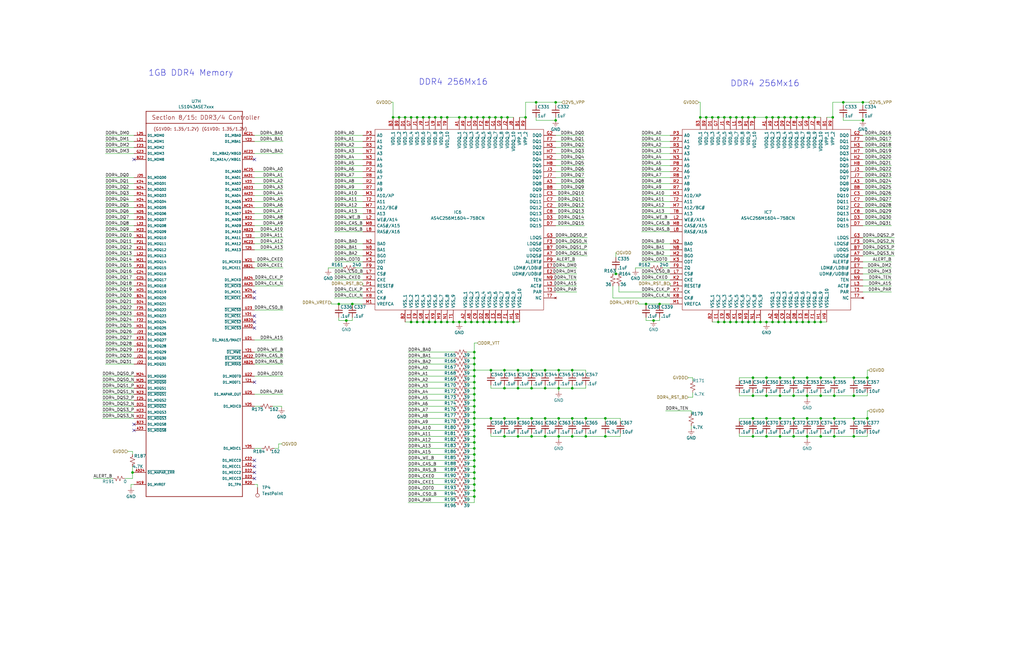
<source format=kicad_sch>
(kicad_sch (version 20201015) (generator eeschema)
  (page 1 12)
  (paper "USLedger")
  (title_block (title "AP2100") (date "2020-10-06") (rev "1") (company "ISis ImageStream Internet Solutions, Inc."))
  (lib_symbols
    (symbol "AP2100-rescue:LS1043ASE7KQB-Layerscape"
      (property "Reference" "U" (at 0 0 0))
      (property "Value" "LS1043ASE7KQB-Layerscape" (at 0 2.54 0))
      (symbol "LS1043ASE7KQB-Layerscape_1_1"
        (text "Section 1/15 Digital Ground Pins" (at -18.796 88.1126 0) (effects (font (size 1.778 1.778)) (justify left bottom)))
        (pin power_in line (at -25.4 83.82 0) (length 5.08) (name "GND001") (number "A2"))
        (pin power_in line (at -25.4 78.74 0) (length 5.08) (name "GND003") (number "A24"))
        (pin power_in line (at -25.4 81.28 0) (length 5.08) (name "GND002") (number "A5"))
        (pin power_in line (at 25.4 -78.74 180) (length 5.08) (name "GND135") (number "AB2"))
        (pin power_in line (at 25.4 -81.28 180) (length 5.08) (name "GND136") (number "AB4"))
        (pin power_in line (at 25.4 -83.82 180) (length 5.08) (name "GND137") (number "AD1"))
        (pin power_in line (at 25.4 -86.36 180) (length 5.08) (name "GND138") (number "AD4"))
        (pin power_in line (at 25.4 -88.9 180) (length 5.08) (name "GND139") (number "AE2"))
        (pin power_in line (at -25.4 68.58 0) (length 5.08) (name "GND007") (number "B10"))
        (pin power_in line (at -25.4 66.04 0) (length 5.08) (name "GND008") (number "B13"))
        (pin power_in line (at -25.4 63.5 0) (length 5.08) (name "GND009") (number "B16"))
        (pin power_in line (at -25.4 60.96 0) (length 5.08) (name "GND010") (number "B19"))
        (pin power_in line (at -25.4 58.42 0) (length 5.08) (name "GND011") (number "B21"))
        (pin power_in line (at -25.4 55.88 0) (length 5.08) (name "GND012") (number "B25"))
        (pin power_in line (at -25.4 76.2 0) (length 5.08) (name "GND004") (number "B3"))
        (pin power_in line (at -25.4 73.66 0) (length 5.08) (name "GND005") (number "B4"))
        (pin power_in line (at -25.4 71.12 0) (length 5.08) (name "GND006") (number "B7"))
        (pin power_in line (at -25.4 53.34 0) (length 5.08) (name "GND013") (number "C1"))
        (pin power_in line (at -25.4 50.8 0) (length 5.08) (name "GND014") (number "C2"))
        (pin power_in line (at -25.4 45.72 0) (length 5.08) (name "GND016") (number "C23"))
        (pin power_in line (at -25.4 48.26 0) (length 5.08) (name "GND015") (number "C5"))
        (pin power_in line (at -25.4 33.02 0) (length 5.08) (name "GND021") (number "D12"))
        (pin power_in line (at -25.4 30.48 0) (length 5.08) (name "GND022") (number "D15"))
        (pin power_in line (at -25.4 27.94 0) (length 5.08) (name "GND023") (number "D18"))
        (pin power_in line (at -25.4 25.4 0) (length 5.08) (name "GND024") (number "D21"))
        (pin power_in line (at -25.4 43.18 0) (length 5.08) (name "GND017") (number "D3"))
        (pin power_in line (at -25.4 40.64 0) (length 5.08) (name "GND018") (number "D4"))
        (pin power_in line (at -25.4 38.1 0) (length 5.08) (name "GND019") (number "D7"))
        (pin power_in line (at -25.4 35.56 0) (length 5.08) (name "GND020") (number "D9"))
        (pin power_in line (at -25.4 22.86 0) (length 5.08) (name "GND025") (number "E1"))
        (pin power_in line (at -25.4 20.32 0) (length 5.08) (name "GND026") (number "E2"))
        (pin power_in line (at -25.4 15.24 0) (length 5.08) (name "GND028") (number "E22"))
        (pin power_in line (at -25.4 12.7 0) (length 5.08) (name "GND029") (number "E24"))
        (pin power_in line (at -25.4 17.78 0) (length 5.08) (name "GND027") (number "E5"))
        (pin power_in line (at -25.4 0 0) (length 5.08) (name "GND034") (number "F11"))
        (pin power_in line (at -25.4 -2.54 0) (length 5.08) (name "GND035") (number "F12"))
        (pin power_in line (at -25.4 -5.08 0) (length 5.08) (name "GND036") (number "F13"))
        (pin power_in line (at -25.4 -7.62 0) (length 5.08) (name "GND037") (number "F17"))
        (pin power_in line (at -25.4 -10.16 0) (length 5.08) (name "GND038") (number "F20"))
        (pin power_in line (at -25.4 10.16 0) (length 5.08) (name "GND030") (number "F3"))
        (pin power_in line (at -25.4 7.62 0) (length 5.08) (name "GND031") (number "F4"))
        (pin power_in line (at -25.4 5.08 0) (length 5.08) (name "GND032") (number "F7"))
        (pin power_in line (at -25.4 2.54 0) (length 5.08) (name "GND033") (number "F8"))
        (pin power_in line (at -25.4 -12.7 0) (length 5.08) (name "GND039") (number "G1"))
        (pin power_in line (at -25.4 -15.24 0) (length 5.08) (name "GND040") (number "G2"))
        (pin power_in line (at -25.4 -17.78 0) (length 5.08) (name "GND041") (number "G22"))
        (pin power_in line (at -25.4 -20.32 0) (length 5.08) (name "GND042") (number "G24"))
        (pin power_in line (at -25.4 -35.56 0) (length 5.08) (name "GND048") (number "H10"))
        (pin power_in line (at -25.4 -38.1 0) (length 5.08) (name "GND049") (number "H11"))
        (pin power_in line (at -25.4 -40.64 0) (length 5.08) (name "GND050") (number "H12"))
        (pin power_in line (at -25.4 -43.18 0) (length 5.08) (name "GND051") (number "H13"))
        (pin power_in line (at -25.4 -45.72 0) (length 5.08) (name "GND052") (number "H14"))
        (pin power_in line (at -25.4 -48.26 0) (length 5.08) (name "GND053") (number "H15"))
        (pin power_in line (at -25.4 -50.8 0) (length 5.08) (name "GND054") (number "H16"))
        (pin power_in line (at -25.4 -53.34 0) (length 5.08) (name "GND055") (number "H17"))
        (pin power_in line (at -25.4 -22.86 0) (length 5.08) (name "GND043") (number "H3"))
        (pin power_in line (at -25.4 -25.4 0) (length 5.08) (name "GND044") (number "H4"))
        (pin power_in line (at -25.4 -27.94 0) (length 5.08) (name "GND045") (number "H5"))
        (pin power_in line (at -25.4 -30.48 0) (length 5.08) (name "GND046") (number "H8"))
        (pin power_in line (at -25.4 -33.02 0) (length 5.08) (name "GND047") (number "H9"))
        (pin power_in line (at -25.4 -58.42 0) (length 5.08) (name "GND057") (number "J19"))
        (pin power_in line (at -25.4 -60.96 0) (length 5.08) (name "GND058") (number "J20"))
        (pin power_in line (at -25.4 -63.5 0) (length 5.08) (name "GND059") (number "J24"))
        (pin power_in line (at -25.4 -55.88 0) (length 5.08) (name "GND056") (number "J7"))
        (pin power_in line (at -25.4 -73.66 0) (length 5.08) (name "GND063") (number "K10"))
        (pin power_in line (at -25.4 -76.2 0) (length 5.08) (name "GND064") (number "K12"))
        (pin power_in line (at -25.4 -78.74 0) (length 5.08) (name "GND065") (number "K14"))
        (pin power_in line (at -25.4 -81.28 0) (length 5.08) (name "GND066") (number "K16"))
        (pin power_in line (at -25.4 -83.82 0) (length 5.08) (name "GND067") (number "K19"))
        (pin power_in line (at -25.4 -66.04 0) (length 5.08) (name "GND060") (number "K2"))
        (pin power_in line (at -25.4 -86.36 0) (length 5.08) (name "GND068") (number "K22"))
        (pin power_in line (at -25.4 -68.58 0) (length 5.08) (name "GND061") (number "K4"))
        (pin power_in line (at -25.4 -71.12 0) (length 5.08) (name "GND062") (number "K7"))
        (pin power_in line (at 25.4 83.82 180) (length 5.08) (name "GND071") (number "L11"))
        (pin power_in line (at 25.4 81.28 180) (length 5.08) (name "GND072") (number "L13"))
        (pin power_in line (at 25.4 78.74 180) (length 5.08) (name "GND073") (number "L15"))
        (pin power_in line (at 25.4 76.2 180) (length 5.08) (name "GND074") (number "L17"))
        (pin power_in line (at 25.4 73.66 180) (length 5.08) (name "GND075") (number "L19"))
        (pin power_in line (at 25.4 71.12 180) (length 5.08) (name "GND076") (number "L20"))
        (pin power_in line (at 25.4 68.58 180) (length 5.08) (name "GND077") (number "L24"))
        (pin power_in line (at -25.4 -88.9 0) (length 5.08) (name "GND069") (number "L7"))
        (pin power_in line (at 0 -99.06 90) (length 5.08) (name "GND070") (number "L9"))
        (pin power_in line (at 25.4 63.5 180) (length 5.08) (name "GND079") (number "M10"))
        (pin power_in line (at 25.4 60.96 180) (length 5.08) (name "GND080") (number "M12"))
        (pin power_in line (at 25.4 58.42 180) (length 5.08) (name "GND081") (number "M14"))
        (pin power_in line (at 25.4 55.88 180) (length 5.08) (name "GND082") (number "M16"))
        (pin power_in line (at 25.4 53.34 180) (length 5.08) (name "GND083") (number "M19"))
        (pin power_in line (at 25.4 50.8 180) (length 5.08) (name "GND084") (number "M22"))
        (pin power_in line (at 25.4 66.04 180) (length 5.08) (name "GND078") (number "M7"))
        (pin power_in line (at 25.4 38.1 180) (length 5.08) (name "GND089") (number "N11"))
        (pin power_in line (at 25.4 35.56 180) (length 5.08) (name "GND090") (number "N13"))
        (pin power_in line (at 25.4 33.02 180) (length 5.08) (name "GND091") (number "N15"))
        (pin power_in line (at 25.4 30.48 180) (length 5.08) (name "GND092") (number "N17"))
        (pin power_in line (at 25.4 27.94 180) (length 5.08) (name "GND093") (number "N19"))
        (pin power_in line (at 25.4 48.26 180) (length 5.08) (name "GND085") (number "N2"))
        (pin power_in line (at 25.4 25.4 180) (length 5.08) (name "GND094") (number "N20"))
        (pin power_in line (at 25.4 45.72 180) (length 5.08) (name "GND086") (number "N4"))
        (pin power_in line (at 25.4 43.18 180) (length 5.08) (name "GND087") (number "N6"))
        (pin power_in line (at 25.4 40.64 180) (length 5.08) (name "GND088") (number "N9"))
        (pin power_in line (at 25.4 17.78 180) (length 5.08) (name "GND097") (number "P10"))
        (pin power_in line (at 25.4 15.24 180) (length 5.08) (name "GND098") (number "P12"))
        (pin power_in line (at 25.4 12.7 180) (length 5.08) (name "GND099") (number "P14"))
        (pin power_in line (at 25.4 10.16 180) (length 5.08) (name "GND100") (number "P16"))
        (pin power_in line (at 25.4 7.62 180) (length 5.08) (name "GND101") (number "P19"))
        (pin power_in line (at 25.4 5.08 180) (length 5.08) (name "GND102") (number "P22"))
        (pin power_in line (at 25.4 2.54 180) (length 5.08) (name "GND103") (number "P24"))
        (pin power_in line (at 25.4 22.86 180) (length 5.08) (name "GND095") (number "P7"))
        (pin power_in line (at 25.4 20.32 180) (length 5.08) (name "GND096") (number "P8"))
        (pin power_in line (at 25.4 -2.54 180) (length 5.08) (name "GND105") (number "R11"))
        (pin power_in line (at 25.4 -5.08 180) (length 5.08) (name "GND106") (number "R13"))
        (pin power_in line (at 25.4 -7.62 180) (length 5.08) (name "GND107") (number "R15"))
        (pin power_in line (at 25.4 -10.16 180) (length 5.08) (name "GND108") (number "R17"))
        (pin power_in line (at 25.4 -12.7 180) (length 5.08) (name "GND109") (number "R19"))
        (pin power_in line (at 25.4 -15.24 180) (length 5.08) (name "GND110") (number "R25"))
        (pin power_in line (at 25.4 0 180) (length 5.08) (name "GND104") (number "R9"))
        (pin power_in line (at 25.4 -25.4 180) (length 5.08) (name "GND114") (number "T10"))
        (pin power_in line (at 25.4 -27.94 180) (length 5.08) (name "GND115") (number "T12"))
        (pin power_in line (at 25.4 -30.48 180) (length 5.08) (name "GND116") (number "T14"))
        (pin power_in line (at 25.4 -17.78 180) (length 5.08) (name "GND111") (number "T2"))
        (pin power_in line (at 25.4 -33.02 180) (length 5.08) (name "GND117") (number "T20"))
        (pin power_in line (at 25.4 -20.32 180) (length 5.08) (name "GND112") (number "T4"))
        (pin power_in line (at 25.4 -22.86 180) (length 5.08) (name "GND113") (number "T8"))
        (pin power_in line (at 25.4 -40.64 180) (length 5.08) (name "GND120") (number "U11"))
        (pin power_in line (at 25.4 -43.18 180) (length 5.08) (name "GND121") (number "U20"))
        (pin power_in line (at 25.4 -35.56 180) (length 5.08) (name "GND118") (number "U6"))
        (pin power_in line (at 25.4 -38.1 180) (length 5.08) (name "GND119") (number "U9"))
        (pin power_in line (at 25.4 -53.34 180) (length 5.08) (name "GND125") (number "V10"))
        (pin power_in line (at 25.4 -55.88 180) (length 5.08) (name "GND126") (number "V11"))
        (pin power_in line (at 25.4 -58.42 180) (length 5.08) (name "GND127") (number "V12"))
        (pin power_in line (at 25.4 -60.96 180) (length 5.08) (name "GND128") (number "V13"))
        (pin power_in line (at 25.4 -63.5 180) (length 5.08) (name "GND129") (number "V14"))
        (pin power_in line (at 25.4 -45.72 180) (length 5.08) (name "GND122") (number "V2"))
        (pin power_in line (at 25.4 -66.04 180) (length 5.08) (name "GND130") (number "V20"))
        (pin power_in line (at 25.4 -48.26 180) (length 5.08) (name "GND123") (number "V8"))
        (pin power_in line (at 25.4 -50.8 180) (length 5.08) (name "GND124") (number "V9"))
        (pin power_in line (at 25.4 -71.12 180) (length 5.08) (name "GND132") (number "W20"))
        (pin power_in line (at 25.4 -68.58 180) (length 5.08) (name "GND131") (number "W4"))
        (pin power_in line (at 25.4 -73.66 180) (length 5.08) (name "GND133") (number "Y2"))
        (pin power_in line (at 25.4 -76.2 180) (length 5.08) (name "GND134") (number "Y20"))
      )
      (symbol "LS1043ASE7KQB-Layerscape_2_1"
        (text "Section 2/15 SerDes Ground Pins" (at -18.542 25.2984 0) (effects (font (size 1.778 1.778)) (justify left bottom)))
        (pin power_in line (at -43.18 -21.59 0) (length 5.08) (name "SD_GND18") (number "AA13"))
        (pin power_in line (at -43.18 -24.13 0) (length 5.08) (name "SD_GND19") (number "AA16"))
        (pin power_in line (at 0 -34.29 90) (length 5.08) (name "SD_GND20") (number "AA19"))
        (pin power_in line (at 43.18 21.59 180) (length 5.08) (name "SD_GND21") (number "AB13"))
        (pin power_in line (at 43.18 19.05 180) (length 5.08) (name "SD_GND22") (number "AB16"))
        (pin power_in line (at 43.18 16.51 180) (length 5.08) (name "SD_GND23") (number "AB19"))
        (pin power_in line (at 43.18 13.97 180) (length 5.08) (name "SD_GND24") (number "AC13"))
        (pin power_in line (at 43.18 11.43 180) (length 5.08) (name "SD_GND25") (number "AC14"))
        (pin power_in line (at 43.18 8.89 180) (length 5.08) (name "SD_GND26") (number "AC15"))
        (pin power_in line (at 43.18 6.35 180) (length 5.08) (name "SD_GND27") (number "AC16"))
        (pin power_in line (at 43.18 3.81 180) (length 5.08) (name "SD_GND28") (number "AC17"))
        (pin power_in line (at 43.18 1.27 180) (length 5.08) (name "SD_GND29") (number "AC18"))
        (pin power_in line (at 43.18 -1.27 180) (length 5.08) (name "SD_GND30") (number "AC19"))
        (pin power_in line (at 43.18 -3.81 180) (length 5.08) (name "SD_GND31") (number "AC20"))
        (pin power_in line (at 43.18 -6.35 180) (length 5.08) (name "SD_GND32") (number "AD13"))
        (pin power_in line (at 43.18 -8.89 180) (length 5.08) (name "SD_GND33") (number "AD16"))
        (pin power_in line (at 43.18 -11.43 180) (length 5.08) (name "SD_GND34") (number "AD19"))
        (pin power_in line (at 43.18 -13.97 180) (length 5.08) (name "SD_GND35") (number "AD21"))
        (pin power_in line (at 43.18 -16.51 180) (length 5.08) (name "SD_GND36") (number "AE13"))
        (pin power_in line (at 43.18 -19.05 180) (length 5.08) (name "SD_GND37") (number "AE16"))
        (pin power_in line (at 43.18 -21.59 180) (length 5.08) (name "SD_GND38") (number "AE19"))
        (pin power_in line (at 43.18 -24.13 180) (length 5.08) (name "SD_GND39") (number "AE21"))
        (pin power_in line (at -43.18 21.59 0) (length 5.08) (name "SD_GND01") (number "U15"))
        (pin power_in line (at -43.18 19.05 0) (length 5.08) (name "SD_GND02") (number "U16"))
        (pin power_in line (at -43.18 16.51 0) (length 5.08) (name "SD_GND03") (number "U17"))
        (pin power_in line (at -43.18 13.97 0) (length 5.08) (name "SD_GND04") (number "U18"))
        (pin power_in line (at -43.18 11.43 0) (length 5.08) (name "SD_GND05") (number "U19"))
        (pin power_in line (at -43.18 6.35 0) (length 5.08) (name "SD_GND07") (number "W11"))
        (pin power_in line (at -43.18 8.89 0) (length 5.08) (name "SD_GND06") (number "W8"))
        (pin power_in line (at -43.18 -1.27 0) (length 5.08) (name "SD_GND10") (number "Y10"))
        (pin power_in line (at -43.18 -3.81 0) (length 5.08) (name "SD_GND11") (number "Y11"))
        (pin power_in line (at -43.18 -6.35 0) (length 5.08) (name "SD_GND12") (number "Y12"))
        (pin power_in line (at -43.18 -8.89 0) (length 5.08) (name "SD_GND13") (number "Y14"))
        (pin power_in line (at -43.18 -11.43 0) (length 5.08) (name "SD_GND14") (number "Y15"))
        (pin power_in line (at -43.18 -13.97 0) (length 5.08) (name "SD_GND15") (number "Y16"))
        (pin power_in line (at -43.18 -16.51 0) (length 5.08) (name "SD_GND16") (number "Y17"))
        (pin power_in line (at -43.18 -19.05 0) (length 5.08) (name "SD_GND17") (number "Y18"))
        (pin power_in line (at -43.18 3.81 0) (length 5.08) (name "SD_GND08") (number "Y8"))
        (pin power_in line (at -43.18 1.27 0) (length 5.08) (name "SD_GND09") (number "Y9"))
      )
      (symbol "LS1043ASE7KQB-Layerscape_3_1"
        (text "(1.35V)" (at 11.9888 -26.543 0) (effects (font (size 1.27 1.27)) (justify left bottom)))
        (text "(1.8V)" (at -15.5702 -54.2036 0) (effects (font (size 1.27 1.27)) (justify left bottom)))
        (text "(1V/0.9V)" (at -15.5194 62.738 0) (effects (font (size 1.27 1.27)) (justify left bottom)))
        (text "(1V/0.9V)" (at 12.2936 62.6872 0) (effects (font (size 1.27 1.27)) (justify left bottom)))
        (text "(2.5V/1.8V/1.2V)" (at 6.985 -67.183 0) (effects (font (size 1.27 1.27)) (justify left bottom)))
        (text "(3.3V)" (at 9.5504 -56.9722 0) (effects (font (size 1.27 1.27)) (justify left bottom)))
        (text "(Power Sense Pins)" (at 6.5532 -75.184 0) (effects (font (size 1.27 1.27)) (justify left bottom)))
        (text "(Pull-down/1V/0.9V)" (at 4.7752 -8.4582 0) (effects (font (size 1.27 1.27)) (justify left bottom)))
        (text "Section 3/15 Power Pins" (at -10.8204 69.596 0) (effects (font (size 1.778 1.778)) (justify left bottom)))
        (pin power_in line (at -22.86 -58.42 0) (length 5.08) (name "AVDD_CGA2") (number "G11"))
        (pin power_in line (at -22.86 -55.88 0) (length 5.08) (name "AVDD_CGA1") (number "G12"))
        (pin power_in line (at -22.86 -66.04 0) (length 5.08) (name "AVDD_PLAT") (number "G13"))
        (pin power_in line (at -22.86 -48.26 0) (length 5.08) (name "TA_BB_VDD") (number "H20"))
        (pin power_in line (at -22.86 -27.94 0) (length 5.08) (name "USB_SVDD1") (number "J10"))
        (pin power_in line (at -22.86 -30.48 0) (length 5.08) (name "USB_SVDD2") (number "J11"))
        (pin power_in line (at 27.94 -60.96 180) (length 5.08) (name "USB_HVDD1") (number "J8"))
        (pin power_in line (at 27.94 -58.42 180) (length 5.08) (name "USB_HVDD2") (number "J9"))
        (pin power_in line (at -22.86 -43.18 0) (length 5.08) (name "USB_SDVDD2") (number "K11"))
        (pin power_in line (at -22.86 60.96 0) (length 5.08) (name "VDD01") (number "K13"))
        (pin power_in line (at -22.86 55.88 0) (length 5.08) (name "VDD02") (number "K15"))
        (pin power_in line (at -22.86 50.8 0) (length 5.08) (name "VDD03") (number "K17"))
        (pin power_in line (at -22.86 -40.64 0) (length 5.08) (name "USB_SDVDD1") (number "K9"))
        (pin power_in line (at -22.86 45.72 0) (length 5.08) (name "VDD04") (number "L10"))
        (pin power_in line (at -22.86 40.64 0) (length 5.08) (name "VDD05") (number "L12"))
        (pin power_in line (at -22.86 35.56 0) (length 5.08) (name "VDD06") (number "L14"))
        (pin power_in line (at -22.86 30.48 0) (length 5.08) (name "VDD07") (number "L16"))
        (pin power_in line (at -22.86 25.4 0) (length 5.08) (name "VDD09") (number "M11"))
        (pin power_in line (at -22.86 22.86 0) (length 5.08) (name "VDD10") (number "M13"))
        (pin power_in line (at -22.86 20.32 0) (length 5.08) (name "VDD11") (number "M15"))
        (pin power_in line (at -22.86 15.24 0) (length 5.08) (name "VDD12") (number "M17"))
        (pin power_in line (at -22.86 27.94 0) (length 5.08) (name "VDD08") (number "M9"))
        (pin power_in line (at -22.86 5.08 0) (length 5.08) (name "VDD14") (number "N10"))
        (pin power_in line (at -22.86 0 0) (length 5.08) (name "VDD15") (number "N12"))
        (pin power_in line (at -22.86 -5.08 0) (length 5.08) (name "VDD16") (number "N14"))
        (pin power_in line (at 27.94 2.54 180) (length 5.08) (name "VDD17") (number "N16"))
        (pin power_in line (at -22.86 10.16 0) (length 5.08) (name "VDD13") (number "N8"))
        (pin power_in line (at 27.94 5.08 180) (length 5.08) (name "VDD19") (number "P11"))
        (pin power_in line (at 27.94 7.62 180) (length 5.08) (name "VDD20") (number "P13"))
        (pin power_in line (at 27.94 10.16 180) (length 5.08) (name "VDD21") (number "P15"))
        (pin power_in line (at 27.94 15.24 180) (length 5.08) (name "VDD22") (number "P17"))
        (pin power_in line (at 27.94 0 180) (length 5.08) (name "VDD18") (number "P9"))
        (pin power_in line (at 27.94 22.86 180) (length 5.08) (name "VDD24") (number "R10"))
        (pin power_in line (at 27.94 27.94 180) (length 5.08) (name "VDD25") (number "R12"))
        (pin power_in line (at 27.94 30.48 180) (length 5.08) (name "VDD26") (number "R14"))
        (pin power_in line (at 27.94 33.02 180) (length 5.08) (name "VDD27") (number "R16"))
        (pin power_in line (at 27.94 38.1 180) (length 5.08) (name "VDD28") (number "R18"))
        (pin power_in line (at 27.94 -10.16 180) (length 5.08) (name "FA_VL") (number "R7"))
        (pin power_in line (at 27.94 17.78 180) (length 5.08) (name "VDD23") (number "R8"))
        (pin power_in line (at 27.94 45.72 180) (length 5.08) (name "VDD30") (number "T11"))
        (pin power_in line (at 27.94 50.8 180) (length 5.08) (name "VDD31") (number "T13"))
        (pin power_in line (at -22.86 -12.7 0) (length 5.08) (name "S1VDD1") (number "T15"))
        (pin power_in line (at -22.86 -15.24 0) (length 5.08) (name "S1VDD2") (number "T16"))
        (pin power_in line (at -22.86 -17.78 0) (length 5.08) (name "S1VDD3") (number "T17"))
        (pin power_in line (at -22.86 -20.32 0) (length 5.08) (name "S1VDD4") (number "T18"))
        (pin power_in line (at -22.86 -71.12 0) (length 5.08) (name "AVDD_D1") (number "T19"))
        (pin power_in line (at 27.94 43.18 180) (length 5.08) (name "VDD29") (number "T9"))
        (pin power_in line (at 27.94 60.96 180) (length 5.08) (name "VDD33") (number "U10"))
        (pin power_in line (at 27.94 55.88 180) (length 5.08) (name "VDD32") (number "U8"))
        (pin power_in line (at 27.94 -48.26 180) (length 5.08) (name "AVDD_SD1_PLL2") (number "V19"))
        (pin power_in line (at 27.94 -68.58 180) (length 5.08) (name "TVDD") (number "V6"))
        (pin power_in line (at 27.94 -78.74 180) (length 5.08) (name "SENSEGND") (number "V7"))
        (pin power_in line (at 27.94 -43.18 180) (length 5.08) (name "AVDD_SD1_PLL1") (number "W12"))
        (pin power_in line (at -22.86 -22.86 0) (length 5.08) (name "S1VDD5") (number "W14"))
        (pin power_in line (at 27.94 -27.94 180) (length 5.08) (name "X1VDD1") (number "W15"))
        (pin power_in line (at 27.94 -30.48 180) (length 5.08) (name "X1VDD2") (number "W16"))
        (pin power_in line (at 27.94 -33.02 180) (length 5.08) (name "X1VDD3") (number "W17"))
        (pin power_in line (at 27.94 -35.56 180) (length 5.08) (name "X1VDD4") (number "W18"))
        (pin power_in line (at 27.94 -76.2 180) (length 5.08) (name "SENSEVDD") (number "W7"))
        (pin power_in line (at 27.94 -38.1 180) (length 5.08) (name "X1VDD5") (number "Y19"))
      )
      (symbol "LS1043ASE7KQB-Layerscape_4_1"
        (text "Section 4/15: Power Pins" (at -12.6492 61.468 0) (effects (font (size 1.778 1.778)) (justify left bottom)))
        (pin power_in line (at -29.21 -31.75 0) (length 5.08) (name "G1VDD18") (number "AA20"))
        (pin power_in line (at -29.21 -36.83 0) (length 5.08) (name "G1VDD19") (number "AB22"))
        (pin power_in line (at -29.21 -41.91 0) (length 5.08) (name "G1VDD20") (number "AB24"))
        (pin power_in line (at -29.21 -46.99 0) (length 5.08) (name "G1VDD21") (number "AD22"))
        (pin power_in line (at -29.21 -52.07 0) (length 5.08) (name "G1VDD22") (number "AD25"))
        (pin power_in line (at -29.21 -57.15 0) (length 5.08) (name "G1VDD23") (number "AE24"))
        (pin bidirectional line (at 31.75 -3.81 180) (length 5.08) (name "TA_PROG_SEP") (number "F14"))
        (pin bidirectional line (at 31.75 6.35 180) (length 5.08) (name "PROG_MTR") (number "G14"))
        (pin power_in line (at 31.75 54.61 180) (length 5.08) (name "OVDD1") (number "J12"))
        (pin power_in line (at 31.75 49.53 180) (length 5.08) (name "OVDD2") (number "J13"))
        (pin power_in line (at 31.75 44.45 180) (length 5.08) (name "OVDD3") (number "J14"))
        (pin power_in line (at 31.75 39.37 180) (length 5.08) (name "OVDD4") (number "J15"))
        (pin power_in line (at 31.75 34.29 180) (length 5.08) (name "OVDD5") (number "J16"))
        (pin power_in line (at 31.75 29.21 180) (length 5.08) (name "OVDD6") (number "J17"))
        (pin power_in line (at -29.21 54.61 0) (length 5.08) (name "G1VDD01") (number "J18"))
        (pin power_in line (at -29.21 49.53 0) (length 5.08) (name "G1VDD02") (number "K18"))
        (pin power_in line (at -29.21 44.45 0) (length 5.08) (name "G1VDD03") (number "K20"))
        (pin power_in line (at 31.75 -24.13 180) (length 5.08) (name "DVDD1") (number "K8"))
        (pin power_in line (at -29.21 39.37 0) (length 5.08) (name "G1VDD04") (number "L18"))
        (pin power_in line (at 31.75 -26.67 180) (length 5.08) (name "DVVD2") (number "L8"))
        (pin power_in line (at -29.21 34.29 0) (length 5.08) (name "G1VDD05") (number "M18"))
        (pin power_in line (at -29.21 29.21 0) (length 5.08) (name "G1VDD06") (number "M20"))
        (pin power_in line (at 31.75 -36.83 180) (length 5.08) (name "EVDD") (number "M8"))
        (pin power_in line (at -29.21 24.13 0) (length 5.08) (name "G1VDD07") (number "N18"))
        (pin power_in line (at 31.75 24.13 180) (length 5.08) (name "0VDD7") (number "N7"))
        (pin power_in line (at -29.21 19.05 0) (length 5.08) (name "G1VDD08") (number "P18"))
        (pin power_in line (at -29.21 13.97 0) (length 5.08) (name "G1VDD09") (number "P20"))
        (pin power_in line (at -29.21 8.89 0) (length 5.08) (name "G1VDD10") (number "R21"))
        (pin power_in line (at -29.21 3.81 0) (length 5.08) (name "G1VDD11") (number "R23"))
        (pin power_in line (at -29.21 -1.27 0) (length 5.08) (name "G1VDD12") (number "T22"))
        (pin power_in line (at -29.21 -6.35 0) (length 5.08) (name "G1VDD13") (number "T24"))
        (pin power_in line (at 31.75 16.51 180) (length 5.08) (name "TH_VDD") (number "T6"))
        (pin power_in line (at 31.75 -57.15 180) (length 5.08) (name "LVDD1") (number "U12"))
        (pin power_in line (at 31.75 -52.07 180) (length 5.08) (name "LVDD2") (number "U13"))
        (pin power_in line (at 31.75 -46.99 180) (length 5.08) (name "LVDD3") (number "U14"))
        (pin power_in line (at -29.21 -11.43 0) (length 5.08) (name "G1VDD14") (number "V22"))
        (pin power_in line (at -29.21 -16.51 0) (length 5.08) (name "G1VDD15") (number "V24"))
        (pin power_in line (at -29.21 -21.59 0) (length 5.08) (name "G1VDD16") (number "Y22"))
        (pin power_in line (at -29.21 -26.67 0) (length 5.08) (name "G1VDD17") (number "Y24"))
      )
      (symbol "LS1043ASE7KQB-Layerscape_5_1"
        (text "(Analog)" (at -36.9316 -29.8704 0) (effects (font (size 1.27 1.27)) (justify left bottom)))
        (text "(Analog)" (at 16.002 -4.4958 0) (effects (font (size 1.27 1.27)) (justify left bottom)))
        (text "(Analog)" (at 16.129 -7.0104 0) (effects (font (size 1.27 1.27)) (justify left bottom)))
        (text "(DVDD: 2.5V/1.8V)" (at 15.9004 -14.6812 0) (effects (font (size 1.27 1.27)) (justify left bottom)))
        (text "(DVDD: 2.5V/1.8V)" (at 16.2052 -17.1958 0) (effects (font (size 1.27 1.27)) (justify left bottom)))
        (text "(DVDD: 3.3V/1.8V)" (at -37.5412 26.0858 0) (effects (font (size 1.27 1.27)) (justify left bottom)))
        (text "(DVDD: 3.3V/1.8V)" (at -37.5158 15.9004 0) (effects (font (size 1.27 1.27)) (justify left bottom)))
        (text "(DVDD: 3.3V/1.8V)" (at -37.3634 13.335 0) (effects (font (size 1.27 1.27)) (justify left bottom)))
        (text "(DVDD: 3.3V/1.8V)" (at -37.3634 28.6258 0) (effects (font (size 1.27 1.27)) (justify left bottom)))
        (text "(DVDD: 3.3V/1.8V)" (at -37.338 18.4404 0) (effects (font (size 1.27 1.27)) (justify left bottom)))
        (text "(DVDD: 3.3V/1.8V)" (at -37.2618 31.1658 0) (effects (font (size 1.27 1.27)) (justify left bottom)))
        (text "(DVDD: 3.3V/1.8V)" (at -37.1348 23.5204 0) (effects (font (size 1.27 1.27)) (justify left bottom)))
        (text "(DVDD: 3.3V/1.8V)" (at -37.0332 20.955 0) (effects (font (size 1.27 1.27)) (justify left bottom)))
        (text "(DVDD: 3.3V/1.8V)" (at 16.0782 41.3512 0) (effects (font (size 1.27 1.27)) (justify left bottom)))
        (text "(DVDD: 3.3V/1.8V)" (at 16.1036 15.9004 0) (effects (font (size 1.27 1.27)) (justify left bottom)))
        (text "(DVDD: 3.3V/1.8V)" (at 16.1036 28.6258 0) (effects (font (size 1.27 1.27)) (justify left bottom)))
        (text "(DVDD: 3.3V/1.8V)" (at 16.1798 20.9804 0) (effects (font (size 1.27 1.27)) (justify left bottom)))
        (text "(DVDD: 3.3V/1.8V)" (at 16.1798 33.7058 0) (effects (font (size 1.27 1.27)) (justify left bottom)))
        (text "(DVDD: 3.3V/1.8V)" (at 16.2052 13.335 0) (effects (font (size 1.27 1.27)) (justify left bottom)))
        (text "(DVDD: 3.3V/1.8V)" (at 16.2052 23.5204 0) (effects (font (size 1.27 1.27)) (justify left bottom)))
        (text "(DVDD: 3.3V/1.8V)" (at 16.2052 36.2458 0) (effects (font (size 1.27 1.27)) (justify left bottom)))
        (text "(DVDD: 3.3V/1.8V)" (at 16.2306 26.0604 0) (effects (font (size 1.27 1.27)) (justify left bottom)))
        (text "(DVDD: 3.3V/1.8V)" (at 16.383 38.7604 0) (effects (font (size 1.27 1.27)) (justify left bottom)))
        (text "(LVDD: 2.5V/1.8V)" (at -37.5158 33.7312 0) (effects (font (size 1.27 1.27)) (justify left bottom)))
        (text "(Note 1)" (at -19.1262 15.9004 0) (effects (font (size 1.27 1.27)) (justify left bottom)))
        (text "(Note 1)" (at -19.1262 31.1912 0) (effects (font (size 1.27 1.27)) (justify left bottom)))
        (text "(Note 1)" (at -18.9484 20.9804 0) (effects (font (size 1.27 1.27)) (justify left bottom)))
        (text "(Note 1)" (at -18.8976 26.0858 0) (effects (font (size 1.27 1.27)) (justify left bottom)))
        (text "(Note 1)" (at -18.8722 13.335 0) (effects (font (size 1.27 1.27)) (justify left bottom)))
        (text "(Note 1)" (at -18.796 18.4404 0) (effects (font (size 1.27 1.27)) (justify left bottom)))
        (text "(Note 1)" (at -18.7706 28.6004 0) (effects (font (size 1.27 1.27)) (justify left bottom)))
        (text "(Note 1)" (at -18.542 23.495 0) (effects (font (size 1.27 1.27)) (justify left bottom)))
        (text "(Note 1)" (at 3.8608 28.6258 0) (effects (font (size 1.27 1.27)) (justify left bottom)))
        (text "(Note 1)" (at 3.8608 36.2712 0) (effects (font (size 1.27 1.27)) (justify left bottom)))
        (text "(Note 1)" (at 3.8862 26.0858 0) (effects (font (size 1.27 1.27)) (justify left bottom)))
        (text "(Note 1)" (at 4.0132 23.5204 0) (effects (font (size 1.27 1.27)) (justify left bottom)))
        (text "(Note 1)" (at 4.064 41.3512 0) (effects (font (size 1.27 1.27)) (justify left bottom)))
        (text "(Note 1)" (at 4.0894 33.7058 0) (effects (font (size 1.27 1.27)) (justify left bottom)))
        (text "(Note 1)" (at 4.1148 38.7858 0) (effects (font (size 1.27 1.27)) (justify left bottom)))
        (text "(Note 1)" (at 4.3688 20.955 0) (effects (font (size 1.27 1.27)) (justify left bottom)))
        (text "(Note 1)" (at 6.5786 -14.6558 0) (effects (font (size 1.27 1.27)) (justify left bottom)))
        (text "(Note 1)" (at 6.858 -17.1704 0) (effects (font (size 1.27 1.27)) (justify left bottom)))
        (text "(OVDD: 1.8V)" (at -37.6174 -12.1412 0) (effects (font (size 1.27 1.27)) (justify left bottom)))
        (text "(OVDD: 1.8V)" (at -37.4904 -35.052 0) (effects (font (size 1.27 1.27)) (justify left bottom)))
        (text "(OVDD: 1.8V)" (at -37.465 -22.3012 0) (effects (font (size 1.27 1.27)) (justify left bottom)))
        (text "(OVDD: 1.8V)" (at -37.465 36.2712 0) (effects (font (size 1.27 1.27)) (justify left bottom)))
        (text "(OVDD: 1.8V)" (at -37.465 38.8112 0) (effects (font (size 1.27 1.27)) (justify left bottom)))
        (text "(OVDD: 1.8V)" (at -37.4396 -14.6558 0) (effects (font (size 1.27 1.27)) (justify left bottom)))
        (text "(OVDD: 1.8V)" (at -37.3888 -42.672 0) (effects (font (size 1.27 1.27)) (justify left bottom)))
        (text "(OVDD: 1.8V)" (at -37.3888 8.255 0) (effects (font (size 1.27 1.27)) (justify left bottom)))
        (text "(OVDD: 1.8V)" (at -37.3634 -45.212 0) (effects (font (size 1.27 1.27)) (justify left bottom)))
        (text "(OVDD: 1.8V)" (at -37.338 -4.4704 0) (effects (font (size 1.27 1.27)) (justify left bottom)))
        (text "(OVDD: 1.8V)" (at -37.3126 -47.752 0) (effects (font (size 1.27 1.27)) (justify left bottom)))
        (text "(OVDD: 1.8V)" (at -37.3126 41.3512 0) (effects (font (size 1.27 1.27)) (justify left bottom)))
        (text "(OVDD: 1.8V)" (at -37.211 -40.0812 0) (effects (font (size 1.27 1.27)) (justify left bottom)))
        (text "(OVDD: 1.8V)" (at -37.211 -7.0104 0) (effects (font (size 1.27 1.27)) (justify left bottom)))
        (text "(OVDD: 1.8V)" (at -37.1602 -19.7358 0) (effects (font (size 1.27 1.27)) (justify left bottom)))
        (text "(OVDD: 1.8V)" (at -37.1348 -1.9304 0) (effects (font (size 1.27 1.27)) (justify left bottom)))
        (text "(OVDD: 1.8V)" (at -37.1094 -27.3558 0) (effects (font (size 1.27 1.27)) (justify left bottom)))
        (text "(OVDD: 1.8V)" (at -37.0332 -50.2158 0) (effects (font (size 1.27 1.27)) (justify left bottom)))
        (text "(OVDD: 1.8V)" (at 10.9982 8.255 0) (effects (font (size 1.27 1.27)) (justify left bottom)))
        (text "(OVDD: 1.8V)" (at 16.0274 -22.3012 0) (effects (font (size 1.27 1.27)) (justify left bottom)))
        (text "(OVDD: 1.8V)" (at 16.0782 -35.0266 0) (effects (font (size 1.27 1.27)) (justify left bottom)))
        (text "(OVDD: 1.8V)" (at 16.1036 -40.132 0) (effects (font (size 1.27 1.27)) (justify left bottom)))
        (text "(OVDD: 1.8V)" (at 16.129 -32.4866 0) (effects (font (size 1.27 1.27)) (justify left bottom)))
        (text "(OVDD: 1.8V)" (at 16.129 -24.8412 0) (effects (font (size 1.27 1.27)) (justify left bottom)))
        (text "(OVDD: 1.8V)" (at 16.1544 0.6096 0) (effects (font (size 1.27 1.27)) (justify left bottom)))
        (text "(OVDD: 1.8V)" (at 16.2052 -42.6212 0) (effects (font (size 1.27 1.27)) (justify left bottom)))
        (text "(OVDD: 1.8V)" (at 16.2052 3.175 0) (effects (font (size 1.27 1.27)) (justify left bottom)))
        (text "(OVDD: 1.8V)" (at 16.256 -27.3558 0) (effects (font (size 1.27 1.27)) (justify left bottom)))
        (text "(OVDD: 1.8V)" (at 16.2814 -29.8958 0) (effects (font (size 1.27 1.27)) (justify left bottom)))
        (text "(OVDD: 1.8V)" (at 16.3068 -45.1612 0) (effects (font (size 1.27 1.27)) (justify left bottom)))
        (text "(Reserved, Analog)" (at 16.2306 -50.2666 0) (effects (font (size 1.27 1.27)) (justify left bottom)))
        (text "(Reserved, Analog)" (at 16.3576 -47.6758 0) (effects (font (size 1.27 1.27)) (justify left bottom)))
        (text "(TA_BB_VDD: 0.9V/1V)" (at -37.3634 5.715 0) (effects (font (size 1.27 1.27)) (justify left bottom)))
        (text "(TA_BB_VDD: 0.9V/1V)" (at -37.3126 3.175 0) (effects (font (size 1.27 1.27)) (justify left bottom)))
        (text "Note1: This pin has other functions not listed here." (at -26.67 -54.1528 0) (effects (font (size 1.27 1.27)) (justify left bottom)))
        (text "Section 5/15: JTAG, UARTs, Interrupts and Miscellaneous Functions" (at -45.6692 45.8216 0) (effects (font (size 1.778 1.778)) (justify left bottom)))
        (pin bidirectional line (at 67.31 -41.91 180) (length 5.08) (name "~SCAN_MODE~") (number "A21"))
        (pin bidirectional line (at 67.31 3.81 180) (length 5.08) (name "~TBSCAN_EN~") (number "C21"))
        (pin bidirectional line (at 67.31 -21.59 180) (length 5.08) (name "~EVT0~") (number "E10"))
        (pin bidirectional line (at 67.31 -31.75 180) (length 5.08) (name "~EVT4~") (number "E11"))
        (pin bidirectional line (at 67.31 -29.21 180) (length 5.08) (name "~EVT3~") (number "E12"))
        (pin bidirectional line (at 67.31 -24.13 180) (length 5.08) (name "~EVT1~") (number "E13"))
        (pin bidirectional line (at -64.77 -44.45 0) (length 5.08) (name "TCK") (number "E18"))
        (pin bidirectional line (at -64.77 -49.53 0) (length 5.08) (name "~TRST~") (number "E19"))
        (pin bidirectional line (at -64.77 -41.91 0) (length 5.08) (name "TDO") (number "E20"))
        (pin bidirectional line (at 67.31 1.27 180) (length 5.08) (name "~TEST_SEL~") (number "E21"))
        (pin bidirectional line (at 67.31 -26.67 180) (length 5.08) (name "~EVT2~") (number "E8"))
        (pin output line (at 67.31 8.89 180) (length 5.08) (name "ASLEEP/GPIO1_13/CFG_SOIC_USE") (number "E9"))
        (pin input line (at -64.77 -6.35 0) (length 5.08) (name "~PORESET~") (number "F10"))
        (pin bidirectional line (at -64.77 41.91 0) (length 5.08) (name "IRQ00") (number "F15"))
        (pin bidirectional line (at -64.77 -34.29 0) (length 5.08) (name "RTC/GPIO1_14") (number "F16"))
        (pin bidirectional line (at -64.77 -46.99 0) (length 5.08) (name "TMS") (number "F18"))
        (pin bidirectional line (at -64.77 -13.97 0) (length 5.08) (name "DDRCLK") (number "F19"))
        (pin bidirectional line (at 67.31 -44.45 180) (length 5.08) (name "JTAG_BSR_VSEL") (number "F21"))
        (pin input line (at -64.77 -11.43 0) (length 5.08) (name "SYSCLK") (number "F9"))
        (pin bidirectional line (at -64.77 -3.81 0) (length 5.08) (name "~HRESET~") (number "G10"))
        (pin bidirectional line (at -64.77 39.37 0) (length 5.08) (name "IRQ01") (number "G15"))
        (pin bidirectional line (at -64.77 8.89 0) (length 5.08) (name "~TA_TMP_DETECT~") (number "G16"))
        (pin bidirectional line (at -64.77 -26.67 0) (length 5.08) (name "CLK_OUT") (number "G17"))
        (pin bidirectional line (at -64.77 -39.37 0) (length 5.08) (name "TDI") (number "G18"))
        (pin bidirectional line (at -64.77 6.35 0) (length 5.08) (name "~TA_BB_TMP_DETECT~") (number "G19"))
        (pin bidirectional line (at -64.77 3.81 0) (length 5.08) (name "TA_BB_RTC") (number "G20"))
        (pin output line (at -64.77 -1.27 0) (length 5.08) (name "~RESET_REQ~") (number "G7"))
        (pin bidirectional line (at -64.77 -19.05 0) (length 5.08) (name "DIFF_SYSCLK") (number "G8"))
        (pin bidirectional line (at -64.77 -21.59 0) (length 5.08) (name "~DIFF_SYSCLK~") (number "G9"))
        (pin output line (at 67.31 39.37 180) (length 5.08) (name "GPIO1_15/UART1_SOUT") (number "H1"))
        (pin bidirectional line (at 67.31 -39.37 180) (length 5.08) (name "~CKSTP_OUT~") (number "H18"))
        (pin input line (at 67.31 41.91 180) (length 5.08) (name "GPIO1_17/UART1_SIN") (number "H2"))
        (pin bidirectional line (at 67.31 -34.29 180) (length 5.08) (name "~EVT9~") (number "H7"))
        (pin input line (at 67.31 36.83 180) (length 5.08) (name "GPIO1_21/!UART1_CTS") (number "J1"))
        (pin bidirectional line (at 67.31 34.29 180) (length 5.08) (name "GPIO1_19/!UART1_RTS") (number "J2"))
        (pin input line (at -64.77 31.75 0) (length 5.08) (name "IRQ03/GPIO1_23") (number "J3"))
        (pin input line (at -64.77 29.21 0) (length 5.08) (name "IRQ04/GPIO1_24") (number "J4"))
        (pin input line (at -64.77 26.67 0) (length 5.08) (name "IRQ05/GPIO1_25") (number "J5"))
        (pin input line (at -64.77 36.83 0) (length 5.08) (name "IRQ02") (number "J6"))
        (pin input line (at 67.31 29.21 180) (length 5.08) (name "GPIO1_18/UART2_SIN") (number "K1"))
        (pin bidirectional line (at 67.31 -13.97 180) (length 5.08) (name "GPIO4_02/IIC2_SCL") (number "K3"))
        (pin input line (at -64.77 24.13 0) (length 5.08) (name "IRQ06/GPIO1_26") (number "K5"))
        (pin bidirectional line (at 67.31 21.59 180) (length 5.08) (name "GPIO1_20/!UART2_RTS") (number "L1"))
        (pin output line (at 67.31 26.67 180) (length 5.08) (name "GPIO1_16/UART2_SOUT") (number "L2"))
        (pin bidirectional line (at 67.31 -16.51 180) (length 5.08) (name "GPIO4_03/IIC2_SDA") (number "L3"))
        (pin input line (at -64.77 21.59 0) (length 5.08) (name "IRQ07/GPIO1_27") (number "L5"))
        (pin bidirectional line (at 67.31 13.97 180) (length 5.08) (name "IIC1_SDA") (number "M1"))
        (pin bidirectional line (at 67.31 24.13 180) (length 5.08) (name "GPIO1_22/!UART2_CTS") (number "M2"))
        (pin input line (at -64.77 19.05 0) (length 5.08) (name "IRQ08/GPIO1_28") (number "M5"))
        (pin bidirectional line (at 67.31 16.51 180) (length 5.08) (name "IIC1_SCL") (number "N1"))
        (pin input line (at -64.77 16.51 0) (length 5.08) (name "IRQ09/GPIO1_29") (number "N5"))
        (pin bidirectional line (at -64.77 13.97 0) (length 5.08) (name "IRQ10/GPIO1_30") (number "P4"))
        (pin bidirectional line (at -64.77 -29.21 0) (length 5.08) (name "TH_TPA") (number "P5"))
        (pin bidirectional line (at 67.31 -6.35 180) (length 5.08) (name "TD1_CATHODE") (number "P6"))
        (pin bidirectional line (at 67.31 -3.81 180) (length 5.08) (name "TD1_ANODE") (number "R6"))
        (pin bidirectional line (at 67.31 -46.99 180) (length 5.08) (name "FA_ANALOG_PIN") (number "T7"))
        (pin bidirectional line (at 67.31 -49.53 180) (length 5.08) (name "FA_ANALOG_G_V") (number "U7"))
        (pin bidirectional line (at -64.77 34.29 0) (length 5.08) (name "IRQ11/GPIO1_31") (number "V5"))
      )
      (symbol "LS1043ASE7KQB-Layerscape_6_1"
        (text "(EVDD: 3.3V/1.8V)" (at -21.1074 -9.9822 0) (effects (font (size 1.27 1.27)) (justify left bottom)))
        (text "(EVDD: 3.3V/1.8V)" (at -21.0058 -4.826 0) (effects (font (size 1.27 1.27)) (justify left bottom)))
        (text "(EVDD: 3.3V/1.8V)" (at -20.9804 -17.5514 0) (effects (font (size 1.27 1.27)) (justify left bottom)))
        (text "(EVDD: 3.3V/1.8V)" (at -20.8026 -7.2644 0) (effects (font (size 1.27 1.27)) (justify left bottom)))
        (text "(EVDD: 3.3V/1.8V)" (at -20.7518 -19.9644 0) (effects (font (size 1.27 1.27)) (justify left bottom)))
        (text "(EVDD: 3.3V/1.8V)" (at -20.7518 -12.319 0) (effects (font (size 1.27 1.27)) (justify left bottom)))
        (text "(Note 1)" (at -5.1308 5.334 0) (effects (font (size 1.27 1.27)) (justify left bottom)))
        (text "(Note 1)" (at -4.953 7.9756 0) (effects (font (size 1.27 1.27)) (justify left bottom)))
        (text "(Note 1)" (at -4.9276 -12.3698 0) (effects (font (size 1.27 1.27)) (justify left bottom)))
        (text "(Note 1)" (at -4.8768 2.9464 0) (effects (font (size 1.27 1.27)) (justify left bottom)))
        (text "(Note 1)" (at -4.8514 -4.699 0) (effects (font (size 1.27 1.27)) (justify left bottom)))
        (text "(Note 1)" (at -4.8514 0.4064 0) (effects (font (size 1.27 1.27)) (justify left bottom)))
        (text "(Note 1)" (at -4.7244 13.1826 0) (effects (font (size 1.27 1.27)) (justify left bottom)))
        (text "(Note 1)" (at -4.699 -7.1374 0) (effects (font (size 1.27 1.27)) (justify left bottom)))
        (text "(Note 1)" (at -4.6482 -19.8374 0) (effects (font (size 1.27 1.27)) (justify left bottom)))
        (text "(Note 1)" (at -4.6482 -9.652 0) (effects (font (size 1.27 1.27)) (justify left bottom)))
        (text "(Note 1)" (at -4.5212 -17.1958 0) (effects (font (size 1.27 1.27)) (justify left bottom)))
        (text "(OVDD: 1.8V)" (at -21.0312 2.794 0) (effects (font (size 1.27 1.27)) (justify left bottom)))
        (text "(OVDD: 1.8V)" (at -21.0058 15.5448 0) (effects (font (size 1.27 1.27)) (justify left bottom)))
        (text "(OVDD: 1.8V)" (at -20.7772 13.1064 0) (effects (font (size 1.27 1.27)) (justify left bottom)))
        (text "(OVDD: 1.8V)" (at -20.7518 8.0518 0) (effects (font (size 1.27 1.27)) (justify left bottom)))
        (text "(OVDD: 1.8V)" (at -20.701 18.2372 0) (effects (font (size 1.27 1.27)) (justify left bottom)))
        (text "(OVDD: 1.8V)" (at -20.5994 5.588 0) (effects (font (size 1.27 1.27)) (justify left bottom)))
        (text "(OVDD: 1.8V)" (at -20.3962 0.6096 0) (effects (font (size 1.27 1.27)) (justify left bottom)))
        (text "Note1: This pin has other functions not listed here." (at -22.5552 -23.6982 0) (effects (font (size 1.27 1.27)) (justify left bottom)))
        (text "Section 6/15: SPI and SDH" (at -16.4846 21.971 0) (effects (font (size 1.778 1.778)) (justify left bottom)))
        (pin bidirectional line (at 22.86 -3.81 180) (length 5.08) (name "SDHC_DAT0") (number "P1"))
        (pin bidirectional line (at 22.86 -19.05 180) (length 5.08) (name "SDHC_CMD") (number "P2"))
        (pin bidirectional line (at 22.86 -16.51 180) (length 5.08) (name "SDHC_CLK") (number "P3"))
        (pin bidirectional line (at 22.86 -8.89 180) (length 5.08) (name "SDHC_DAT2") (number "R1"))
        (pin bidirectional line (at 22.86 -6.35 180) (length 5.08) (name "SDHC_DAT1") (number "R2"))
        (pin bidirectional clock (at 22.86 13.97 180) (length 5.08) (name "SPI_CLK") (number "R3"))
        (pin bidirectional line (at 22.86 16.51 180) (length 5.08) (name "SPI_MOSI") (number "R4"))
        (pin bidirectional line (at 22.86 19.05 180) (length 5.08) (name "SPI_MISO") (number "R5"))
        (pin bidirectional line (at 22.86 -11.43 180) (length 5.08) (name "SDHC_DAT3") (number "T1"))
        (pin bidirectional line (at 22.86 8.89 180) (length 5.08) (name "~SPI_CS0~") (number "T3"))
        (pin bidirectional line (at 22.86 6.35 180) (length 5.08) (name "~SPI_CS1~") (number "T5"))
        (pin bidirectional line (at 22.86 1.27 180) (length 5.08) (name "~SPI_CS3~") (number "U3"))
        (pin bidirectional line (at 22.86 3.81 180) (length 5.08) (name "~SPI_CS2~") (number "U5"))
      )
      (symbol "LS1043ASE7KQB-Layerscape_7_1"
        (text "(Note 1)" (at 0.5334 -34.5948 0) (effects (font (size 1.27 1.27)) (justify left bottom)))
        (text "(Note 1)" (at 0.5334 -32.1056 0) (effects (font (size 1.27 1.27)) (justify left bottom)))
        (text "(Note 1)" (at 0.5334 -29.5656 0) (effects (font (size 1.27 1.27)) (justify left bottom)))
        (text "(Note 1)" (at 0.5334 -19.3802 0) (effects (font (size 1.27 1.27)) (justify left bottom)))
        (text "(Note 1)" (at 0.5588 -21.9964 0) (effects (font (size 1.27 1.27)) (justify left bottom)))
        (text "(Note 1)" (at 0.5588 -16.9164 0) (effects (font (size 1.27 1.27)) (justify left bottom)))
        (text "(Note 1)" (at 0.5588 -9.2456 0) (effects (font (size 1.27 1.27)) (justify left bottom)))
        (text "(Note 1)" (at 0.5842 -24.6126 0) (effects (font (size 1.27 1.27)) (justify left bottom)))
        (text "(Note 1)" (at 0.5842 -14.4272 0) (effects (font (size 1.27 1.27)) (justify left bottom)))
        (text "(Note 1)" (at 0.5842 -11.8618 0) (effects (font (size 1.27 1.27)) (justify left bottom)))
        (text "(Note 1)" (at 0.6096 -27.2034 0) (effects (font (size 1.27 1.27)) (justify left bottom)))
        (text "(Note 1)" (at 10.7442 -32.1564 0) (effects (font (size 1.27 1.27)) (justify left bottom)))
        (text "(Note 1)" (at 10.7442 28.9814 0) (effects (font (size 1.27 1.27)) (justify left bottom)))
        (text "(Note 1)" (at 10.7696 -34.7726 0) (effects (font (size 1.27 1.27)) (justify left bottom)))
        (text "(Note 1)" (at 10.7696 -29.6926 0) (effects (font (size 1.27 1.27)) (justify left bottom)))
        (text "(Note 1)" (at 10.7696 0.8382 0) (effects (font (size 1.27 1.27)) (justify left bottom)))
        (text "(Note 1)" (at 10.7696 31.242 0) (effects (font (size 1.27 1.27)) (justify left bottom)))
        (text "(Note 1)" (at 10.7696 33.8582 0) (effects (font (size 1.27 1.27)) (justify left bottom)))
        (text "(OVDD: 1.8V)" (at -27.3812 38.9636 0) (effects (font (size 1.27 1.27)) (justify left bottom)))
        (text "(OVDD: 1.8V)" (at 18.3642 39.243 0) (effects (font (size 1.27 1.27)) (justify left bottom)))
        (text "Note1: This pin has other functions not listed here." (at -19.7612 -46.2534 0) (effects (font (size 1.27 1.27)) (justify left bottom)))
        (text "Section 7/15: Integrated Flash Controller" (at -21.7424 43.688 0) (effects (font (size 1.778 1.778)) (justify left bottom)))
        (pin bidirectional line (at -35.56 26.67 0) (length 5.08) (name "IFC_AD04/CFG_GPINPUT4") (number "A10"))
        (pin bidirectional line (at -35.56 21.59 0) (length 5.08) (name "IFC_AD06/CFG_GPINPUT6") (number "A11"))
        (pin bidirectional line (at -35.56 16.51 0) (length 5.08) (name "IFC_AD08/CFG_RCW_SRC0") (number "A12"))
        (pin bidirectional line (at -35.56 13.97 0) (length 5.08) (name "IFC_AD09/CFG_RCW_SRC1") (number "A13"))
        (pin bidirectional line (at -35.56 8.89 0) (length 5.08) (name "IFC_AD11/CFG_RCW_SRC3") (number "A14"))
        (pin bidirectional line (at -35.56 3.81 0) (length 5.08) (name "IFC_AD13/CFG_RCW_SRC5") (number "A15"))
        (pin bidirectional line (at -35.56 1.27 0) (length 5.08) (name "IFC_AD14/CFG_RCW_SRC6") (number "A16"))
        (pin bidirectional line (at -35.56 -1.27 0) (length 5.08) (name "IFC_AD15/CFG_RCW_SRC7") (number "A17"))
        (pin bidirectional line (at 35.56 -39.37 180) (length 5.08) (name "IFC_AVD") (number "A18"))
        (pin bidirectional line (at 35.56 34.29 180) (length 5.08) (name "~IFC_CS1~") (number "A19"))
        (pin bidirectional line (at 35.56 8.89 180) (length 5.08) (name "IFC_CLK0") (number "A20"))
        (pin bidirectional line (at -35.56 34.29 0) (length 5.08) (name "IFC_AD01/CFG_GPINPUT1") (number "A8"))
        (pin bidirectional line (at -35.56 29.21 0) (length 5.08) (name "IFC_AD03/CFG_GPINPUT3") (number "A9"))
        (pin bidirectional line (at -35.56 24.13 0) (length 5.08) (name "IFC_AD05/CFG_GPINPUT5") (number "B11"))
        (pin bidirectional line (at -35.56 19.05 0) (length 5.08) (name "IFC_AD07/CFG_GPINPUT7") (number "B12"))
        (pin bidirectional line (at -35.56 11.43 0) (length 5.08) (name "IFC_AD10/CFG_RCW_SRC2") (number "B14"))
        (pin bidirectional line (at -35.56 6.35 0) (length 5.08) (name "IFC_AD12/CFG_RCW_SRC4") (number "B15"))
        (pin bidirectional line (at 35.56 -24.13 180) (length 5.08) (name "IFC_NDDQS") (number "B17"))
        (pin bidirectional line (at 35.56 -29.21 180) (length 5.08) (name "IFC_PAR0") (number "B18"))
        (pin bidirectional line (at 35.56 6.35 180) (length 5.08) (name "IFC_CLK1") (number "B20"))
        (pin bidirectional line (at -35.56 36.83 0) (length 5.08) (name "IFC_AD00/CFG_GPINPUT0") (number "B8"))
        (pin bidirectional line (at -35.56 31.75 0) (length 5.08) (name "IFC_AD02/CFG_GPINPUT2") (number "B9"))
        (pin bidirectional line (at -35.56 -16.51 0) (length 5.08) (name "IFC_A20") (number "C10"))
        (pin bidirectional line (at -35.56 -19.05 0) (length 5.08) (name "IFC_A21/CFG_DRAM_TYPE") (number "C11"))
        (pin bidirectional line (at -35.56 -24.13 0) (length 5.08) (name "IFC_A23/!IFC_WP2") (number "C12"))
        (pin bidirectional line (at -35.56 -29.21 0) (length 5.08) (name "IFC_A25/!IFC_RB2") (number "C13"))
        (pin bidirectional line (at -35.56 -34.29 0) (length 5.08) (name "IFC_A27/IFC_CS_B6") (number "C14"))
        (pin bidirectional line (at 35.56 21.59 180) (length 5.08) (name "~IFC_WE0~") (number "C15"))
        (pin bidirectional line (at -35.56 -39.37 0) (length 5.08) (name "~IFC_RB0~") (number "C16"))
        (pin bidirectional line (at 35.56 36.83 180) (length 5.08) (name "~IFC_CS0~") (number "C17"))
        (pin bidirectional line (at 35.56 24.13 180) (length 5.08) (name "~IFC_OE~") (number "C18"))
        (pin bidirectional line (at 35.56 19.05 180) (length 5.08) (name "CFG_RCW_SRC8/IFC_CLE") (number "C19"))
        (pin bidirectional line (at 35.56 29.21 180) (length 5.08) (name "~IFC_CS3~") (number "C20"))
        (pin bidirectional line (at -35.56 -8.89 0) (length 5.08) (name "IFC_A17") (number "C8"))
        (pin bidirectional line (at -35.56 -11.43 0) (length 5.08) (name "IFC_A18") (number "C9"))
        (pin bidirectional line (at -35.56 -13.97 0) (length 5.08) (name "IFC_A19") (number "D10"))
        (pin bidirectional line (at -35.56 -21.59 0) (length 5.08) (name "IFC_A22/!IFC_WP1") (number "D11"))
        (pin bidirectional line (at -35.56 -26.67 0) (length 5.08) (name "IFC_A24/!IFC_WP3") (number "D13"))
        (pin bidirectional line (at -35.56 -31.75 0) (length 5.08) (name "IFC_A26/!IFC_RB3") (number "D14"))
        (pin bidirectional line (at -35.56 -41.91 0) (length 5.08) (name "~IFC_RB1~") (number "D16"))
        (pin bidirectional line (at 35.56 -31.75 180) (length 5.08) (name "IFC_PAR1") (number "D17"))
        (pin bidirectional line (at 35.56 -41.91 180) (length 5.08) (name "~IFC_WP0~") (number "D19"))
        (pin bidirectional line (at 35.56 31.75 180) (length 5.08) (name "~IFC_CS2~") (number "D20"))
        (pin bidirectional line (at -35.56 -6.35 0) (length 5.08) (name "IFC_A16") (number "D8"))
        (pin bidirectional line (at 35.56 1.27 180) (length 5.08) (name "IFC_TE") (number "E14"))
        (pin bidirectional line (at 35.56 -36.83 180) (length 5.08) (name "IFC_BCTL") (number "E15"))
        (pin bidirectional line (at 35.56 -21.59 180) (length 5.08) (name "IFC_NDDDR_CLK") (number "E16"))
        (pin bidirectional line (at 35.56 -34.29 180) (length 5.08) (name "~IFC_PERR~") (number "E17"))
      )
      (symbol "LS1043ASE7KQB-Layerscape_8_1"
        (text "(G1VDD: 1.35/1.2V)" (at -18.4912 70.5612 0) (effects (font (size 1.27 1.27)) (justify left bottom)))
        (text "(G1VDD: 1.35/1.2V)" (at 1.8542 70.5612 0) (effects (font (size 1.27 1.27)) (justify left bottom)))
        (text "Section 8/15: DDR3/4 Controller" (at -19.2278 75.1078 0) (effects (font (size 1.778 1.778)) (justify left bottom)))
        (pin bidirectional line (at 24.13 -71.12 180) (length 5.08) (name "D1_MECC1") (number "A22"))
        (pin bidirectional line (at -26.67 -55.88 0) (length 5.08) (name "~D1_MDQS8~") (number "A23"))
        (pin bidirectional line (at 24.13 50.8 180) (length 5.08) (name "D1_MA01") (number "AA21"))
        (pin bidirectional line (at 24.13 -12.7 180) (length 5.08) (name "~D1_MCS3~") (number "AA22"))
        (pin bidirectional line (at 24.13 43.18 180) (length 5.08) (name "D1_MA04") (number "AA23"))
        (pin bidirectional line (at 24.13 7.62 180) (length 5.08) (name "D1_MCK0") (number "AA24"))
        (pin bidirectional line (at 24.13 5.08 180) (length 5.08) (name "~D1_MCK0~") (number "AA25"))
        (pin bidirectional line (at 24.13 -10.16 180) (length 5.08) (name "~D1_MCS2~") (number "AB20"))
        (pin bidirectional line (at 24.13 12.7 180) (length 5.08) (name "D1_MCKE1") (number "AB21"))
        (pin bidirectional line (at 24.13 27.94 180) (length 5.08) (name "D1_MA10") (number "AB23"))
        (pin bidirectional line (at 24.13 -27.94 180) (length 5.08) (name "~D1_MRAS~") (number "AB25"))
        (pin bidirectional line (at 24.13 68.58 180) (length 5.08) (name "D1_MBA0") (number "AC21"))
        (pin bidirectional line (at 24.13 -25.4 180) (length 5.08) (name "~D1_MCAS~") (number "AC22"))
        (pin bidirectional line (at 24.13 22.86 180) (length 5.08) (name "D1_MA12") (number "AC23"))
        (pin bidirectional line (at 24.13 38.1 180) (length 5.08) (name "D1_MA06") (number "AC24"))
        (pin bidirectional line (at 24.13 53.34 180) (length 5.08) (name "D1_MA00") (number "AC25"))
        (pin bidirectional line (at 24.13 45.72 180) (length 5.08) (name "D1_MA03") (number "AD23"))
        (pin bidirectional line (at -26.67 -73.66 0) (length 5.08) (name "~D1_MAPAR_ERR~") (number "AD24"))
        (pin bidirectional line (at 24.13 58.42 180) (length 5.08) (name "D1_MA14//MBG1") (number "AE22"))
        (pin bidirectional line (at 24.13 60.96 180) (length 5.08) (name "D1_MBA2/MBG0") (number "AE23"))
        (pin bidirectional line (at -26.67 58.42 0) (length 5.08) (name "D1_MDM8") (number "B22"))
        (pin bidirectional line (at -26.67 -53.34 0) (length 5.08) (name "D1_MDQS8") (number "B23"))
        (pin bidirectional line (at -26.67 0 0) (length 5.08) (name "D1_MDQ20") (number "B24"))
        (pin bidirectional line (at 24.13 -68.58 180) (length 5.08) (name "D1_MECC0") (number "C22"))
        (pin bidirectional line (at -26.67 10.16 0) (length 5.08) (name "D1_MDQ16") (number "C24"))
        (pin bidirectional line (at -26.67 7.62 0) (length 5.08) (name "D1_MDQ17") (number "C25"))
        (pin bidirectional line (at 24.13 -73.66 180) (length 5.08) (name "D1_MECC2") (number "D22"))
        (pin bidirectional line (at 24.13 -76.2 180) (length 5.08) (name "D1_MECC3") (number "D23"))
        (pin bidirectional line (at -26.67 -2.54 0) (length 5.08) (name "D1_MDQ21") (number "D24"))
        (pin bidirectional line (at -26.67 -45.72 0) (length 5.08) (name "~D1_MDQS2~") (number "D25"))
        (pin bidirectional line (at -26.67 63.5 0) (length 5.08) (name "D1_MDM2") (number "E23"))
        (pin bidirectional line (at -26.67 -43.18 0) (length 5.08) (name "D1_MDQS2") (number "E25"))
        (pin bidirectional line (at -26.67 -10.16 0) (length 5.08) (name "D1_MDQ24") (number "F22"))
        (pin bidirectional line (at -26.67 -22.86 0) (length 5.08) (name "D1_MDQ29") (number "F23"))
        (pin bidirectional line (at -26.67 5.08 0) (length 5.08) (name "D1_MDQ18") (number "F24"))
        (pin bidirectional line (at -26.67 -5.08 0) (length 5.08) (name "D1_MDQ22") (number "F25"))
        (pin bidirectional line (at -26.67 -20.32 0) (length 5.08) (name "D1_MDQ28") (number "G21"))
        (pin bidirectional line (at -26.67 60.96 0) (length 5.08) (name "D1_MDM3") (number "G23"))
        (pin bidirectional line (at -26.67 -7.62 0) (length 5.08) (name "D1_MDQ23") (number "G25"))
        (pin bidirectional line (at -26.67 -78.74 0) (length 5.08) (name "D1_MVREF") (number "H19"))
        (pin bidirectional line (at -26.67 -12.7 0) (length 5.08) (name "D1_MDQ25") (number "H21"))
        (pin bidirectional line (at -26.67 -50.8 0) (length 5.08) (name "~D1_MDQS3~") (number "H22"))
        (pin bidirectional line (at -26.67 -48.26 0) (length 5.08) (name "D1_MDQS3") (number "H23"))
        (pin bidirectional line (at -26.67 40.64 0) (length 5.08) (name "D1_MDQ04") (number "H24"))
        (pin bidirectional line (at -26.67 2.54 0) (length 5.08) (name "D1_MDQ19") (number "H25"))
        (pin bidirectional line (at -26.67 -25.4 0) (length 5.08) (name "D1_MDQ30") (number "J21"))
        (pin bidirectional line (at -26.67 -27.94 0) (length 5.08) (name "D1_MDQ31") (number "J22"))
        (pin bidirectional line (at -26.67 -15.24 0) (length 5.08) (name "D1_MDQ26") (number "J23"))
        (pin bidirectional line (at -26.67 50.8 0) (length 5.08) (name "D1_MDQ00") (number "J25"))
        (pin bidirectional line (at -26.67 20.32 0) (length 5.08) (name "D1_MDQ12") (number "K21"))
        (pin bidirectional line (at -26.67 -17.78 0) (length 5.08) (name "D1_MDQ27") (number "K23"))
        (pin bidirectional line (at -26.67 48.26 0) (length 5.08) (name "D1_MDQ01") (number "K24"))
        (pin bidirectional line (at -26.67 38.1 0) (length 5.08) (name "D1_MDQ05") (number "K25"))
        (pin bidirectional line (at -26.67 66.04 0) (length 5.08) (name "D1_MDM1") (number "L21"))
        (pin bidirectional line (at -26.67 17.78 0) (length 5.08) (name "D1_MDQ13") (number "L22"))
        (pin bidirectional line (at -26.67 30.48 0) (length 5.08) (name "D1_MDQ08") (number "L23"))
        (pin bidirectional line (at -26.67 68.58 0) (length 5.08) (name "D1_MDM0") (number "L25"))
        (pin bidirectional line (at -26.67 15.24 0) (length 5.08) (name "D1_MDQ14") (number "M21"))
        (pin bidirectional line (at -26.67 27.94 0) (length 5.08) (name "D1_MDQ09") (number "M23"))
        (pin bidirectional line (at -26.67 -33.02 0) (length 5.08) (name "D1_MDQS0") (number "M24"))
        (pin bidirectional line (at -26.67 -35.56 0) (length 5.08) (name "~D1_MDQS0~") (number "M25"))
        (pin bidirectional line (at -26.67 25.4 0) (length 5.08) (name "D1_MDQ10") (number "N21"))
        (pin bidirectional line (at -26.67 -38.1 0) (length 5.08) (name "D1_MDQS1") (number "N22"))
        (pin bidirectional line (at -26.67 -40.64 0) (length 5.08) (name "~D1_MDQS1~") (number "N23"))
        (pin bidirectional line (at -26.67 45.72 0) (length 5.08) (name "D1_MDQ02") (number "N24"))
        (pin bidirectional line (at -26.67 35.56 0) (length 5.08) (name "D1_MDQ06") (number "N25"))
        (pin bidirectional line (at -26.67 22.86 0) (length 5.08) (name "D1_MDQ11") (number "P21"))
        (pin bidirectional line (at -26.67 12.7 0) (length 5.08) (name "D1_MDQ15") (number "P23"))
        (pin bidirectional line (at -26.67 33.02 0) (length 5.08) (name "D1_MDQ07") (number "P25"))
        (pin bidirectional line (at 24.13 -78.74 180) (length 5.08) (name "D1_TPA") (number "R20"))
        (pin bidirectional line (at 24.13 33.02 180) (length 5.08) (name "D1_MA08") (number "R22"))
        (pin bidirectional line (at -26.67 43.18 0) (length 5.08) (name "D1_MDQ03") (number "R24"))
        (pin bidirectional line (at 24.13 -35.56 180) (length 5.08) (name "D1_MODT1") (number "T21"))
        (pin bidirectional line (at 24.13 25.4 180) (length 5.08) (name "D1_MA11") (number "T23"))
        (pin bidirectional line (at 24.13 20.32 180) (length 5.08) (name "D1_MA13") (number "T25"))
        (pin bidirectional line (at 24.13 -17.78 180) (length 5.08) (name "D1_MA15/!MACT") (number "U21"))
        (pin bidirectional line (at 24.13 -33.02 180) (length 5.08) (name "D1_MODT0") (number "U22"))
        (pin bidirectional line (at 24.13 -5.08 180) (length 5.08) (name "~D1_MCS0~") (number "U23"))
        (pin bidirectional line (at 24.13 35.56 180) (length 5.08) (name "D1_MA07") (number "U24"))
        (pin bidirectional line (at 24.13 -40.64 180) (length 5.08) (name "D1_MAPAR_OUT") (number "U25"))
        (pin bidirectional line (at 24.13 -7.62 180) (length 5.08) (name "~D1_MCS1~") (number "V21"))
        (pin bidirectional line (at 24.13 48.26 180) (length 5.08) (name "D1_MA02") (number "V23"))
        (pin bidirectional line (at 24.13 -45.72 180) (length 5.08) (name "D1_MDIC0") (number "V25"))
        (pin bidirectional line (at 24.13 15.24 180) (length 5.08) (name "D1_MCKE0") (number "W21"))
        (pin bidirectional line (at 24.13 30.48 180) (length 5.08) (name "D1_MA09") (number "W22"))
        (pin bidirectional line (at 24.13 40.64 180) (length 5.08) (name "D1_MA05") (number "W23"))
        (pin bidirectional line (at 24.13 2.54 180) (length 5.08) (name "D1_MCK1") (number "W24"))
        (pin bidirectional line (at 24.13 0 180) (length 5.08) (name "~D1_MCK1~") (number "W25"))
        (pin bidirectional line (at 24.13 -22.86 180) (length 5.08) (name "~D1_MWE~") (number "Y21"))
        (pin bidirectional line (at 24.13 66.04 180) (length 5.08) (name "D1_MBA1") (number "Y23"))
        (pin bidirectional line (at 24.13 -63.5 180) (length 5.08) (name "D1_MDIC1") (number "Y25"))
      )
      (symbol "LS1043ASE7KQB-Layerscape_9_1"
        (text "(0V to 5V)" (at -24.4856 17.6022 0) (effects (font (size 1.27 1.27)) (justify left bottom)))
        (text "(200 Ohm, 1% to GND)" (at -24.5872 -18.1864 0) (effects (font (size 1.27 1.27)) (justify left bottom)))
        (text "(DVDD: 3.3V/1.8V)" (at -24.6888 14.732 0) (effects (font (size 1.27 1.27)) (justify left bottom)))
        (text "(DVDD: 3.3V/1.8V)" (at -24.6126 -20.7772 0) (effects (font (size 1.27 1.27)) (justify left bottom)))
        (text "(Open)" (at -24.6126 -23.2918 0) (effects (font (size 1.27 1.27)) (justify left bottom)))
        (text "(USB_HVDD: 3.3V)" (at -24.7142 4.5466 0) (effects (font (size 1.27 1.27)) (justify left bottom)))
        (text "(USB_HVDD: 3.3V)" (at -24.511 9.906 0) (effects (font (size 1.27 1.27)) (justify left bottom)))
        (text "(USB_SVDD: 1V/0.9V)" (at -24.7396 -13.3096 0) (effects (font (size 1.27 1.27)) (justify left bottom)))
        (text "(USB_SVDD: 1V/0.9V)" (at -24.638 -10.6172 0) (effects (font (size 1.27 1.27)) (justify left bottom)))
        (text "(USB_SVDD: 1V/0.9V)" (at -24.5618 -5.4102 0) (effects (font (size 1.27 1.27)) (justify left bottom)))
        (text "(USB_SVDD: 1V/0.9V)" (at -24.5618 -2.8956 0) (effects (font (size 1.27 1.27)) (justify left bottom)))
        (text "Section 9/15: USB1" (at -13.1064 21.9456 0) (effects (font (size 1.778 1.778)) (justify left bottom)))
        (pin input line (at 30.48 -10.16 180) (length 5.08) (name "USB1_RX_P") (number "E3"))
        (pin input line (at 30.48 -12.7 180) (length 5.08) (name "USB1_RX_M") (number "E4"))
        (pin bidirectional line (at 30.48 5.08 180) (length 5.08) (name "USB1_D_M") (number "E6"))
        (pin bidirectional line (at 30.48 17.78 180) (length 5.08) (name "USB1_VBUS") (number "E7"))
        (pin output line (at 30.48 -2.54 180) (length 5.08) (name "USB1_TX_P") (number "F1"))
        (pin output line (at 30.48 -5.08 180) (length 5.08) (name "USB1_TX_M") (number "F2"))
        (pin bidirectional line (at 30.48 -22.86 180) (length 5.08) (name "USB1_ID") (number "F5"))
        (pin bidirectional line (at 30.48 10.16 180) (length 5.08) (name "USB1_D_P") (number "F6"))
        (pin bidirectional line (at 30.48 -17.78 180) (length 5.08) (name "USB1_RESREF") (number "G3"))
        (pin bidirectional line (at 30.48 15.24 180) (length 5.08) (name "GPIO4_30/USB1_PWRFAULT") (number "G6"))
        (pin bidirectional line (at 30.48 -20.32 180) (length 5.08) (name "GPIO4_29/USB_DRVVBUS") (number "H6"))
      )
      (symbol "LS1043ASE7KQB-Layerscape_10_1"
        (text "(0V to 5V)" (at -25.8826 17.2466 0) (effects (font (size 1.27 1.27)) (justify left bottom)))
        (text "(200 Ohm, 1% to GND)" (at -25.7556 -18.288 0) (effects (font (size 1.27 1.27)) (justify left bottom)))
        (text "(Note 1) (DVDD: 3.3V/1.8V)" (at -25.781 -20.8534 0) (effects (font (size 1.27 1.27)) (justify left bottom)))
        (text "(Note 1) (DVDD: 3.3V/1.8V)" (at -25.781 14.7828 0) (effects (font (size 1.27 1.27)) (justify left bottom)))
        (text "(Open)" (at -25.8064 -23.4188 0) (effects (font (size 1.27 1.27)) (justify left bottom)))
        (text "(USB_HVDD: 3.3V)" (at -25.908 4.5212 0) (effects (font (size 1.27 1.27)) (justify left bottom)))
        (text "(USB_HVDD: 3.3V)" (at -25.8826 9.6266 0) (effects (font (size 1.27 1.27)) (justify left bottom)))
        (text "(USB_SVDD: 1V/0.9V)" (at -25.9842 -3.1496 0) (effects (font (size 1.27 1.27)) (justify left bottom)))
        (text "(USB_SVDD: 1V/0.9V)" (at -25.8318 -10.6934 0) (effects (font (size 1.27 1.27)) (justify left bottom)))
        (text "(USB_SVDD: 1V/0.9V)" (at -25.781 -5.5626 0) (effects (font (size 1.27 1.27)) (justify left bottom)))
        (text "(USB_SVDD: 1V/0.9V)" (at -25.6286 -13.1572 0) (effects (font (size 1.27 1.27)) (justify left bottom)))
        (text "Note1: This pin has other functions not listed here." (at -20.701 -27.2288 0) (effects (font (size 1.27 1.27)) (justify left bottom)))
        (text "Section 10/15: USB2" (at -11.9634 21.6662 0) (effects (font (size 1.778 1.778)) (justify left bottom)))
        (pin input line (at 31.75 -10.16 180) (length 5.08) (name "USB2_RX_P") (number "C3"))
        (pin input line (at 31.75 -12.7 180) (length 5.08) (name "USB2_RX_M") (number "C4"))
        (pin bidirectional line (at 31.75 5.08 180) (length 5.08) (name "USB2_D_M") (number "C6"))
        (pin bidirectional line (at 31.75 17.78 180) (length 5.08) (name "USB2_VBUS") (number "C7"))
        (pin output line (at 31.75 -2.54 180) (length 5.08) (name "USB2_TX_P") (number "D1"))
        (pin output line (at 31.75 -5.08 180) (length 5.08) (name "USB2_TX_M") (number "D2"))
        (pin bidirectional line (at 31.75 -22.86 180) (length 5.08) (name "USB2_ID") (number "D5"))
        (pin bidirectional line (at 31.75 10.16 180) (length 5.08) (name "USB2_D_P") (number "D6"))
        (pin bidirectional line (at 31.75 -17.78 180) (length 5.08) (name "USB2_RESREF") (number "G4"))
        (pin bidirectional line (at 31.75 -20.32 180) (length 5.08) (name "GPIO4_10/USB2_DRWBUS") (number "L4"))
        (pin bidirectional line (at 31.75 15.24 180) (length 5.08) (name "GPIO4_11/USB2_PWRFAULT") (number "M4"))
      )
      (symbol "LS1043ASE7KQB-Layerscape_11_1"
        (text "(0V to 5V)" (at -23.1648 18.3388 0) (effects (font (size 1.27 1.27)) (justify left bottom)))
        (text "(200 Ohm, 1% to GND)" (at -23.4188 -17.1958 0) (effects (font (size 1.27 1.27)) (justify left bottom)))
        (text "(Note 1) (DVDD: 3.3V/1.8V)" (at -23.241 15.7988 0) (effects (font (size 1.27 1.27)) (justify left bottom)))
        (text "(Note 1) (DVDD: 3.3V/1.8V)" (at -23.0886 -19.9136 0) (effects (font (size 1.27 1.27)) (justify left bottom)))
        (text "(Open)" (at -23.2918 -22.352 0) (effects (font (size 1.27 1.27)) (justify left bottom)))
        (text "(USB_HVDD: 3.3V)" (at -23.2664 5.6388 0) (effects (font (size 1.27 1.27)) (justify left bottom)))
        (text "(USB_HVDD: 3.3V)" (at -23.1394 10.668 0) (effects (font (size 1.27 1.27)) (justify left bottom)))
        (text "(USB_SVDD: 1V/0.9V)" (at -23.368 -9.6012 0) (effects (font (size 1.27 1.27)) (justify left bottom)))
        (text "(USB_SVDD: 1V/0.9V)" (at -23.2918 -12.192 0) (effects (font (size 1.27 1.27)) (justify left bottom)))
        (text "(USB_SVDD: 1V/0.9V)" (at -23.241 -4.572 0) (effects (font (size 1.27 1.27)) (justify left bottom)))
        (text "(USB_SVDD: 1V/0.9V)" (at -23.241 -2.032 0) (effects (font (size 1.27 1.27)) (justify left bottom)))
        (text "Section 11/15: USB3" (at -9.2202 22.8092 0) (effects (font (size 1.778 1.778)) (justify left bottom)))
        (pin input line (at 34.29 -8.89 180) (length 5.08) (name "USB3_RX_P") (number "A3"))
        (pin input line (at 34.29 -11.43 180) (length 5.08) (name "USB3_RX_M") (number "A4"))
        (pin input line (at 34.29 6.35 180) (length 5.08) (name "USB3_D_M") (number "A6"))
        (pin input line (at 34.29 19.05 180) (length 5.08) (name "USB3_VBUS") (number "A7"))
        (pin output line (at 34.29 -1.27 180) (length 5.08) (name "USB3_TX_P") (number "B1"))
        (pin output line (at 34.29 -3.81 180) (length 5.08) (name "USB3_TX_M") (number "B2"))
        (pin bidirectional line (at 34.29 -21.59 180) (length 5.08) (name "USB3_ID") (number "B5"))
        (pin bidirectional line (at 34.29 11.43 180) (length 5.08) (name "USB3_D_P") (number "B6"))
        (pin bidirectional line (at 34.29 -16.51 180) (length 5.08) (name "USB3_RESREF") (number "G5"))
        (pin bidirectional line (at 34.29 -19.05 180) (length 5.08) (name "GPIO4_12/USB3_DRWBUS") (number "M3"))
        (pin bidirectional line (at 34.29 16.51 180) (length 5.08) (name "GPIO4_13/USB3_PWRFAULT") (number "N3"))
      )
      (symbol "LS1043ASE7KQB-Layerscape_12_1"
        (text "(LVDD: 2.5V/1.8V)" (at 2.2098 23.6982 0) (effects (font (size 1.27 1.27)) (justify left bottom)))
        (text "Note1: All pin have other functions not listed here." (at -15.1638 -28.194 0) (effects (font (size 1.016 1.016)) (justify left bottom)))
        (text "Section 12/15: Ethernet Controller 1" (at -19.3294 28.2194 0) (effects (font (size 1.651 1.651)) (justify left bottom)))
        (pin bidirectional clock (at 24.13 -21.59 180) (length 5.08) (name "EC1_GTX_CLK125") (number "AA3"))
        (pin bidirectional clock (at 24.13 8.89 180) (length 5.08) (name "EC1_RX_CLK") (number "U1"))
        (pin bidirectional line (at 24.13 13.97 180) (length 5.08) (name "EC1_RXD3") (number "U2"))
        (pin bidirectional clock (at 24.13 -8.89 180) (length 5.08) (name "EC1_GTX_CLK") (number "U4"))
        (pin bidirectional line (at 24.13 16.51 180) (length 5.08) (name "EC1_RXD2") (number "V1"))
        (pin bidirectional line (at 24.13 -3.81 180) (length 5.08) (name "EC1_TXD3") (number "V3"))
        (pin bidirectional line (at 24.13 -1.27 180) (length 5.08) (name "EC1_TXD2") (number "V4"))
        (pin bidirectional line (at 24.13 19.05 180) (length 5.08) (name "EC1_RXD1") (number "W1"))
        (pin bidirectional line (at 24.13 21.59 180) (length 5.08) (name "EC1_RXD0") (number "W2"))
        (pin bidirectional line (at 24.13 1.27 180) (length 5.08) (name "EC1_TXD1") (number "W3"))
        (pin bidirectional line (at 24.13 -13.97 180) (length 5.08) (name "EMI1_MDIO") (number "W5"))
        (pin bidirectional line (at 24.13 11.43 180) (length 5.08) (name "EC1_RX_DV") (number "Y1"))
        (pin bidirectional line (at 24.13 3.81 180) (length 5.08) (name "EC1_TXD0") (number "Y3"))
        (pin bidirectional line (at 24.13 -6.35 180) (length 5.08) (name "EC1_TX_EN") (number "Y4"))
        (pin bidirectional line (at 24.13 -16.51 180) (length 5.08) (name "EMI1_MDC") (number "Y5"))
      )
      (symbol "LS1043ASE7KQB-Layerscape_13_1"
        (text "(LVDD: 2.5V/1.8V)" (at -11.938 -24.1046 0) (effects (font (size 1.27 1.27)) (justify left bottom)))
        (text "(LVDD: 2.5V/1.8V)" (at 6.6294 21.1328 0) (effects (font (size 1.27 1.27)) (justify left bottom)))
        (text "Note1: All pin have other functions not listed here." (at -11.6586 -31.115 0) (effects (font (size 1.016 1.016)) (justify left bottom)))
        (text "Section 13/15: Ethernet Controller 2" (at -15.4686 25.5016 0) (effects (font (size 1.651 1.651)) (justify left bottom)))
        (text "TVDD: 1.2V" (at -2.3368 -19.05 0) (effects (font (size 1.27 1.27)) (justify left bottom)))
        (pin bidirectional clock (at 27.94 6.35 180) (length 5.08) (name "EC2_RX_CLK") (number "AA1"))
        (pin bidirectional line (at 27.94 11.43 180) (length 5.08) (name "EC2_RXD3") (number "AA2"))
        (pin bidirectional clock (at 27.94 -11.43 180) (length 5.08) (name "EC2_GTX_CLK") (number "AA4"))
        (pin bidirectional line (at 27.94 13.97 180) (length 5.08) (name "EC2_RXD2") (number "AB1"))
        (pin bidirectional line (at 27.94 -6.35 180) (length 5.08) (name "EC2_TXD3") (number "AB3"))
        (pin bidirectional line (at 27.94 16.51 180) (length 5.08) (name "EC2_RXD1") (number "AC1"))
        (pin bidirectional line (at 27.94 19.05 180) (length 5.08) (name "EC2_RXD0") (number "AC2"))
        (pin bidirectional line (at 27.94 -3.81 180) (length 5.08) (name "EC2_TXD2") (number "AC3"))
        (pin bidirectional line (at 27.94 -1.27 180) (length 5.08) (name "EC2_TXD1") (number "AC4"))
        (pin bidirectional line (at 27.94 8.89 180) (length 5.08) (name "EC2_RX_DV") (number "AD2"))
        (pin bidirectional line (at 27.94 1.27 180) (length 5.08) (name "EC2_TXD0") (number "AD3"))
        (pin bidirectional line (at 27.94 -8.89 180) (length 5.08) (name "EC2_TX_EN") (number "AE3"))
        (pin bidirectional clock (at 27.94 -24.13 180) (length 5.08) (name "EC2_GTX_CLK125") (number "AE4"))
        (pin bidirectional line (at 27.94 -16.51 180) (length 5.08) (name "EMI2_MDIO") (number "W6"))
        (pin bidirectional line (at 27.94 -19.05 180) (length 5.08) (name "EMI2_MDC") (number "Y6"))
      )
      (symbol "LS1043ASE7KQB-Layerscape_14_1"
        (text "Section 14/15: SerDes" (at -9.271 34.7218 0) (effects (font (size 1.778 1.778)) (justify left bottom)))
        (pin bidirectional line (at 26.67 27.94 180) (length 5.08) (name "SD1_TX0_P") (number "AA14"))
        (pin bidirectional line (at 26.67 7.62 180) (length 5.08) (name "SD1_TX1_P") (number "AA15"))
        (pin bidirectional line (at 26.67 -12.7 180) (length 5.08) (name "SD1_TX2_P") (number "AA17"))
        (pin bidirectional line (at 26.67 -33.02 180) (length 5.08) (name "SD1_TX3_P") (number "AA18"))
        (pin bidirectional line (at 26.67 25.4 180) (length 5.08) (name "SD1_TX0_N") (number "AB14"))
        (pin bidirectional line (at 26.67 5.08 180) (length 5.08) (name "SD1_TX1_N") (number "AB15"))
        (pin bidirectional line (at 26.67 -15.24 180) (length 5.08) (name "SD1_TX2_N") (number "AB17"))
        (pin bidirectional line (at 26.67 -35.56 180) (length 5.08) (name "SD1_TX3_N") (number "AB18"))
        (pin bidirectional line (at 26.67 17.78 180) (length 5.08) (name "SD1_RX0_N") (number "AD14"))
        (pin bidirectional line (at 26.67 -2.54 180) (length 5.08) (name "SD1_RX1_N") (number "AD15"))
        (pin bidirectional line (at 26.67 -22.86 180) (length 5.08) (name "SD1_RX2_N") (number "AD17"))
        (pin bidirectional line (at 26.67 -43.18 180) (length 5.08) (name "SD1_RX3_N") (number "AD18"))
        (pin bidirectional clock (at -24.13 -15.24 0) (length 5.08) (name "SD1_REF_CLK2_N") (number "AD20"))
        (pin bidirectional line (at 26.67 20.32 180) (length 5.08) (name "SD1_RX0_P") (number "AE14"))
        (pin bidirectional line (at 26.67 0 180) (length 5.08) (name "SD1_RX1_P") (number "AE15"))
        (pin bidirectional line (at 26.67 -20.32 180) (length 5.08) (name "SD1_RX2_P") (number "AE17"))
        (pin bidirectional line (at 26.67 -40.64 180) (length 5.08) (name "SD1_RX3_P") (number "AE18"))
        (pin bidirectional clock (at -24.13 -12.7 0) (length 5.08) (name "SD1_REF_CLK2_P") (number "AE20"))
        (pin bidirectional line (at -24.13 -27.94 0) (length 5.08) (name "SD1_PLL1_TPD") (number "V15"))
        (pin bidirectional line (at -24.13 -25.4 0) (length 5.08) (name "SD1_PLL1_TPA") (number "V16"))
        (pin bidirectional line (at -24.13 -35.56 0) (length 5.08) (name "SD1_PLL2_TPD") (number "V17"))
        (pin bidirectional line (at -24.13 -33.02 0) (length 5.08) (name "SD1_PLL2_TPA") (number "V18"))
        (pin bidirectional line (at -24.13 -5.08 0) (length 5.08) (name "SD1_REF_CLK1_P") (number "W10"))
        (pin bidirectional line (at -24.13 -43.18 0) (length 5.08) (name "SD1_IMP_CAL_RX") (number "W13"))
        (pin bidirectional line (at -24.13 -40.64 0) (length 5.08) (name "SD1_IMP_CAL_TX") (number "W19"))
        (pin bidirectional line (at -24.13 -7.62 0) (length 5.08) (name "SD1_REF_CLK1_N") (number "W9"))
      )
      (symbol "LS1043ASE7KQB-Layerscape_15_1"
        (text "Section 15/15: No Connect Pins" (at -11.6586 29.2862 0) (effects (font (size 1.4224 1.4224)) (justify left bottom)))
        (pin unconnected line (at -20.32 25.4 0) (length 5.08) (name "NC_AA10") (number "AA10"))
        (pin unconnected line (at -20.32 22.86 0) (length 5.08) (name "NC_AA11") (number "AA11"))
        (pin unconnected line (at -20.32 20.32 0) (length 5.08) (name "NC_AA12") (number "AA12"))
        (pin unconnected line (at -20.32 17.78 0) (length 5.08) (name "NC_AA5") (number "AA5"))
        (pin unconnected line (at -20.32 15.24 0) (length 5.08) (name "NC_AA6") (number "AA6"))
        (pin unconnected line (at -20.32 12.7 0) (length 5.08) (name "NC_AA7") (number "AA7"))
        (pin unconnected line (at -20.32 10.16 0) (length 5.08) (name "NC_AA8") (number "AA8"))
        (pin unconnected line (at -20.32 7.62 0) (length 5.08) (name "NC_AA9") (number "AA9"))
        (pin unconnected line (at -20.32 5.08 0) (length 5.08) (name "NC_AB10") (number "AB10"))
        (pin unconnected line (at -20.32 2.54 0) (length 5.08) (name "NC_AB11") (number "AB11"))
        (pin unconnected line (at -20.32 0 0) (length 5.08) (name "NC_AB12") (number "AB12"))
        (pin unconnected line (at -20.32 -2.54 0) (length 5.08) (name "NC_AB5") (number "AB5"))
        (pin unconnected line (at -20.32 -5.08 0) (length 5.08) (name "NC_AB6") (number "AB6"))
        (pin unconnected line (at -20.32 -7.62 0) (length 5.08) (name "NC_AB7") (number "AB7"))
        (pin unconnected line (at -20.32 -10.16 0) (length 5.08) (name "NC_AB8") (number "AB8"))
        (pin unconnected line (at -20.32 -12.7 0) (length 5.08) (name "NC_AB9") (number "AB9"))
        (pin unconnected line (at -20.32 -15.24 0) (length 5.08) (name "NC_AC10") (number "AC10"))
        (pin unconnected line (at -20.32 -17.78 0) (length 5.08) (name "NC_AC11") (number "AC11"))
        (pin unconnected line (at -20.32 -20.32 0) (length 5.08) (name "NC_AC12") (number "AC12"))
        (pin unconnected line (at -20.32 -22.86 0) (length 5.08) (name "NC_AC5") (number "AC5"))
        (pin unconnected line (at -20.32 -25.4 0) (length 5.08) (name "NC_AC6") (number "AC6"))
        (pin unconnected line (at -20.32 -27.94 0) (length 5.08) (name "NC_AC7") (number "AC7"))
        (pin unconnected line (at -20.32 -30.48 0) (length 5.08) (name "NC_AC8") (number "AC8"))
        (pin unconnected line (at 22.86 25.4 180) (length 5.08) (name "NC_AC9") (number "AC9"))
        (pin unconnected line (at 22.86 22.86 180) (length 5.08) (name "NC_AD10") (number "AD10"))
        (pin unconnected line (at 22.86 20.32 180) (length 5.08) (name "NC_AD11") (number "AD11"))
        (pin unconnected line (at 22.86 17.78 180) (length 5.08) (name "NC_AD12") (number "AD12"))
        (pin unconnected line (at 22.86 15.24 180) (length 5.08) (name "NC_AD5") (number "AD5"))
        (pin unconnected line (at 22.86 12.7 180) (length 5.08) (name "NC_AD6") (number "AD6"))
        (pin unconnected line (at 22.86 10.16 180) (length 5.08) (name "NC_AD7") (number "AD7"))
        (pin unconnected line (at 22.86 7.62 180) (length 5.08) (name "NC_AD8") (number "AD8"))
        (pin unconnected line (at 22.86 5.08 180) (length 5.08) (name "NC_AD9") (number "AD9"))
        (pin unconnected line (at 22.86 2.54 180) (length 5.08) (name "NC_AE10") (number "AE10"))
        (pin unconnected line (at 22.86 0 180) (length 5.08) (name "NC_AE11") (number "AE11"))
        (pin unconnected line (at 22.86 -5.08 180) (length 5.08) (name "NC_AE12") (number "AE12"))
        (pin unconnected line (at 22.86 -7.62 180) (length 5.08) (name "NC_AE5") (number "AE5"))
        (pin unconnected line (at 22.86 -10.16 180) (length 5.08) (name "NC_AE6") (number "AE6"))
        (pin unconnected line (at 22.86 -12.7 180) (length 5.08) (name "NC_AE7") (number "AE7"))
        (pin unconnected line (at 22.86 -15.24 180) (length 5.08) (name "NC_AE8") (number "AE8"))
        (pin unconnected line (at 22.86 -17.78 180) (length 5.08) (name "NC_AE9") (number "AE9"))
        (pin bidirectional line (at 22.86 -20.32 180) (length 5.08) (name "NC_K6") (number "K6"))
        (pin bidirectional line (at 22.86 -22.86 180) (length 5.08) (name "NC_L6") (number "L6"))
        (pin unconnected line (at 22.86 -25.4 180) (length 5.08) (name "NC_M6") (number "M6"))
        (pin unconnected line (at 22.86 -27.94 180) (length 5.08) (name "NC_Y13") (number "Y13"))
        (pin unconnected line (at 22.86 -30.48 180) (length 5.08) (name "NC_Y7") (number "Y7"))
      )
    )
    (symbol "Connector:TestPoint" (pin_numbers hide) (pin_names (offset 0.762) hide)
      (property "Reference" "TP" (at 0 6.858 0))
      (property "Value" "TestPoint" (at 0 5.08 0))
      (symbol "TestPoint_1_1"
        (pin passive line (at 0 0 90) (length 2.54) (name "1") (number "1"))
      )
    )
    (symbol "Device:C_Small" (pin_numbers hide) (pin_names (offset 0.254) hide)
      (property "Reference" "C" (at 0.254 1.778 0))
      (property "Value" "C_Small" (at 0.254 -2.032 0))
      (symbol "C_Small_1_1"
        (pin passive line (at 0 2.54 270) (length 2.032) (name "~") (number "1"))
        (pin passive line (at 0 -2.54 90) (length 2.032) (name "~") (number "2"))
      )
    )
    (symbol "Device:R_Small_US" (pin_numbers hide) (pin_names (offset 0.254) hide)
      (property "Reference" "R" (at 0.762 0.508 0))
      (property "Value" "R_Small_US" (at 0.762 -1.016 0))
      (symbol "R_Small_US_1_1"
        (pin passive line (at 0 2.54 270) (length 1.016) (name "~") (number "1"))
        (pin passive line (at 0 -2.54 90) (length 1.016) (name "~") (number "2"))
      )
    )
    (symbol "Scott:AS4C256M16D4" (pin_names (offset 0.762))
      (property "Reference" "IC" (at -1.27 0 0))
      (property "Value" "AS4C256M16D4" (at -7.62 -2.54 0))
      (symbol "AS4C256M16D4_0_0"
        (pin passive line (at 0 43.18 270) (length 5.08) (name "VDDQ_1") (number "A1"))
        (pin passive line (at 2.54 -43.18 90) (length 5.08) (name "VSSQ_1") (number "A2"))
        (pin passive line (at 40.64 15.24 180) (length 5.08) (name "DQ8") (number "A3"))
        (pin passive line (at 40.64 -15.24 180) (length 5.08) (name "UDQS#") (number "A7"))
        (pin passive line (at 5.08 -43.18 90) (length 5.08) (name "VSSQ_2") (number "A8"))
        (pin passive line (at 2.54 43.18 270) (length 5.08) (name "VDDQ_2") (number "A9"))
        (pin passive line (at 25.4 43.18 270) (length 5.08) (name "VPP_1") (number "B1"))
        (pin passive line (at -22.86 -43.18 90) (length 5.08) (name "VSS_1") (number "B2"))
        (pin passive line (at -27.94 43.18 270) (length 5.08) (name "VDD_1") (number "B3"))
        (pin passive line (at 40.64 -12.7 180) (length 5.08) (name "UDQS") (number "B7"))
        (pin passive line (at 40.64 12.7 180) (length 5.08) (name "DQ9") (number "B8"))
        (pin passive line (at -25.4 43.18 270) (length 5.08) (name "VDD_2") (number "B9"))
        (pin passive line (at 5.08 43.18 270) (length 5.08) (name "VDDQ_3") (number "C1"))
        (pin passive line (at 40.64 5.08 180) (length 5.08) (name "DQ12") (number "C2"))
        (pin passive line (at 40.64 10.16 180) (length 5.08) (name "DQ10") (number "C3"))
        (pin passive line (at 40.64 7.62 180) (length 5.08) (name "DQ11") (number "C7"))
        (pin passive line (at 40.64 2.54 180) (length 5.08) (name "DQ13") (number "C8"))
        (pin passive line (at 7.62 -43.18 90) (length 5.08) (name "VSSQ_3") (number "C9"))
        (pin passive line (at -22.86 43.18 270) (length 5.08) (name "VDD_3") (number "D1"))
        (pin passive line (at 10.16 -43.18 90) (length 5.08) (name "VSSQ_4") (number "D2"))
        (pin passive line (at 40.64 0 180) (length 5.08) (name "DQ14") (number "D3"))
        (pin passive line (at 40.64 -2.54 180) (length 5.08) (name "DQ15") (number "D7"))
        (pin passive line (at 12.7 -43.18 90) (length 5.08) (name "VSSQ_5") (number "D8"))
        (pin passive line (at 7.62 43.18 270) (length 5.08) (name "VDDQ_4") (number "D9"))
        (pin passive line (at -20.32 -43.18 90) (length 5.08) (name "VSS_2") (number "E1"))
        (pin passive line (at 40.64 -22.86 180) (length 5.08) (name "UDM#/UDBI#") (number "E2"))
        (pin passive line (at 15.24 -43.18 90) (length 5.08) (name "VSSQ_6") (number "E3"))
        (pin passive line (at 40.64 -20.32 180) (length 5.08) (name "LDM#/LDBI#") (number "E7"))
        (pin passive line (at 17.78 -43.18 90) (length 5.08) (name "VSSQ_7") (number "E8"))
        (pin passive line (at -17.78 -43.18 90) (length 5.08) (name "VSS_3") (number "E9"))
        (pin passive line (at 20.32 -43.18 90) (length 5.08) (name "VSSQ_8") (number "F1"))
        (pin passive line (at 10.16 43.18 270) (length 5.08) (name "VDDQ_5") (number "F2"))
        (pin passive line (at 40.64 -10.16 180) (length 5.08) (name "LDQS#") (number "F3"))
        (pin passive line (at 40.64 33.02 180) (length 5.08) (name "DQ1") (number "F7"))
        (pin passive line (at 12.7 43.18 270) (length 5.08) (name "VDDQ_6") (number "F8"))
        (pin passive line (at -40.64 -20.32 0) (length 5.08) (name "ZQ") (number "F9"))
        (pin passive line (at 15.24 43.18 270) (length 5.08) (name "VDDQ_7") (number "G1"))
        (pin passive line (at 40.64 35.56 180) (length 5.08) (name "DQ0") (number "G2"))
        (pin passive line (at 40.64 -7.62 180) (length 5.08) (name "LDQS") (number "G3"))
        (pin passive line (at -20.32 43.18 270) (length 5.08) (name "VDD_4") (number "G7"))
        (pin passive line (at -15.24 -43.18 90) (length 5.08) (name "VSS_4") (number "G8"))
        (pin passive line (at 17.78 43.18 270) (length 5.08) (name "VDDQ_8") (number "G9"))
        (pin passive line (at 22.86 -43.18 90) (length 5.08) (name "VSSQ_9") (number "H1"))
        (pin passive line (at 40.64 25.4 180) (length 5.08) (name "DQ4") (number "H2"))
        (pin passive line (at 40.64 30.48 180) (length 5.08) (name "DQ2") (number "H3"))
        (pin passive line (at 40.64 27.94 180) (length 5.08) (name "DQ3") (number "H7"))
        (pin passive line (at 40.64 22.86 180) (length 5.08) (name "DQ5") (number "H8"))
        (pin passive line (at 25.4 -43.18 90) (length 5.08) (name "VSSQ_10") (number "H9"))
        (pin passive line (at -17.78 43.18 270) (length 5.08) (name "VDD_5") (number "J1"))
        (pin passive line (at 20.32 43.18 270) (length 5.08) (name "VDDQ_9") (number "J2"))
        (pin passive line (at 40.64 20.32 180) (length 5.08) (name "DQ6") (number "J3"))
        (pin passive line (at 40.64 17.78 180) (length 5.08) (name "DQ7") (number "J7"))
        (pin passive line (at 22.86 43.18 270) (length 5.08) (name "VDDQ_10") (number "J8"))
        (pin passive line (at -15.24 43.18 270) (length 5.08) (name "VDD_6") (number "J9"))
        (pin passive line (at -12.7 -43.18 90) (length 5.08) (name "VSS_5") (number "K1"))
        (pin passive line (at -40.64 -25.4 0) (length 5.08) (name "CKE") (number "K2"))
        (pin passive line (at -40.64 -17.78 0) (length 5.08) (name "ODT") (number "K3"))
        (pin passive line (at -40.64 -30.48 0) (length 5.08) (name "CK") (number "K7"))
        (pin passive line (at -40.64 -33.02 0) (length 5.08) (name "CK#") (number "K8"))
        (pin passive line (at -10.16 -43.18 90) (length 5.08) (name "VSS_6") (number "K9"))
        (pin passive line (at -12.7 43.18 270) (length 5.08) (name "VDD_7") (number "L1"))
        (pin passive line (at -40.64 0 0) (length 5.08) (name "WE#/A14") (number "L2"))
        (pin passive line (at 40.64 -27.94 180) (length 5.08) (name "ACT#") (number "L3"))
        (pin passive line (at -40.64 -22.86 0) (length 5.08) (name "CS#") (number "L7"))
        (pin passive line (at -40.64 -5.08 0) (length 5.08) (name "RAS#/A16") (number "L8"))
        (pin passive line (at -10.16 43.18 270) (length 5.08) (name "VDD_8") (number "L9"))
        (pin passive line (at -40.64 -35.56 0) (length 5.08) (name "VREFCA") (number "M1"))
        (pin passive line (at -40.64 -15.24 0) (length 5.08) (name "BG0") (number "M2"))
        (pin passive line (at -40.64 10.16 0) (length 5.08) (name "A10/AP") (number "M3"))
        (pin passive line (at -40.64 5.08 0) (length 5.08) (name "A12/BC#") (number "M7"))
        (pin passive line (at -40.64 -2.54 0) (length 5.08) (name "CAS#/A15") (number "M8"))
        (pin passive line (at -7.62 -43.18 90) (length 5.08) (name "VSS_7") (number "M9"))
        (pin passive line (at -5.08 -43.18 90) (length 5.08) (name "VSS_8") (number "N1"))
        (pin passive line (at -40.64 -10.16 0) (length 5.08) (name "BA0") (number "N2"))
        (pin passive line (at -40.64 25.4 0) (length 5.08) (name "A4") (number "N3"))
        (pin passive line (at -40.64 27.94 0) (length 5.08) (name "A3") (number "N7"))
        (pin passive line (at -40.64 -12.7 0) (length 5.08) (name "BA1") (number "N8"))
        (pin passive line (at 40.64 -25.4 180) (length 5.08) (name "TEN") (number "N9"))
        (pin passive line (at -40.64 -27.94 0) (length 5.08) (name "RESET#") (number "P1"))
        (pin passive line (at -40.64 20.32 0) (length 5.08) (name "A6") (number "P2"))
        (pin passive line (at -40.64 35.56 0) (length 5.08) (name "A0") (number "P3"))
        (pin passive line (at -40.64 33.02 0) (length 5.08) (name "A1") (number "P7"))
        (pin passive line (at -40.64 22.86 0) (length 5.08) (name "A5") (number "P8"))
        (pin passive line (at 40.64 -17.78 180) (length 5.08) (name "ALERT#") (number "P9"))
        (pin passive line (at -7.62 43.18 270) (length 5.08) (name "VDD_9") (number "R1"))
        (pin passive line (at -40.64 15.24 0) (length 5.08) (name "A8") (number "R2"))
        (pin passive line (at -40.64 30.48 0) (length 5.08) (name "A2") (number "R3"))
        (pin passive line (at -40.64 12.7 0) (length 5.08) (name "A9") (number "R7"))
        (pin passive line (at -40.64 17.78 0) (length 5.08) (name "A7") (number "R8"))
        (pin passive line (at 27.94 43.18 270) (length 5.08) (name "VPP_2") (number "R9"))
        (pin passive line (at -2.54 -43.18 90) (length 5.08) (name "VSS_9") (number "T1"))
        (pin passive line (at -40.64 7.62 0) (length 5.08) (name "A11") (number "T2"))
        (pin passive line (at 40.64 -30.48 180) (length 5.08) (name "PAR") (number "T3"))
        (pin unconnected line (at 40.64 -33.02 180) (length 5.08) (name "NC") (number "T7"))
        (pin passive line (at -40.64 2.54 0) (length 5.08) (name "A13") (number "T8"))
        (pin passive line (at -5.08 43.18 270) (length 5.08) (name "VDD_10") (number "T9"))
      )
    )
    (symbol "Scott:AS4C256M16D4_1" (pin_names (offset 0.762))
      (property "Reference" "IC" (at -1.27 0 0))
      (property "Value" "AS4C256M16D4" (at -7.62 -2.54 0))
      (symbol "AS4C256M16D4_1_0_0"
        (pin passive line (at 0 43.18 270) (length 5.08) (name "VDDQ_1") (number "A1"))
        (pin passive line (at 2.54 -43.18 90) (length 5.08) (name "VSSQ_1") (number "A2"))
        (pin passive line (at 40.64 15.24 180) (length 5.08) (name "DQ8") (number "A3"))
        (pin passive line (at 40.64 -15.24 180) (length 5.08) (name "UDQS#") (number "A7"))
        (pin passive line (at 5.08 -43.18 90) (length 5.08) (name "VSSQ_2") (number "A8"))
        (pin passive line (at 2.54 43.18 270) (length 5.08) (name "VDDQ_2") (number "A9"))
        (pin passive line (at 25.4 43.18 270) (length 5.08) (name "VPP_1") (number "B1"))
        (pin passive line (at -22.86 -43.18 90) (length 5.08) (name "VSS_1") (number "B2"))
        (pin passive line (at -27.94 43.18 270) (length 5.08) (name "VDD_1") (number "B3"))
        (pin passive line (at 40.64 -12.7 180) (length 5.08) (name "UDQS") (number "B7"))
        (pin passive line (at 40.64 12.7 180) (length 5.08) (name "DQ9") (number "B8"))
        (pin passive line (at -25.4 43.18 270) (length 5.08) (name "VDD_2") (number "B9"))
        (pin passive line (at 5.08 43.18 270) (length 5.08) (name "VDDQ_3") (number "C1"))
        (pin passive line (at 40.64 5.08 180) (length 5.08) (name "DQ12") (number "C2"))
        (pin passive line (at 40.64 10.16 180) (length 5.08) (name "DQ10") (number "C3"))
        (pin passive line (at 40.64 7.62 180) (length 5.08) (name "DQ11") (number "C7"))
        (pin passive line (at 40.64 2.54 180) (length 5.08) (name "DQ13") (number "C8"))
        (pin passive line (at 7.62 -43.18 90) (length 5.08) (name "VSSQ_3") (number "C9"))
        (pin passive line (at -22.86 43.18 270) (length 5.08) (name "VDD_3") (number "D1"))
        (pin passive line (at 10.16 -43.18 90) (length 5.08) (name "VSSQ_4") (number "D2"))
        (pin passive line (at 40.64 0 180) (length 5.08) (name "DQ14") (number "D3"))
        (pin passive line (at 40.64 -2.54 180) (length 5.08) (name "DQ15") (number "D7"))
        (pin passive line (at 12.7 -43.18 90) (length 5.08) (name "VSSQ_5") (number "D8"))
        (pin passive line (at 7.62 43.18 270) (length 5.08) (name "VDDQ_4") (number "D9"))
        (pin passive line (at -20.32 -43.18 90) (length 5.08) (name "VSS_2") (number "E1"))
        (pin passive line (at 40.64 -22.86 180) (length 5.08) (name "UDM#/UDBI#") (number "E2"))
        (pin passive line (at 15.24 -43.18 90) (length 5.08) (name "VSSQ_6") (number "E3"))
        (pin passive line (at 40.64 -20.32 180) (length 5.08) (name "LDM#/LDBI#") (number "E7"))
        (pin passive line (at 17.78 -43.18 90) (length 5.08) (name "VSSQ_7") (number "E8"))
        (pin passive line (at -17.78 -43.18 90) (length 5.08) (name "VSS_3") (number "E9"))
        (pin passive line (at 20.32 -43.18 90) (length 5.08) (name "VSSQ_8") (number "F1"))
        (pin passive line (at 10.16 43.18 270) (length 5.08) (name "VDDQ_5") (number "F2"))
        (pin passive line (at 40.64 -10.16 180) (length 5.08) (name "LDQS#") (number "F3"))
        (pin passive line (at 40.64 33.02 180) (length 5.08) (name "DQ1") (number "F7"))
        (pin passive line (at 12.7 43.18 270) (length 5.08) (name "VDDQ_6") (number "F8"))
        (pin passive line (at -40.64 -20.32 0) (length 5.08) (name "ZQ") (number "F9"))
        (pin passive line (at 15.24 43.18 270) (length 5.08) (name "VDDQ_7") (number "G1"))
        (pin passive line (at 40.64 35.56 180) (length 5.08) (name "DQ0") (number "G2"))
        (pin passive line (at 40.64 -7.62 180) (length 5.08) (name "LDQS") (number "G3"))
        (pin passive line (at -20.32 43.18 270) (length 5.08) (name "VDD_4") (number "G7"))
        (pin passive line (at -15.24 -43.18 90) (length 5.08) (name "VSS_4") (number "G8"))
        (pin passive line (at 17.78 43.18 270) (length 5.08) (name "VDDQ_8") (number "G9"))
        (pin passive line (at 22.86 -43.18 90) (length 5.08) (name "VSSQ_9") (number "H1"))
        (pin passive line (at 40.64 25.4 180) (length 5.08) (name "DQ4") (number "H2"))
        (pin passive line (at 40.64 30.48 180) (length 5.08) (name "DQ2") (number "H3"))
        (pin passive line (at 40.64 27.94 180) (length 5.08) (name "DQ3") (number "H7"))
        (pin passive line (at 40.64 22.86 180) (length 5.08) (name "DQ5") (number "H8"))
        (pin passive line (at 25.4 -43.18 90) (length 5.08) (name "VSSQ_10") (number "H9"))
        (pin passive line (at -17.78 43.18 270) (length 5.08) (name "VDD_5") (number "J1"))
        (pin passive line (at 20.32 43.18 270) (length 5.08) (name "VDDQ_9") (number "J2"))
        (pin passive line (at 40.64 20.32 180) (length 5.08) (name "DQ6") (number "J3"))
        (pin passive line (at 40.64 17.78 180) (length 5.08) (name "DQ7") (number "J7"))
        (pin passive line (at 22.86 43.18 270) (length 5.08) (name "VDDQ_10") (number "J8"))
        (pin passive line (at -15.24 43.18 270) (length 5.08) (name "VDD_6") (number "J9"))
        (pin passive line (at -12.7 -43.18 90) (length 5.08) (name "VSS_5") (number "K1"))
        (pin passive line (at -40.64 -25.4 0) (length 5.08) (name "CKE") (number "K2"))
        (pin passive line (at -40.64 -17.78 0) (length 5.08) (name "ODT") (number "K3"))
        (pin passive line (at -40.64 -30.48 0) (length 5.08) (name "CK") (number "K7"))
        (pin passive line (at -40.64 -33.02 0) (length 5.08) (name "CK#") (number "K8"))
        (pin passive line (at -10.16 -43.18 90) (length 5.08) (name "VSS_6") (number "K9"))
        (pin passive line (at -12.7 43.18 270) (length 5.08) (name "VDD_7") (number "L1"))
        (pin passive line (at -40.64 0 0) (length 5.08) (name "WE#/A14") (number "L2"))
        (pin passive line (at 40.64 -27.94 180) (length 5.08) (name "ACT#") (number "L3"))
        (pin passive line (at -40.64 -22.86 0) (length 5.08) (name "CS#") (number "L7"))
        (pin passive line (at -40.64 -5.08 0) (length 5.08) (name "RAS#/A16") (number "L8"))
        (pin passive line (at -10.16 43.18 270) (length 5.08) (name "VDD_8") (number "L9"))
        (pin passive line (at -40.64 -35.56 0) (length 5.08) (name "VREFCA") (number "M1"))
        (pin passive line (at -40.64 -15.24 0) (length 5.08) (name "BG0") (number "M2"))
        (pin passive line (at -40.64 10.16 0) (length 5.08) (name "A10/AP") (number "M3"))
        (pin passive line (at -40.64 5.08 0) (length 5.08) (name "A12/BC#") (number "M7"))
        (pin passive line (at -40.64 -2.54 0) (length 5.08) (name "CAS#/A15") (number "M8"))
        (pin passive line (at -7.62 -43.18 90) (length 5.08) (name "VSS_7") (number "M9"))
        (pin passive line (at -5.08 -43.18 90) (length 5.08) (name "VSS_8") (number "N1"))
        (pin passive line (at -40.64 -10.16 0) (length 5.08) (name "BA0") (number "N2"))
        (pin passive line (at -40.64 25.4 0) (length 5.08) (name "A4") (number "N3"))
        (pin passive line (at -40.64 27.94 0) (length 5.08) (name "A3") (number "N7"))
        (pin passive line (at -40.64 -12.7 0) (length 5.08) (name "BA1") (number "N8"))
        (pin passive line (at 40.64 -25.4 180) (length 5.08) (name "TEN") (number "N9"))
        (pin passive line (at -40.64 -27.94 0) (length 5.08) (name "RESET#") (number "P1"))
        (pin passive line (at -40.64 20.32 0) (length 5.08) (name "A6") (number "P2"))
        (pin passive line (at -40.64 35.56 0) (length 5.08) (name "A0") (number "P3"))
        (pin passive line (at -40.64 33.02 0) (length 5.08) (name "A1") (number "P7"))
        (pin passive line (at -40.64 22.86 0) (length 5.08) (name "A5") (number "P8"))
        (pin passive line (at 40.64 -17.78 180) (length 5.08) (name "ALERT#") (number "P9"))
        (pin passive line (at -7.62 43.18 270) (length 5.08) (name "VDD_9") (number "R1"))
        (pin passive line (at -40.64 15.24 0) (length 5.08) (name "A8") (number "R2"))
        (pin passive line (at -40.64 30.48 0) (length 5.08) (name "A2") (number "R3"))
        (pin passive line (at -40.64 12.7 0) (length 5.08) (name "A9") (number "R7"))
        (pin passive line (at -40.64 17.78 0) (length 5.08) (name "A7") (number "R8"))
        (pin passive line (at 27.94 43.18 270) (length 5.08) (name "VPP_2") (number "R9"))
        (pin passive line (at -2.54 -43.18 90) (length 5.08) (name "VSS_9") (number "T1"))
        (pin passive line (at -40.64 7.62 0) (length 5.08) (name "A11") (number "T2"))
        (pin passive line (at 40.64 -30.48 180) (length 5.08) (name "PAR") (number "T3"))
        (pin unconnected line (at 40.64 -33.02 180) (length 5.08) (name "NC") (number "T7"))
        (pin passive line (at -40.64 2.54 0) (length 5.08) (name "A13") (number "T8"))
        (pin passive line (at -5.08 43.18 270) (length 5.08) (name "VDD_10") (number "T9"))
      )
    )
    (symbol "Scott:GND" (power) (pin_names (offset 0))
      (property "Value" "GND" (at 0 -3.81 0))
      (symbol "GND_1_1"
        (pin power_in line (at 0 0 270) (length 0) hide (name "GND") (number "1"))
      )
    )
  )
  (junction (at 55.88 199.39) (diameter 0.9144))
  (junction (at 142.875 128.27) (diameter 0.9144))
  (junction (at 146.05 135.255) (diameter 0.9144))
  (junction (at 148.59 128.27) (diameter 0.9144))
  (junction (at 165.735 49.53) (diameter 0.9144))
  (junction (at 168.275 49.53) (diameter 0.9144))
  (junction (at 170.815 49.53) (diameter 0.9144))
  (junction (at 173.355 49.53) (diameter 0.9144))
  (junction (at 173.355 135.89) (diameter 0.9144))
  (junction (at 175.895 49.53) (diameter 0.9144))
  (junction (at 175.895 135.89) (diameter 0.9144))
  (junction (at 178.435 49.53) (diameter 0.9144))
  (junction (at 178.435 135.89) (diameter 0.9144))
  (junction (at 180.975 49.53) (diameter 0.9144))
  (junction (at 180.975 135.89) (diameter 0.9144))
  (junction (at 183.515 49.53) (diameter 0.9144))
  (junction (at 183.515 135.89) (diameter 0.9144))
  (junction (at 186.055 49.53) (diameter 0.9144))
  (junction (at 186.055 135.89) (diameter 0.9144))
  (junction (at 188.595 49.53) (diameter 0.9144))
  (junction (at 188.595 135.89) (diameter 0.9144))
  (junction (at 191.135 135.89) (diameter 0.9144))
  (junction (at 193.675 49.53) (diameter 0.9144))
  (junction (at 193.675 135.89) (diameter 0.9144))
  (junction (at 196.215 49.53) (diameter 0.9144))
  (junction (at 196.215 135.89) (diameter 0.9144))
  (junction (at 198.755 49.53) (diameter 0.9144))
  (junction (at 198.755 135.89) (diameter 0.9144))
  (junction (at 200.025 148.59) (diameter 0.9144))
  (junction (at 200.025 151.13) (diameter 0.9144))
  (junction (at 200.025 153.67) (diameter 0.9144))
  (junction (at 200.025 156.21) (diameter 0.9144))
  (junction (at 200.025 158.75) (diameter 0.9144))
  (junction (at 200.025 161.29) (diameter 0.9144))
  (junction (at 200.025 163.83) (diameter 0.9144))
  (junction (at 200.025 166.37) (diameter 0.9144))
  (junction (at 200.025 168.91) (diameter 0.9144))
  (junction (at 200.025 171.45) (diameter 0.9144))
  (junction (at 200.025 173.99) (diameter 0.9144))
  (junction (at 200.025 176.53) (diameter 0.9144))
  (junction (at 200.025 179.07) (diameter 0.9144))
  (junction (at 200.025 181.61) (diameter 0.9144))
  (junction (at 200.025 184.15) (diameter 0.9144))
  (junction (at 200.025 186.69) (diameter 0.9144))
  (junction (at 200.025 189.23) (diameter 0.9144))
  (junction (at 200.025 191.77) (diameter 0.9144))
  (junction (at 200.025 194.31) (diameter 0.9144))
  (junction (at 200.025 196.85) (diameter 0.9144))
  (junction (at 200.025 199.39) (diameter 0.9144))
  (junction (at 200.025 201.93) (diameter 0.9144))
  (junction (at 200.025 204.47) (diameter 0.9144))
  (junction (at 200.025 207.01) (diameter 0.9144))
  (junction (at 200.025 209.55) (diameter 0.9144))
  (junction (at 201.295 49.53) (diameter 0.9144))
  (junction (at 201.295 135.89) (diameter 0.9144))
  (junction (at 203.835 49.53) (diameter 0.9144))
  (junction (at 203.835 135.89) (diameter 0.9144))
  (junction (at 206.375 49.53) (diameter 0.9144))
  (junction (at 206.375 135.89) (diameter 0.9144))
  (junction (at 207.01 156.21) (diameter 0.9144))
  (junction (at 207.01 176.53) (diameter 0.9144))
  (junction (at 208.915 49.53) (diameter 0.9144))
  (junction (at 208.915 135.89) (diameter 0.9144))
  (junction (at 211.455 49.53) (diameter 0.9144))
  (junction (at 211.455 135.89) (diameter 0.9144))
  (junction (at 212.725 156.21) (diameter 0.9144))
  (junction (at 212.725 163.83) (diameter 0.9144))
  (junction (at 212.725 176.53) (diameter 0.9144))
  (junction (at 212.725 184.15) (diameter 0.9144))
  (junction (at 213.995 49.53) (diameter 0.9144))
  (junction (at 213.995 135.89) (diameter 0.9144))
  (junction (at 216.535 135.89) (diameter 0.9144))
  (junction (at 218.44 156.21) (diameter 0.9144))
  (junction (at 218.44 163.83) (diameter 0.9144))
  (junction (at 218.44 176.53) (diameter 0.9144))
  (junction (at 218.44 184.15) (diameter 0.9144))
  (junction (at 221.615 49.53) (diameter 0.9144))
  (junction (at 224.155 156.21) (diameter 0.9144))
  (junction (at 224.155 163.83) (diameter 0.9144))
  (junction (at 224.155 176.53) (diameter 0.9144))
  (junction (at 224.155 184.15) (diameter 0.9144))
  (junction (at 226.06 43.18) (diameter 0.9144))
  (junction (at 229.87 156.21) (diameter 0.9144))
  (junction (at 229.87 163.83) (diameter 0.9144))
  (junction (at 229.87 176.53) (diameter 0.9144))
  (junction (at 229.87 184.15) (diameter 0.9144))
  (junction (at 234.315 43.18) (diameter 0.9144))
  (junction (at 234.315 50.8) (diameter 0.9144))
  (junction (at 235.585 156.21) (diameter 0.9144))
  (junction (at 235.585 163.83) (diameter 0.9144))
  (junction (at 235.585 176.53) (diameter 0.9144))
  (junction (at 235.585 184.15) (diameter 0.9144))
  (junction (at 241.3 156.21) (diameter 0.9144))
  (junction (at 241.3 163.83) (diameter 0.9144))
  (junction (at 241.3 176.53) (diameter 0.9144))
  (junction (at 241.3 184.15) (diameter 0.9144))
  (junction (at 247.015 176.53) (diameter 0.9144))
  (junction (at 247.015 184.15) (diameter 0.9144))
  (junction (at 255.27 176.53) (diameter 0.9144))
  (junction (at 255.27 184.15) (diameter 0.9144))
  (junction (at 259.715 115.57) (diameter 0.9144))
  (junction (at 272.415 128.27) (diameter 0.9144))
  (junction (at 275.59 135.255) (diameter 0.9144))
  (junction (at 278.13 128.27) (diameter 0.9144))
  (junction (at 295.275 49.53) (diameter 0.9144))
  (junction (at 297.815 49.53) (diameter 0.9144))
  (junction (at 300.355 49.53) (diameter 0.9144))
  (junction (at 302.895 49.53) (diameter 0.9144))
  (junction (at 302.895 135.89) (diameter 0.9144))
  (junction (at 305.435 49.53) (diameter 0.9144))
  (junction (at 305.435 135.89) (diameter 0.9144))
  (junction (at 307.975 49.53) (diameter 0.9144))
  (junction (at 307.975 135.89) (diameter 0.9144))
  (junction (at 310.515 49.53) (diameter 0.9144))
  (junction (at 310.515 135.89) (diameter 0.9144))
  (junction (at 313.055 49.53) (diameter 0.9144))
  (junction (at 313.055 135.89) (diameter 0.9144))
  (junction (at 315.595 49.53) (diameter 0.9144))
  (junction (at 315.595 135.89) (diameter 0.9144))
  (junction (at 317.5 159.385) (diameter 0.9144))
  (junction (at 317.5 167.005) (diameter 0.9144))
  (junction (at 317.5 176.53) (diameter 0.9144))
  (junction (at 317.5 184.15) (diameter 0.9144))
  (junction (at 318.135 49.53) (diameter 0.9144))
  (junction (at 318.135 135.89) (diameter 0.9144))
  (junction (at 320.675 135.89) (diameter 0.9144))
  (junction (at 323.215 49.53) (diameter 0.9144))
  (junction (at 323.215 135.89) (diameter 0.9144))
  (junction (at 323.215 159.385) (diameter 0.9144))
  (junction (at 323.215 167.005) (diameter 0.9144))
  (junction (at 323.215 176.53) (diameter 0.9144))
  (junction (at 323.215 184.15) (diameter 0.9144))
  (junction (at 325.755 49.53) (diameter 0.9144))
  (junction (at 325.755 135.89) (diameter 0.9144))
  (junction (at 328.295 49.53) (diameter 0.9144))
  (junction (at 328.295 135.89) (diameter 0.9144))
  (junction (at 328.93 159.385) (diameter 0.9144))
  (junction (at 328.93 167.005) (diameter 0.9144))
  (junction (at 328.93 176.53) (diameter 0.9144))
  (junction (at 328.93 184.15) (diameter 0.9144))
  (junction (at 330.835 49.53) (diameter 0.9144))
  (junction (at 330.835 135.89) (diameter 0.9144))
  (junction (at 333.375 49.53) (diameter 0.9144))
  (junction (at 333.375 135.89) (diameter 0.9144))
  (junction (at 334.645 159.385) (diameter 0.9144))
  (junction (at 334.645 167.005) (diameter 0.9144))
  (junction (at 334.645 176.53) (diameter 0.9144))
  (junction (at 334.645 184.15) (diameter 0.9144))
  (junction (at 335.915 49.53) (diameter 0.9144))
  (junction (at 335.915 135.89) (diameter 0.9144))
  (junction (at 338.455 49.53) (diameter 0.9144))
  (junction (at 338.455 135.89) (diameter 0.9144))
  (junction (at 340.36 159.385) (diameter 0.9144))
  (junction (at 340.36 167.005) (diameter 0.9144))
  (junction (at 340.36 176.53) (diameter 0.9144))
  (junction (at 340.36 184.15) (diameter 0.9144))
  (junction (at 340.995 49.53) (diameter 0.9144))
  (junction (at 340.995 135.89) (diameter 0.9144))
  (junction (at 343.535 49.53) (diameter 0.9144))
  (junction (at 343.535 135.89) (diameter 0.9144))
  (junction (at 346.075 135.89) (diameter 0.9144))
  (junction (at 346.075 159.385) (diameter 0.9144))
  (junction (at 346.075 167.005) (diameter 0.9144))
  (junction (at 346.075 176.53) (diameter 0.9144))
  (junction (at 346.075 184.15) (diameter 0.9144))
  (junction (at 351.155 49.53) (diameter 0.9144))
  (junction (at 351.79 159.385) (diameter 0.9144))
  (junction (at 351.79 167.005) (diameter 0.9144))
  (junction (at 351.79 176.53) (diameter 0.9144))
  (junction (at 351.79 184.15) (diameter 0.9144))
  (junction (at 355.6 43.18) (diameter 0.9144))
  (junction (at 360.045 159.385) (diameter 0.9144))
  (junction (at 360.045 167.005) (diameter 0.9144))
  (junction (at 360.045 176.53) (diameter 0.9144))
  (junction (at 360.045 184.15) (diameter 0.9144))
  (junction (at 363.855 43.18) (diameter 0.9144))
  (junction (at 363.855 50.8) (diameter 0.9144))
  (junction (at 365.76 159.385) (diameter 0.9144))
  (junction (at 365.76 176.53) (diameter 0.9144))
  (no_connect (at 56.515 179.07))
  (no_connect (at 56.515 67.31))
  (no_connect (at 107.315 125.73))
  (no_connect (at 107.315 123.19))
  (no_connect (at 107.315 194.31))
  (no_connect (at 107.315 138.43))
  (no_connect (at 107.315 196.85))
  (no_connect (at 107.315 135.89))
  (no_connect (at 107.315 67.31))
  (no_connect (at 56.515 181.61))
  (no_connect (at 107.315 201.93))
  (no_connect (at 107.315 133.35))
  (no_connect (at 107.315 161.29))
  (no_connect (at 107.315 199.39))
  (wire (pts (xy 39.37 201.93) (xy 47.625 201.93)))
  (wire (pts (xy 43.18 158.75) (xy 56.515 158.75)))
  (wire (pts (xy 43.18 161.29) (xy 56.515 161.29)))
  (wire (pts (xy 43.18 163.83) (xy 56.515 163.83)))
  (wire (pts (xy 43.18 166.37) (xy 56.515 166.37)))
  (wire (pts (xy 43.18 168.91) (xy 56.515 168.91)))
  (wire (pts (xy 43.18 171.45) (xy 56.515 171.45)))
  (wire (pts (xy 43.18 173.99) (xy 56.515 173.99)))
  (wire (pts (xy 43.18 176.53) (xy 56.515 176.53)))
  (wire (pts (xy 44.45 74.93) (xy 56.515 74.93)))
  (wire (pts (xy 44.45 77.47) (xy 56.515 77.47)))
  (wire (pts (xy 44.45 80.01) (xy 56.515 80.01)))
  (wire (pts (xy 44.45 82.55) (xy 56.515 82.55)))
  (wire (pts (xy 44.45 85.09) (xy 56.515 85.09)))
  (wire (pts (xy 44.45 87.63) (xy 56.515 87.63)))
  (wire (pts (xy 44.45 90.17) (xy 56.515 90.17)))
  (wire (pts (xy 44.45 92.71) (xy 56.515 92.71)))
  (wire (pts (xy 44.45 95.25) (xy 56.515 95.25)))
  (wire (pts (xy 44.45 97.79) (xy 56.515 97.79)))
  (wire (pts (xy 44.45 100.33) (xy 56.515 100.33)))
  (wire (pts (xy 44.45 102.87) (xy 56.515 102.87)))
  (wire (pts (xy 44.45 105.41) (xy 56.515 105.41)))
  (wire (pts (xy 44.45 107.95) (xy 56.515 107.95)))
  (wire (pts (xy 44.45 110.49) (xy 56.515 110.49)))
  (wire (pts (xy 44.45 113.03) (xy 56.515 113.03)))
  (wire (pts (xy 44.45 115.57) (xy 56.515 115.57)))
  (wire (pts (xy 44.45 118.11) (xy 56.515 118.11)))
  (wire (pts (xy 44.45 120.65) (xy 56.515 120.65)))
  (wire (pts (xy 44.45 123.19) (xy 56.515 123.19)))
  (wire (pts (xy 44.45 125.73) (xy 56.515 125.73)))
  (wire (pts (xy 44.45 128.27) (xy 56.515 128.27)))
  (wire (pts (xy 44.45 130.81) (xy 56.515 130.81)))
  (wire (pts (xy 44.45 133.35) (xy 56.515 133.35)))
  (wire (pts (xy 44.45 135.89) (xy 56.515 135.89)))
  (wire (pts (xy 44.45 138.43) (xy 56.515 138.43)))
  (wire (pts (xy 44.45 140.97) (xy 56.515 140.97)))
  (wire (pts (xy 44.45 143.51) (xy 56.515 143.51)))
  (wire (pts (xy 44.45 146.05) (xy 56.515 146.05)))
  (wire (pts (xy 44.45 148.59) (xy 56.515 148.59)))
  (wire (pts (xy 44.45 151.13) (xy 56.515 151.13)))
  (wire (pts (xy 44.45 153.67) (xy 56.515 153.67)))
  (wire (pts (xy 52.705 201.93) (xy 55.88 201.93)))
  (wire (pts (xy 53.975 190.5) (xy 55.88 190.5)))
  (wire (pts (xy 55.245 204.47) (xy 56.515 204.47)))
  (wire (pts (xy 55.245 205.74) (xy 55.245 204.47)))
  (wire (pts (xy 55.88 190.5) (xy 55.88 191.77)))
  (wire (pts (xy 55.88 199.39) (xy 55.88 196.85)))
  (wire (pts (xy 55.88 199.39) (xy 56.515 199.39)))
  (wire (pts (xy 55.88 201.93) (xy 55.88 199.39)))
  (wire (pts (xy 56.515 57.15) (xy 44.45 57.15)))
  (wire (pts (xy 56.515 59.69) (xy 44.45 59.69)))
  (wire (pts (xy 56.515 62.23) (xy 44.45 62.23)))
  (wire (pts (xy 56.515 64.77) (xy 44.45 64.77)))
  (wire (pts (xy 107.315 57.15) (xy 119.38 57.15)))
  (wire (pts (xy 107.315 59.69) (xy 119.38 59.69)))
  (wire (pts (xy 107.315 64.77) (xy 119.38 64.77)))
  (wire (pts (xy 107.315 72.39) (xy 119.38 72.39)))
  (wire (pts (xy 107.315 74.93) (xy 119.38 74.93)))
  (wire (pts (xy 107.315 77.47) (xy 119.38 77.47)))
  (wire (pts (xy 107.315 80.01) (xy 119.38 80.01)))
  (wire (pts (xy 107.315 82.55) (xy 119.38 82.55)))
  (wire (pts (xy 107.315 85.09) (xy 119.38 85.09)))
  (wire (pts (xy 107.315 87.63) (xy 119.38 87.63)))
  (wire (pts (xy 107.315 90.17) (xy 119.38 90.17)))
  (wire (pts (xy 107.315 92.71) (xy 119.38 92.71)))
  (wire (pts (xy 107.315 95.25) (xy 119.38 95.25)))
  (wire (pts (xy 107.315 97.79) (xy 119.38 97.79)))
  (wire (pts (xy 107.315 100.33) (xy 119.38 100.33)))
  (wire (pts (xy 107.315 102.87) (xy 119.38 102.87)))
  (wire (pts (xy 107.315 105.41) (xy 119.38 105.41)))
  (wire (pts (xy 107.315 110.49) (xy 119.38 110.49)))
  (wire (pts (xy 107.315 113.03) (xy 119.38 113.03)))
  (wire (pts (xy 107.315 118.11) (xy 119.38 118.11)))
  (wire (pts (xy 107.315 120.65) (xy 119.38 120.65)))
  (wire (pts (xy 107.315 130.81) (xy 119.38 130.81)))
  (wire (pts (xy 107.315 143.51) (xy 119.38 143.51)))
  (wire (pts (xy 107.315 151.13) (xy 119.38 151.13)))
  (wire (pts (xy 107.315 153.67) (xy 119.38 153.67)))
  (wire (pts (xy 107.315 158.75) (xy 119.38 158.75)))
  (wire (pts (xy 107.315 166.37) (xy 119.38 166.37)))
  (wire (pts (xy 107.315 171.45) (xy 109.855 171.45)))
  (wire (pts (xy 107.315 204.47) (xy 108.585 204.47)))
  (wire (pts (xy 108.585 204.47) (xy 108.585 205.74)))
  (wire (pts (xy 110.49 189.23) (xy 107.315 189.23)))
  (wire (pts (xy 114.935 171.45) (xy 118.745 171.45)))
  (wire (pts (xy 115.57 189.23) (xy 117.475 189.23)))
  (wire (pts (xy 117.475 187.325) (xy 117.475 189.23)))
  (wire (pts (xy 117.475 187.325) (xy 118.745 187.325)))
  (wire (pts (xy 118.745 171.45) (xy 118.745 172.085)))
  (wire (pts (xy 119.38 148.59) (xy 107.315 148.59)))
  (wire (pts (xy 138.43 113.03) (xy 138.43 113.665)))
  (wire (pts (xy 138.43 113.03) (xy 144.78 113.03)))
  (wire (pts (xy 139.7 127.635) (xy 139.7 128.27)))
  (wire (pts (xy 139.7 128.27) (xy 142.875 128.27)))
  (wire (pts (xy 140.97 92.71) (xy 153.035 92.71)))
  (wire (pts (xy 142.875 128.27) (xy 142.875 128.905)))
  (wire (pts (xy 142.875 133.985) (xy 142.875 135.255)))
  (wire (pts (xy 142.875 135.255) (xy 146.05 135.255)))
  (wire (pts (xy 146.05 135.255) (xy 148.59 135.255)))
  (wire (pts (xy 148.59 128.27) (xy 142.875 128.27)))
  (wire (pts (xy 148.59 128.27) (xy 148.59 128.905)))
  (wire (pts (xy 148.59 135.255) (xy 148.59 133.985)))
  (wire (pts (xy 149.86 113.03) (xy 153.035 113.03)))
  (wire (pts (xy 153.035 57.15) (xy 140.97 57.15)))
  (wire (pts (xy 153.035 59.69) (xy 140.97 59.69)))
  (wire (pts (xy 153.035 62.23) (xy 140.97 62.23)))
  (wire (pts (xy 153.035 64.77) (xy 140.97 64.77)))
  (wire (pts (xy 153.035 67.31) (xy 140.97 67.31)))
  (wire (pts (xy 153.035 69.85) (xy 140.97 69.85)))
  (wire (pts (xy 153.035 72.39) (xy 140.97 72.39)))
  (wire (pts (xy 153.035 74.93) (xy 140.97 74.93)))
  (wire (pts (xy 153.035 77.47) (xy 140.97 77.47)))
  (wire (pts (xy 153.035 80.01) (xy 140.97 80.01)))
  (wire (pts (xy 153.035 82.55) (xy 140.97 82.55)))
  (wire (pts (xy 153.035 85.09) (xy 140.97 85.09)))
  (wire (pts (xy 153.035 87.63) (xy 140.97 87.63)))
  (wire (pts (xy 153.035 90.17) (xy 140.97 90.17)))
  (wire (pts (xy 153.035 95.25) (xy 140.97 95.25)))
  (wire (pts (xy 153.035 97.79) (xy 140.97 97.79)))
  (wire (pts (xy 153.035 102.87) (xy 140.97 102.87)))
  (wire (pts (xy 153.035 105.41) (xy 140.97 105.41)))
  (wire (pts (xy 153.035 107.95) (xy 140.97 107.95)))
  (wire (pts (xy 153.035 110.49) (xy 140.97 110.49)))
  (wire (pts (xy 153.035 115.57) (xy 140.97 115.57)))
  (wire (pts (xy 153.035 118.11) (xy 140.97 118.11)))
  (wire (pts (xy 153.035 120.65) (xy 153.035 119.634)))
  (wire (pts (xy 153.035 123.19) (xy 140.97 123.19)))
  (wire (pts (xy 153.035 125.73) (xy 140.97 125.73)))
  (wire (pts (xy 153.035 128.27) (xy 148.59 128.27)))
  (wire (pts (xy 165.1 43.18) (xy 165.735 43.18)))
  (wire (pts (xy 165.735 43.18) (xy 165.735 49.53)))
  (wire (pts (xy 165.735 49.53) (xy 168.275 49.53)))
  (wire (pts (xy 168.275 49.53) (xy 170.815 49.53)))
  (wire (pts (xy 170.815 49.53) (xy 173.355 49.53)))
  (wire (pts (xy 172.085 148.59) (xy 191.77 148.59)))
  (wire (pts (xy 172.085 151.13) (xy 191.77 151.13)))
  (wire (pts (xy 172.085 153.67) (xy 191.77 153.67)))
  (wire (pts (xy 172.085 156.21) (xy 191.77 156.21)))
  (wire (pts (xy 172.085 158.75) (xy 191.77 158.75)))
  (wire (pts (xy 172.085 161.29) (xy 191.77 161.29)))
  (wire (pts (xy 172.085 163.83) (xy 191.77 163.83)))
  (wire (pts (xy 172.085 166.37) (xy 191.77 166.37)))
  (wire (pts (xy 172.085 168.91) (xy 191.77 168.91)))
  (wire (pts (xy 172.085 171.45) (xy 191.77 171.45)))
  (wire (pts (xy 172.085 173.99) (xy 191.77 173.99)))
  (wire (pts (xy 172.085 176.53) (xy 191.77 176.53)))
  (wire (pts (xy 172.085 179.07) (xy 191.77 179.07)))
  (wire (pts (xy 172.085 181.61) (xy 191.77 181.61)))
  (wire (pts (xy 172.085 184.15) (xy 191.77 184.15)))
  (wire (pts (xy 172.085 186.69) (xy 191.77 186.69)))
  (wire (pts (xy 172.085 189.23) (xy 191.77 189.23)))
  (wire (pts (xy 172.085 191.77) (xy 191.77 191.77)))
  (wire (pts (xy 172.085 194.31) (xy 191.77 194.31)))
  (wire (pts (xy 172.085 196.85) (xy 191.77 196.85)))
  (wire (pts (xy 172.085 199.39) (xy 191.77 199.39)))
  (wire (pts (xy 172.085 201.93) (xy 191.77 201.93)))
  (wire (pts (xy 172.085 204.47) (xy 191.77 204.47)))
  (wire (pts (xy 172.085 207.01) (xy 191.77 207.01)))
  (wire (pts (xy 172.085 209.55) (xy 191.77 209.55)))
  (wire (pts (xy 172.085 212.09) (xy 191.77 212.09)))
  (wire (pts (xy 173.355 49.53) (xy 175.895 49.53)))
  (wire (pts (xy 173.355 135.89) (xy 170.815 135.89)))
  (wire (pts (xy 175.895 49.53) (xy 178.435 49.53)))
  (wire (pts (xy 175.895 135.89) (xy 173.355 135.89)))
  (wire (pts (xy 178.435 49.53) (xy 180.975 49.53)))
  (wire (pts (xy 178.435 135.89) (xy 175.895 135.89)))
  (wire (pts (xy 180.975 49.53) (xy 183.515 49.53)))
  (wire (pts (xy 180.975 135.89) (xy 178.435 135.89)))
  (wire (pts (xy 183.515 49.53) (xy 186.055 49.53)))
  (wire (pts (xy 183.515 135.89) (xy 180.975 135.89)))
  (wire (pts (xy 186.055 49.53) (xy 188.595 49.53)))
  (wire (pts (xy 186.055 135.89) (xy 183.515 135.89)))
  (wire (pts (xy 188.595 49.53) (xy 193.675 49.53)))
  (wire (pts (xy 188.595 135.89) (xy 186.055 135.89)))
  (wire (pts (xy 191.135 135.89) (xy 188.595 135.89)))
  (wire (pts (xy 193.675 49.53) (xy 196.215 49.53)))
  (wire (pts (xy 193.675 135.89) (xy 191.135 135.89)))
  (wire (pts (xy 193.675 135.89) (xy 193.675 136.525)))
  (wire (pts (xy 196.215 49.53) (xy 198.755 49.53)))
  (wire (pts (xy 196.215 135.89) (xy 193.675 135.89)))
  (wire (pts (xy 196.85 148.59) (xy 200.025 148.59)))
  (wire (pts (xy 196.85 151.13) (xy 200.025 151.13)))
  (wire (pts (xy 196.85 153.67) (xy 200.025 153.67)))
  (wire (pts (xy 196.85 156.21) (xy 200.025 156.21)))
  (wire (pts (xy 196.85 158.75) (xy 200.025 158.75)))
  (wire (pts (xy 196.85 161.29) (xy 200.025 161.29)))
  (wire (pts (xy 196.85 163.83) (xy 200.025 163.83)))
  (wire (pts (xy 196.85 166.37) (xy 200.025 166.37)))
  (wire (pts (xy 196.85 168.91) (xy 200.025 168.91)))
  (wire (pts (xy 196.85 171.45) (xy 200.025 171.45)))
  (wire (pts (xy 196.85 173.99) (xy 200.025 173.99)))
  (wire (pts (xy 196.85 176.53) (xy 200.025 176.53)))
  (wire (pts (xy 196.85 179.07) (xy 200.025 179.07)))
  (wire (pts (xy 196.85 181.61) (xy 200.025 181.61)))
  (wire (pts (xy 196.85 184.15) (xy 200.025 184.15)))
  (wire (pts (xy 196.85 186.69) (xy 200.025 186.69)))
  (wire (pts (xy 196.85 189.23) (xy 200.025 189.23)))
  (wire (pts (xy 196.85 191.77) (xy 200.025 191.77)))
  (wire (pts (xy 196.85 194.31) (xy 200.025 194.31)))
  (wire (pts (xy 196.85 196.85) (xy 200.025 196.85)))
  (wire (pts (xy 196.85 199.39) (xy 200.025 199.39)))
  (wire (pts (xy 196.85 201.93) (xy 200.025 201.93)))
  (wire (pts (xy 196.85 204.47) (xy 200.025 204.47)))
  (wire (pts (xy 196.85 207.01) (xy 200.025 207.01)))
  (wire (pts (xy 196.85 209.55) (xy 200.025 209.55)))
  (wire (pts (xy 196.85 212.09) (xy 200.025 212.09)))
  (wire (pts (xy 198.755 49.53) (xy 201.295 49.53)))
  (wire (pts (xy 198.755 135.89) (xy 196.215 135.89)))
  (wire (pts (xy 200.025 144.78) (xy 200.025 148.59)))
  (wire (pts (xy 200.025 148.59) (xy 200.025 151.13)))
  (wire (pts (xy 200.025 151.13) (xy 200.025 153.67)))
  (wire (pts (xy 200.025 153.67) (xy 200.025 156.21)))
  (wire (pts (xy 200.025 156.21) (xy 200.025 158.75)))
  (wire (pts (xy 200.025 156.21) (xy 207.01 156.21)))
  (wire (pts (xy 200.025 158.75) (xy 200.025 161.29)))
  (wire (pts (xy 200.025 161.29) (xy 200.025 163.83)))
  (wire (pts (xy 200.025 163.83) (xy 200.025 166.37)))
  (wire (pts (xy 200.025 166.37) (xy 200.025 168.91)))
  (wire (pts (xy 200.025 168.91) (xy 200.025 171.45)))
  (wire (pts (xy 200.025 171.45) (xy 200.025 173.99)))
  (wire (pts (xy 200.025 173.99) (xy 200.025 176.53)))
  (wire (pts (xy 200.025 176.53) (xy 200.025 179.07)))
  (wire (pts (xy 200.025 176.53) (xy 207.01 176.53)))
  (wire (pts (xy 200.025 179.07) (xy 200.025 181.61)))
  (wire (pts (xy 200.025 181.61) (xy 200.025 184.15)))
  (wire (pts (xy 200.025 184.15) (xy 200.025 186.69)))
  (wire (pts (xy 200.025 186.69) (xy 200.025 189.23)))
  (wire (pts (xy 200.025 189.23) (xy 200.025 191.77)))
  (wire (pts (xy 200.025 191.77) (xy 200.025 194.31)))
  (wire (pts (xy 200.025 194.31) (xy 200.025 196.85)))
  (wire (pts (xy 200.025 196.85) (xy 200.025 199.39)))
  (wire (pts (xy 200.025 199.39) (xy 200.025 201.93)))
  (wire (pts (xy 200.025 201.93) (xy 200.025 204.47)))
  (wire (pts (xy 200.025 204.47) (xy 200.025 207.01)))
  (wire (pts (xy 200.025 207.01) (xy 200.025 209.55)))
  (wire (pts (xy 200.025 209.55) (xy 200.025 212.09)))
  (wire (pts (xy 201.295 49.53) (xy 203.835 49.53)))
  (wire (pts (xy 201.295 135.89) (xy 198.755 135.89)))
  (wire (pts (xy 201.295 144.78) (xy 200.025 144.78)))
  (wire (pts (xy 203.835 49.53) (xy 206.375 49.53)))
  (wire (pts (xy 203.835 135.89) (xy 201.295 135.89)))
  (wire (pts (xy 206.375 49.53) (xy 208.915 49.53)))
  (wire (pts (xy 206.375 135.89) (xy 203.835 135.89)))
  (wire (pts (xy 207.01 156.21) (xy 212.725 156.21)))
  (wire (pts (xy 207.01 157.48) (xy 207.01 156.21)))
  (wire (pts (xy 207.01 162.56) (xy 207.01 163.83)))
  (wire (pts (xy 207.01 163.83) (xy 212.725 163.83)))
  (wire (pts (xy 207.01 176.53) (xy 212.725 176.53)))
  (wire (pts (xy 207.01 177.8) (xy 207.01 176.53)))
  (wire (pts (xy 207.01 182.88) (xy 207.01 184.15)))
  (wire (pts (xy 207.01 184.15) (xy 212.725 184.15)))
  (wire (pts (xy 208.915 49.53) (xy 211.455 49.53)))
  (wire (pts (xy 208.915 135.89) (xy 206.375 135.89)))
  (wire (pts (xy 211.455 49.53) (xy 213.995 49.53)))
  (wire (pts (xy 211.455 135.89) (xy 208.915 135.89)))
  (wire (pts (xy 212.725 156.21) (xy 212.725 157.48)))
  (wire (pts (xy 212.725 156.21) (xy 218.44 156.21)))
  (wire (pts (xy 212.725 162.56) (xy 212.725 163.83)))
  (wire (pts (xy 212.725 163.83) (xy 218.44 163.83)))
  (wire (pts (xy 212.725 176.53) (xy 212.725 177.8)))
  (wire (pts (xy 212.725 176.53) (xy 218.44 176.53)))
  (wire (pts (xy 212.725 182.88) (xy 212.725 184.15)))
  (wire (pts (xy 212.725 184.15) (xy 218.44 184.15)))
  (wire (pts (xy 213.995 49.53) (xy 216.535 49.53)))
  (wire (pts (xy 213.995 135.89) (xy 211.455 135.89)))
  (wire (pts (xy 216.535 135.89) (xy 213.995 135.89)))
  (wire (pts (xy 218.44 156.21) (xy 218.44 157.48)))
  (wire (pts (xy 218.44 156.21) (xy 224.155 156.21)))
  (wire (pts (xy 218.44 162.56) (xy 218.44 163.83)))
  (wire (pts (xy 218.44 163.83) (xy 224.155 163.83)))
  (wire (pts (xy 218.44 176.53) (xy 218.44 177.8)))
  (wire (pts (xy 218.44 176.53) (xy 224.155 176.53)))
  (wire (pts (xy 218.44 182.88) (xy 218.44 184.15)))
  (wire (pts (xy 218.44 184.15) (xy 224.155 184.15)))
  (wire (pts (xy 219.075 49.53) (xy 221.615 49.53)))
  (wire (pts (xy 219.075 135.89) (xy 216.535 135.89)))
  (wire (pts (xy 221.615 43.18) (xy 221.615 49.53)))
  (wire (pts (xy 221.615 43.18) (xy 226.06 43.18)))
  (wire (pts (xy 224.155 156.21) (xy 224.155 157.48)))
  (wire (pts (xy 224.155 156.21) (xy 229.87 156.21)))
  (wire (pts (xy 224.155 162.56) (xy 224.155 163.83)))
  (wire (pts (xy 224.155 163.83) (xy 229.87 163.83)))
  (wire (pts (xy 224.155 176.53) (xy 224.155 177.8)))
  (wire (pts (xy 224.155 176.53) (xy 229.87 176.53)))
  (wire (pts (xy 224.155 182.88) (xy 224.155 184.15)))
  (wire (pts (xy 224.155 184.15) (xy 229.87 184.15)))
  (wire (pts (xy 226.06 43.18) (xy 226.06 44.45)))
  (wire (pts (xy 226.06 43.18) (xy 234.315 43.18)))
  (wire (pts (xy 226.06 49.53) (xy 226.06 50.8)))
  (wire (pts (xy 226.06 50.8) (xy 234.315 50.8)))
  (wire (pts (xy 229.87 156.21) (xy 229.87 157.48)))
  (wire (pts (xy 229.87 156.21) (xy 235.585 156.21)))
  (wire (pts (xy 229.87 162.56) (xy 229.87 163.83)))
  (wire (pts (xy 229.87 163.83) (xy 235.585 163.83)))
  (wire (pts (xy 229.87 176.53) (xy 229.87 177.8)))
  (wire (pts (xy 229.87 176.53) (xy 235.585 176.53)))
  (wire (pts (xy 229.87 182.88) (xy 229.87 184.15)))
  (wire (pts (xy 229.87 184.15) (xy 235.585 184.15)))
  (wire (pts (xy 234.315 43.18) (xy 234.315 44.45)))
  (wire (pts (xy 234.315 43.18) (xy 236.855 43.18)))
  (wire (pts (xy 234.315 50.8) (xy 234.315 49.53)))
  (wire (pts (xy 234.315 57.15) (xy 246.38 57.15)))
  (wire (pts (xy 234.315 59.69) (xy 246.38 59.69)))
  (wire (pts (xy 234.315 62.23) (xy 246.38 62.23)))
  (wire (pts (xy 234.315 64.77) (xy 246.38 64.77)))
  (wire (pts (xy 234.315 67.31) (xy 246.38 67.31)))
  (wire (pts (xy 234.315 69.85) (xy 246.38 69.85)))
  (wire (pts (xy 234.315 72.39) (xy 246.38 72.39)))
  (wire (pts (xy 234.315 74.93) (xy 246.38 74.93)))
  (wire (pts (xy 234.315 77.47) (xy 246.38 77.47)))
  (wire (pts (xy 234.315 80.01) (xy 246.38 80.01)))
  (wire (pts (xy 234.315 82.55) (xy 246.38 82.55)))
  (wire (pts (xy 234.315 85.09) (xy 246.38 85.09)))
  (wire (pts (xy 234.315 87.63) (xy 246.38 87.63)))
  (wire (pts (xy 234.315 90.17) (xy 246.38 90.17)))
  (wire (pts (xy 234.315 92.71) (xy 246.38 92.71)))
  (wire (pts (xy 234.315 95.25) (xy 246.38 95.25)))
  (wire (pts (xy 234.315 110.49) (xy 242.57 110.49)))
  (wire (pts (xy 234.315 113.03) (xy 243.205 113.03)))
  (wire (pts (xy 234.315 115.57) (xy 243.205 115.57)))
  (wire (pts (xy 234.315 118.11) (xy 243.205 118.11)))
  (wire (pts (xy 234.315 120.65) (xy 243.205 120.65)))
  (wire (pts (xy 234.315 123.19) (xy 243.205 123.19)))
  (wire (pts (xy 235.585 156.21) (xy 235.585 157.48)))
  (wire (pts (xy 235.585 156.21) (xy 241.3 156.21)))
  (wire (pts (xy 235.585 162.56) (xy 235.585 163.83)))
  (wire (pts (xy 235.585 163.83) (xy 235.585 165.1)))
  (wire (pts (xy 235.585 163.83) (xy 241.3 163.83)))
  (wire (pts (xy 235.585 176.53) (xy 235.585 177.8)))
  (wire (pts (xy 235.585 176.53) (xy 241.3 176.53)))
  (wire (pts (xy 235.585 182.88) (xy 235.585 184.15)))
  (wire (pts (xy 235.585 184.15) (xy 235.585 185.42)))
  (wire (pts (xy 235.585 184.15) (xy 241.3 184.15)))
  (wire (pts (xy 241.3 156.21) (xy 241.3 157.48)))
  (wire (pts (xy 241.3 156.21) (xy 247.015 156.21)))
  (wire (pts (xy 241.3 162.56) (xy 241.3 163.83)))
  (wire (pts (xy 241.3 163.83) (xy 247.015 163.83)))
  (wire (pts (xy 241.3 176.53) (xy 241.3 177.8)))
  (wire (pts (xy 241.3 176.53) (xy 247.015 176.53)))
  (wire (pts (xy 241.3 182.88) (xy 241.3 184.15)))
  (wire (pts (xy 241.3 184.15) (xy 247.015 184.15)))
  (wire (pts (xy 247.015 156.21) (xy 247.015 157.48)))
  (wire (pts (xy 247.015 162.56) (xy 247.015 163.83)))
  (wire (pts (xy 247.015 176.53) (xy 247.015 177.8)))
  (wire (pts (xy 247.015 176.53) (xy 255.27 176.53)))
  (wire (pts (xy 247.015 182.88) (xy 247.015 184.15)))
  (wire (pts (xy 247.015 184.15) (xy 255.27 184.15)))
  (wire (pts (xy 247.65 100.33) (xy 234.315 100.33)))
  (wire (pts (xy 247.65 102.87) (xy 234.315 102.87)))
  (wire (pts (xy 247.65 105.41) (xy 234.315 105.41)))
  (wire (pts (xy 247.65 107.95) (xy 234.315 107.95)))
  (wire (pts (xy 255.27 176.53) (xy 255.27 177.8)))
  (wire (pts (xy 255.27 176.53) (xy 261.62 176.53)))
  (wire (pts (xy 255.27 184.15) (xy 255.27 182.88)))
  (wire (pts (xy 258.445 115.57) (xy 259.715 115.57)))
  (wire (pts (xy 258.445 120.65) (xy 258.445 125.73)))
  (wire (pts (xy 258.445 125.73) (xy 282.575 125.73)))
  (wire (pts (xy 259.715 106.68) (xy 259.715 108.585)))
  (wire (pts (xy 259.715 113.665) (xy 259.715 115.57)))
  (wire (pts (xy 259.715 115.57) (xy 260.985 115.57)))
  (wire (pts (xy 260.985 123.19) (xy 260.985 120.65)))
  (wire (pts (xy 260.985 123.19) (xy 282.575 123.19)))
  (wire (pts (xy 261.62 176.53) (xy 261.62 177.8)))
  (wire (pts (xy 261.62 182.88) (xy 261.62 184.15)))
  (wire (pts (xy 261.62 184.15) (xy 255.27 184.15)))
  (wire (pts (xy 267.97 113.03) (xy 267.97 113.665)))
  (wire (pts (xy 267.97 113.03) (xy 274.32 113.03)))
  (wire (pts (xy 269.24 127.635) (xy 269.24 128.27)))
  (wire (pts (xy 269.24 128.27) (xy 272.415 128.27)))
  (wire (pts (xy 270.51 92.71) (xy 282.575 92.71)))
  (wire (pts (xy 272.415 128.27) (xy 272.415 128.905)))
  (wire (pts (xy 272.415 133.985) (xy 272.415 135.255)))
  (wire (pts (xy 272.415 135.255) (xy 275.59 135.255)))
  (wire (pts (xy 275.59 135.255) (xy 278.13 135.255)))
  (wire (pts (xy 278.13 128.27) (xy 272.415 128.27)))
  (wire (pts (xy 278.13 128.27) (xy 278.13 128.905)))
  (wire (pts (xy 278.13 135.255) (xy 278.13 133.985)))
  (wire (pts (xy 279.4 113.03) (xy 282.575 113.03)))
  (wire (pts (xy 280.67 173.355) (xy 291.465 173.355)))
  (wire (pts (xy 282.575 57.15) (xy 270.51 57.15)))
  (wire (pts (xy 282.575 59.69) (xy 270.51 59.69)))
  (wire (pts (xy 282.575 62.23) (xy 270.51 62.23)))
  (wire (pts (xy 282.575 64.77) (xy 270.51 64.77)))
  (wire (pts (xy 282.575 67.31) (xy 270.51 67.31)))
  (wire (pts (xy 282.575 69.85) (xy 270.51 69.85)))
  (wire (pts (xy 282.575 72.39) (xy 270.51 72.39)))
  (wire (pts (xy 282.575 74.93) (xy 270.51 74.93)))
  (wire (pts (xy 282.575 77.47) (xy 270.51 77.47)))
  (wire (pts (xy 282.575 80.01) (xy 270.51 80.01)))
  (wire (pts (xy 282.575 82.55) (xy 270.51 82.55)))
  (wire (pts (xy 282.575 85.09) (xy 270.51 85.09)))
  (wire (pts (xy 282.575 87.63) (xy 270.51 87.63)))
  (wire (pts (xy 282.575 90.17) (xy 270.51 90.17)))
  (wire (pts (xy 282.575 95.25) (xy 270.51 95.25)))
  (wire (pts (xy 282.575 97.79) (xy 270.51 97.79)))
  (wire (pts (xy 282.575 102.87) (xy 270.51 102.87)))
  (wire (pts (xy 282.575 105.41) (xy 270.51 105.41)))
  (wire (pts (xy 282.575 107.95) (xy 270.51 107.95)))
  (wire (pts (xy 282.575 110.49) (xy 270.51 110.49)))
  (wire (pts (xy 282.575 115.57) (xy 270.51 115.57)))
  (wire (pts (xy 282.575 118.11) (xy 270.51 118.11)))
  (wire (pts (xy 282.575 120.65) (xy 282.575 119.634)))
  (wire (pts (xy 282.575 128.27) (xy 278.13 128.27)))
  (wire (pts (xy 290.195 159.385) (xy 292.1 159.385)))
  (wire (pts (xy 290.195 167.64) (xy 292.1 167.64)))
  (wire (pts (xy 291.465 173.355) (xy 291.465 174.625)))
  (wire (pts (xy 291.465 179.705) (xy 291.465 180.975)))
  (wire (pts (xy 292.1 159.385) (xy 292.1 160.655)))
  (wire (pts (xy 292.1 165.735) (xy 292.1 167.64)))
  (wire (pts (xy 294.64 43.18) (xy 295.275 43.18)))
  (wire (pts (xy 295.275 43.18) (xy 295.275 49.53)))
  (wire (pts (xy 295.275 49.53) (xy 297.815 49.53)))
  (wire (pts (xy 297.815 49.53) (xy 300.355 49.53)))
  (wire (pts (xy 300.355 49.53) (xy 302.895 49.53)))
  (wire (pts (xy 302.895 49.53) (xy 305.435 49.53)))
  (wire (pts (xy 302.895 135.89) (xy 300.355 135.89)))
  (wire (pts (xy 305.435 49.53) (xy 307.975 49.53)))
  (wire (pts (xy 305.435 135.89) (xy 302.895 135.89)))
  (wire (pts (xy 307.975 49.53) (xy 310.515 49.53)))
  (wire (pts (xy 307.975 135.89) (xy 305.435 135.89)))
  (wire (pts (xy 310.515 49.53) (xy 313.055 49.53)))
  (wire (pts (xy 310.515 135.89) (xy 307.975 135.89)))
  (wire (pts (xy 311.785 159.385) (xy 317.5 159.385)))
  (wire (pts (xy 311.785 160.655) (xy 311.785 159.385)))
  (wire (pts (xy 311.785 165.735) (xy 311.785 167.005)))
  (wire (pts (xy 311.785 167.005) (xy 317.5 167.005)))
  (wire (pts (xy 311.785 176.53) (xy 317.5 176.53)))
  (wire (pts (xy 311.785 177.8) (xy 311.785 176.53)))
  (wire (pts (xy 311.785 182.88) (xy 311.785 184.15)))
  (wire (pts (xy 311.785 184.15) (xy 317.5 184.15)))
  (wire (pts (xy 313.055 49.53) (xy 315.595 49.53)))
  (wire (pts (xy 313.055 135.89) (xy 310.515 135.89)))
  (wire (pts (xy 315.595 49.53) (xy 318.135 49.53)))
  (wire (pts (xy 315.595 135.89) (xy 313.055 135.89)))
  (wire (pts (xy 317.5 159.385) (xy 317.5 160.655)))
  (wire (pts (xy 317.5 159.385) (xy 323.215 159.385)))
  (wire (pts (xy 317.5 165.735) (xy 317.5 167.005)))
  (wire (pts (xy 317.5 167.005) (xy 323.215 167.005)))
  (wire (pts (xy 317.5 176.53) (xy 317.5 177.8)))
  (wire (pts (xy 317.5 176.53) (xy 323.215 176.53)))
  (wire (pts (xy 317.5 182.88) (xy 317.5 184.15)))
  (wire (pts (xy 317.5 184.15) (xy 323.215 184.15)))
  (wire (pts (xy 318.135 49.53) (xy 323.215 49.53)))
  (wire (pts (xy 318.135 135.89) (xy 315.595 135.89)))
  (wire (pts (xy 320.675 135.89) (xy 318.135 135.89)))
  (wire (pts (xy 323.215 49.53) (xy 325.755 49.53)))
  (wire (pts (xy 323.215 135.89) (xy 320.675 135.89)))
  (wire (pts (xy 323.215 135.89) (xy 323.215 136.525)))
  (wire (pts (xy 323.215 159.385) (xy 323.215 160.655)))
  (wire (pts (xy 323.215 159.385) (xy 328.93 159.385)))
  (wire (pts (xy 323.215 165.735) (xy 323.215 167.005)))
  (wire (pts (xy 323.215 167.005) (xy 328.93 167.005)))
  (wire (pts (xy 323.215 176.53) (xy 323.215 177.8)))
  (wire (pts (xy 323.215 176.53) (xy 328.93 176.53)))
  (wire (pts (xy 323.215 182.88) (xy 323.215 184.15)))
  (wire (pts (xy 323.215 184.15) (xy 328.93 184.15)))
  (wire (pts (xy 325.755 49.53) (xy 328.295 49.53)))
  (wire (pts (xy 325.755 135.89) (xy 323.215 135.89)))
  (wire (pts (xy 328.295 49.53) (xy 330.835 49.53)))
  (wire (pts (xy 328.295 135.89) (xy 325.755 135.89)))
  (wire (pts (xy 328.93 159.385) (xy 328.93 160.655)))
  (wire (pts (xy 328.93 159.385) (xy 334.645 159.385)))
  (wire (pts (xy 328.93 165.735) (xy 328.93 167.005)))
  (wire (pts (xy 328.93 167.005) (xy 334.645 167.005)))
  (wire (pts (xy 328.93 176.53) (xy 328.93 177.8)))
  (wire (pts (xy 328.93 176.53) (xy 334.645 176.53)))
  (wire (pts (xy 328.93 182.88) (xy 328.93 184.15)))
  (wire (pts (xy 328.93 184.15) (xy 334.645 184.15)))
  (wire (pts (xy 330.835 49.53) (xy 333.375 49.53)))
  (wire (pts (xy 330.835 135.89) (xy 328.295 135.89)))
  (wire (pts (xy 333.375 49.53) (xy 335.915 49.53)))
  (wire (pts (xy 333.375 135.89) (xy 330.835 135.89)))
  (wire (pts (xy 334.645 159.385) (xy 334.645 160.655)))
  (wire (pts (xy 334.645 159.385) (xy 340.36 159.385)))
  (wire (pts (xy 334.645 165.735) (xy 334.645 167.005)))
  (wire (pts (xy 334.645 167.005) (xy 340.36 167.005)))
  (wire (pts (xy 334.645 176.53) (xy 334.645 177.8)))
  (wire (pts (xy 334.645 176.53) (xy 340.36 176.53)))
  (wire (pts (xy 334.645 182.88) (xy 334.645 184.15)))
  (wire (pts (xy 334.645 184.15) (xy 340.36 184.15)))
  (wire (pts (xy 335.915 49.53) (xy 338.455 49.53)))
  (wire (pts (xy 335.915 135.89) (xy 333.375 135.89)))
  (wire (pts (xy 338.455 49.53) (xy 340.995 49.53)))
  (wire (pts (xy 338.455 135.89) (xy 335.915 135.89)))
  (wire (pts (xy 340.36 159.385) (xy 340.36 160.655)))
  (wire (pts (xy 340.36 159.385) (xy 346.075 159.385)))
  (wire (pts (xy 340.36 165.735) (xy 340.36 167.005)))
  (wire (pts (xy 340.36 167.005) (xy 340.36 168.275)))
  (wire (pts (xy 340.36 167.005) (xy 346.075 167.005)))
  (wire (pts (xy 340.36 176.53) (xy 340.36 177.8)))
  (wire (pts (xy 340.36 176.53) (xy 346.075 176.53)))
  (wire (pts (xy 340.36 182.88) (xy 340.36 184.15)))
  (wire (pts (xy 340.36 184.15) (xy 340.36 185.42)))
  (wire (pts (xy 340.36 184.15) (xy 346.075 184.15)))
  (wire (pts (xy 340.995 49.53) (xy 343.535 49.53)))
  (wire (pts (xy 340.995 135.89) (xy 338.455 135.89)))
  (wire (pts (xy 343.535 49.53) (xy 346.075 49.53)))
  (wire (pts (xy 343.535 135.89) (xy 340.995 135.89)))
  (wire (pts (xy 346.075 135.89) (xy 343.535 135.89)))
  (wire (pts (xy 346.075 159.385) (xy 346.075 160.655)))
  (wire (pts (xy 346.075 159.385) (xy 351.79 159.385)))
  (wire (pts (xy 346.075 165.735) (xy 346.075 167.005)))
  (wire (pts (xy 346.075 167.005) (xy 351.79 167.005)))
  (wire (pts (xy 346.075 176.53) (xy 346.075 177.8)))
  (wire (pts (xy 346.075 176.53) (xy 351.79 176.53)))
  (wire (pts (xy 346.075 182.88) (xy 346.075 184.15)))
  (wire (pts (xy 346.075 184.15) (xy 351.79 184.15)))
  (wire (pts (xy 348.615 49.53) (xy 351.155 49.53)))
  (wire (pts (xy 348.615 135.89) (xy 346.075 135.89)))
  (wire (pts (xy 351.155 43.18) (xy 351.155 49.53)))
  (wire (pts (xy 351.155 43.18) (xy 355.6 43.18)))
  (wire (pts (xy 351.79 159.385) (xy 351.79 160.655)))
  (wire (pts (xy 351.79 159.385) (xy 360.045 159.385)))
  (wire (pts (xy 351.79 165.735) (xy 351.79 167.005)))
  (wire (pts (xy 351.79 167.005) (xy 360.045 167.005)))
  (wire (pts (xy 351.79 176.53) (xy 351.79 177.8)))
  (wire (pts (xy 351.79 176.53) (xy 360.045 176.53)))
  (wire (pts (xy 351.79 182.88) (xy 351.79 184.15)))
  (wire (pts (xy 351.79 184.15) (xy 360.045 184.15)))
  (wire (pts (xy 355.6 43.18) (xy 355.6 44.45)))
  (wire (pts (xy 355.6 43.18) (xy 363.855 43.18)))
  (wire (pts (xy 355.6 49.53) (xy 355.6 50.8)))
  (wire (pts (xy 355.6 50.8) (xy 363.855 50.8)))
  (wire (pts (xy 360.045 159.385) (xy 360.045 160.655)))
  (wire (pts (xy 360.045 159.385) (xy 365.76 159.385)))
  (wire (pts (xy 360.045 167.005) (xy 360.045 165.735)))
  (wire (pts (xy 360.045 167.005) (xy 365.76 167.005)))
  (wire (pts (xy 360.045 176.53) (xy 360.045 177.8)))
  (wire (pts (xy 360.045 176.53) (xy 365.76 176.53)))
  (wire (pts (xy 360.045 184.15) (xy 360.045 182.88)))
  (wire (pts (xy 360.045 184.15) (xy 365.76 184.15)))
  (wire (pts (xy 363.855 43.18) (xy 363.855 44.45)))
  (wire (pts (xy 363.855 43.18) (xy 366.395 43.18)))
  (wire (pts (xy 363.855 50.8) (xy 363.855 49.53)))
  (wire (pts (xy 363.855 57.15) (xy 375.92 57.15)))
  (wire (pts (xy 363.855 59.69) (xy 375.92 59.69)))
  (wire (pts (xy 363.855 62.23) (xy 375.92 62.23)))
  (wire (pts (xy 363.855 64.77) (xy 375.92 64.77)))
  (wire (pts (xy 363.855 67.31) (xy 375.92 67.31)))
  (wire (pts (xy 363.855 69.85) (xy 375.92 69.85)))
  (wire (pts (xy 363.855 72.39) (xy 375.92 72.39)))
  (wire (pts (xy 363.855 74.93) (xy 375.92 74.93)))
  (wire (pts (xy 363.855 77.47) (xy 375.92 77.47)))
  (wire (pts (xy 363.855 80.01) (xy 375.92 80.01)))
  (wire (pts (xy 363.855 82.55) (xy 375.92 82.55)))
  (wire (pts (xy 363.855 85.09) (xy 375.92 85.09)))
  (wire (pts (xy 363.855 87.63) (xy 375.92 87.63)))
  (wire (pts (xy 363.855 90.17) (xy 375.92 90.17)))
  (wire (pts (xy 363.855 92.71) (xy 375.92 92.71)))
  (wire (pts (xy 363.855 95.25) (xy 375.92 95.25)))
  (wire (pts (xy 363.855 110.49) (xy 375.92 110.49)))
  (wire (pts (xy 363.855 113.03) (xy 375.92 113.03)))
  (wire (pts (xy 363.855 115.57) (xy 375.92 115.57)))
  (wire (pts (xy 363.855 118.11) (xy 375.92 118.11)))
  (wire (pts (xy 363.855 120.65) (xy 375.92 120.65)))
  (wire (pts (xy 363.855 123.19) (xy 375.92 123.19)))
  (wire (pts (xy 365.76 156.21) (xy 366.395 156.21)))
  (wire (pts (xy 365.76 159.385) (xy 365.76 156.21)))
  (wire (pts (xy 365.76 159.385) (xy 365.76 160.655)))
  (wire (pts (xy 365.76 167.005) (xy 365.76 165.735)))
  (wire (pts (xy 365.76 173.355) (xy 366.395 173.355)))
  (wire (pts (xy 365.76 176.53) (xy 365.76 173.355)))
  (wire (pts (xy 365.76 176.53) (xy 365.76 177.8)))
  (wire (pts (xy 365.76 184.15) (xy 365.76 182.88)))
  (wire (pts (xy 377.19 100.33) (xy 363.855 100.33)))
  (wire (pts (xy 377.19 102.87) (xy 363.855 102.87)))
  (wire (pts (xy 377.19 105.41) (xy 363.855 105.41)))
  (wire (pts (xy 377.19 107.95) (xy 363.855 107.95)))
  (text "1GB DDR4 Memory" (at 98.425 32.385 180) (effects (font (size 2.54 2.54)) (justify right bottom)))
  (text "DDR4 256Mx16" (at 205.74 36.195 180) (effects (font (size 2.54 2.54)) (justify right bottom)))
  (text "DDR4 256Mx16" (at 337.185 36.83 180) (effects (font (size 2.54 2.54)) (justify right bottom)))
  (label "ALERT_B" (at 39.37 201.93 0))
  (label "DDR4_DQS0_P" (at 43.18 158.75 0))
  (label "DDR4_DQS0_N" (at 43.18 161.29 0))
  (label "DDR4_DQS1_P" (at 43.18 163.83 0))
  (label "DDR4_DQS1_N" (at 43.18 166.37 0))
  (label "DDR4_DQS2_P" (at 43.18 168.91 0))
  (label "DDR4_DQS2_N" (at 43.18 171.45 0))
  (label "DDR4_DQS3_P" (at 43.18 173.99 0))
  (label "DDR4_DQS3_N" (at 43.18 176.53 0))
  (label "DDR4_DM0" (at 44.45 57.15 0))
  (label "DDR4_DM1" (at 44.45 59.69 0))
  (label "DDR4_DM2" (at 44.45 62.23 0))
  (label "DDR4_DM3" (at 44.45 64.77 0))
  (label "DDR4_DQ0" (at 44.45 74.93 0))
  (label "DDR4_DQ1" (at 44.45 77.47 0))
  (label "DDR4_DQ2" (at 44.45 80.01 0))
  (label "DDR4_DQ3" (at 44.45 82.55 0))
  (label "DDR4_DQ4" (at 44.45 85.09 0))
  (label "DDR4_DQ5" (at 44.45 87.63 0))
  (label "DDR4_DQ6" (at 44.45 90.17 0))
  (label "DDR4_DQ7" (at 44.45 92.71 0))
  (label "DDR4_DQ8" (at 44.45 95.25 0))
  (label "DDR4_DQ9" (at 44.45 97.79 0))
  (label "DDR4_DQ10" (at 44.45 100.33 0))
  (label "DDR4_DQ11" (at 44.45 102.87 0))
  (label "DDR4_DQ12" (at 44.45 105.41 0))
  (label "DDR4_DQ13" (at 44.45 107.95 0))
  (label "DDR4_DQ14" (at 44.45 110.49 0))
  (label "DDR4_DQ15" (at 44.45 113.03 0))
  (label "DDR4_DQ16" (at 44.45 115.57 0))
  (label "DDR4_DQ17" (at 44.45 118.11 0))
  (label "DDR4_DQ18" (at 44.45 120.65 0))
  (label "DDR4_DQ19" (at 44.45 123.19 0))
  (label "DDR4_DQ20" (at 44.45 125.73 0))
  (label "DDR4_DQ21" (at 44.45 128.27 0))
  (label "DDR4_DQ22" (at 44.45 130.81 0))
  (label "DDR4_DQ23" (at 44.45 133.35 0))
  (label "DDR4_DQ24" (at 44.45 135.89 0))
  (label "DDR4_DQ25" (at 44.45 138.43 0))
  (label "DDR4_DQ26" (at 44.45 140.97 0))
  (label "DDR4_DQ27" (at 44.45 143.51 0))
  (label "DDR4_DQ28" (at 44.45 146.05 0))
  (label "DDR4_DQ29" (at 44.45 148.59 0))
  (label "DDR4_DQ30" (at 44.45 151.13 0))
  (label "DDR4_DQ31" (at 44.45 153.67 0))
  (label "DDR4_BA0" (at 119.38 57.15 180))
  (label "DDR4_BA1" (at 119.38 59.69 180))
  (label "DDR4_BA2" (at 119.38 64.77 180))
  (label "DDR4_A0" (at 119.38 72.39 180))
  (label "DDR4_A1" (at 119.38 74.93 180))
  (label "DDR4_A2" (at 119.38 77.47 180))
  (label "DDR4_A3" (at 119.38 80.01 180))
  (label "DDR4_A4" (at 119.38 82.55 180))
  (label "DDR4_A5" (at 119.38 85.09 180))
  (label "DDR4_A6" (at 119.38 87.63 180))
  (label "DDR4_A7" (at 119.38 90.17 180))
  (label "DDR4_A8" (at 119.38 92.71 180))
  (label "DDR4_A9" (at 119.38 95.25 180))
  (label "DDR4_A10" (at 119.38 97.79 180))
  (label "DDR4_A11" (at 119.38 100.33 180))
  (label "DDR4_A12" (at 119.38 102.87 180))
  (label "DDR4_A13" (at 119.38 105.41 180))
  (label "DDR4_CKE0" (at 119.38 110.49 180))
  (label "DDR4_CKE1" (at 119.38 113.03 180))
  (label "DDR4_CLK_P" (at 119.38 118.11 180))
  (label "DDR4_CLK_N" (at 119.38 120.65 180))
  (label "DDR4_CS0_B" (at 119.38 130.81 180))
  (label "DDR4_A15" (at 119.38 143.51 180))
  (label "DDR4_WE_B" (at 119.38 148.59 180))
  (label "DDR4_CAS_B" (at 119.38 151.13 180))
  (label "DDR4_RAS_B" (at 119.38 153.67 180))
  (label "DDR4_ODT0" (at 119.38 158.75 180))
  (label "DDR4_PAR" (at 119.38 166.37 180))
  (label "DDR4_A0" (at 140.97 57.15 0))
  (label "DDR4_A1" (at 140.97 59.69 0))
  (label "DDR4_A2" (at 140.97 62.23 0))
  (label "DDR4_A3" (at 140.97 64.77 0))
  (label "DDR4_A4" (at 140.97 67.31 0))
  (label "DDR4_A5" (at 140.97 69.85 0))
  (label "DDR4_A6" (at 140.97 72.39 0))
  (label "DDR4_A7" (at 140.97 74.93 0))
  (label "DDR4_A8" (at 140.97 77.47 0))
  (label "DDR4_A9" (at 140.97 80.01 0))
  (label "DDR4_A10" (at 140.97 82.55 0))
  (label "DDR4_A11" (at 140.97 85.09 0))
  (label "DDR4_A12" (at 140.97 87.63 0))
  (label "DDR4_A13" (at 140.97 90.17 0))
  (label "DDR4_WE_B" (at 140.97 92.71 0))
  (label "DDR4_CAS_B" (at 140.97 95.25 0))
  (label "DDR4_RAS_B" (at 140.97 97.79 0))
  (label "DDR4_BA0" (at 140.97 102.87 0))
  (label "DDR4_BA1" (at 140.97 105.41 0))
  (label "DDR4_BA2" (at 140.97 107.95 0))
  (label "DDR4_ODT0" (at 140.97 110.49 0))
  (label "DDR4_CS0_B" (at 140.97 115.57 0))
  (label "DDR4_CKE0" (at 140.97 118.11 0))
  (label "DDR4_CLK_P" (at 140.97 123.19 0))
  (label "DDR4_CLK_N" (at 140.97 125.73 0))
  (label "DDR4_BA0" (at 172.085 148.59 0))
  (label "DDR4_BA1" (at 172.085 151.13 0))
  (label "DDR4_BA2" (at 172.085 153.67 0))
  (label "DDR4_A0" (at 172.085 156.21 0))
  (label "DDR4_A1" (at 172.085 158.75 0))
  (label "DDR4_A2" (at 172.085 161.29 0))
  (label "DDR4_A3" (at 172.085 163.83 0))
  (label "DDR4_A4" (at 172.085 166.37 0))
  (label "DDR4_A5" (at 172.085 168.91 0))
  (label "DDR4_A6" (at 172.085 171.45 0))
  (label "DDR4_A7" (at 172.085 173.99 0))
  (label "DDR4_A8" (at 172.085 176.53 0))
  (label "DDR4_A9" (at 172.085 179.07 0))
  (label "DDR4_A10" (at 172.085 181.61 0))
  (label "DDR4_A11" (at 172.085 184.15 0))
  (label "DDR4_A12" (at 172.085 186.69 0))
  (label "DDR4_A13" (at 172.085 189.23 0))
  (label "DDR4_A15" (at 172.085 191.77 0))
  (label "DDR4_WE_B" (at 172.085 194.31 0))
  (label "DDR4_CAS_B" (at 172.085 196.85 0))
  (label "DDR4_RAS_B" (at 172.085 199.39 0))
  (label "DDR4_CKE0" (at 172.085 201.93 0))
  (label "DDR4_CKE1" (at 172.085 204.47 0))
  (label "DDR4_ODT0" (at 172.085 207.01 0))
  (label "DDR4_CS0_B" (at 172.085 209.55 0))
  (label "DDR4_PAR" (at 172.085 212.09 0))
  (label "ALERT_B" (at 242.57 110.49 180))
  (label "DDR4_DM0" (at 243.205 113.03 180))
  (label "DDR4_DM1" (at 243.205 115.57 180))
  (label "DDR4_TEN" (at 243.205 118.11 180))
  (label "DDR4_A15" (at 243.205 120.65 180))
  (label "DDR4_PAR" (at 243.205 123.19 180))
  (label "DDR4_DQ0" (at 246.38 57.15 180))
  (label "DDR4_DQ1" (at 246.38 59.69 180))
  (label "DDR4_DQ2" (at 246.38 62.23 180))
  (label "DDR4_DQ3" (at 246.38 64.77 180))
  (label "DDR4_DQ4" (at 246.38 67.31 180))
  (label "DDR4_DQ5" (at 246.38 69.85 180))
  (label "DDR4_DQ6" (at 246.38 72.39 180))
  (label "DDR4_DQ7" (at 246.38 74.93 180))
  (label "DDR4_DQ8" (at 246.38 77.47 180))
  (label "DDR4_DQ9" (at 246.38 80.01 180))
  (label "DDR4_DQ10" (at 246.38 82.55 180))
  (label "DDR4_DQ11" (at 246.38 85.09 180))
  (label "DDR4_DQ12" (at 246.38 87.63 180))
  (label "DDR4_DQ13" (at 246.38 90.17 180))
  (label "DDR4_DQ14" (at 246.38 92.71 180))
  (label "DDR4_DQ15" (at 246.38 95.25 180))
  (label "DDR4_DQS0_P" (at 247.65 100.33 180))
  (label "DDR4_DQS0_N" (at 247.65 102.87 180))
  (label "DDR4_DQS1_P" (at 247.65 105.41 180))
  (label "DDR4_DQS1_N" (at 247.65 107.95 180))
  (label "DDR4_A0" (at 270.51 57.15 0))
  (label "DDR4_A1" (at 270.51 59.69 0))
  (label "DDR4_A2" (at 270.51 62.23 0))
  (label "DDR4_A3" (at 270.51 64.77 0))
  (label "DDR4_A4" (at 270.51 67.31 0))
  (label "DDR4_A5" (at 270.51 69.85 0))
  (label "DDR4_A6" (at 270.51 72.39 0))
  (label "DDR4_A7" (at 270.51 74.93 0))
  (label "DDR4_A8" (at 270.51 77.47 0))
  (label "DDR4_A9" (at 270.51 80.01 0))
  (label "DDR4_A10" (at 270.51 82.55 0))
  (label "DDR4_A11" (at 270.51 85.09 0))
  (label "DDR4_A12" (at 270.51 87.63 0))
  (label "DDR4_A13" (at 270.51 90.17 0))
  (label "DDR4_WE_B" (at 270.51 92.71 0))
  (label "DDR4_CAS_B" (at 270.51 95.25 0))
  (label "DDR4_RAS_B" (at 270.51 97.79 0))
  (label "DDR4_BA0" (at 270.51 102.87 0))
  (label "DDR4_BA1" (at 270.51 105.41 0))
  (label "DDR4_BA2" (at 270.51 107.95 0))
  (label "DDR4_ODT0" (at 270.51 110.49 0))
  (label "DDR4_CS0_B" (at 270.51 115.57 0))
  (label "DDR4_CKE0" (at 270.51 118.11 0))
  (label "DDR4_CLK_P" (at 270.51 123.19 0))
  (label "DDR4_CLK_N" (at 270.51 125.73 0))
  (label "DDR4_TEN" (at 280.67 173.355 0))
  (label "DDR4_DQ16" (at 375.92 57.15 180))
  (label "DDR4_DQ17" (at 375.92 59.69 180))
  (label "DDR4_DQ18" (at 375.92 62.23 180))
  (label "DDR4_DQ19" (at 375.92 64.77 180))
  (label "DDR4_DQ20" (at 375.92 67.31 180))
  (label "DDR4_DQ21" (at 375.92 69.85 180))
  (label "DDR4_DQ22" (at 375.92 72.39 180))
  (label "DDR4_DQ23" (at 375.92 74.93 180))
  (label "DDR4_DQ24" (at 375.92 77.47 180))
  (label "DDR4_DQ25" (at 375.92 80.01 180))
  (label "DDR4_DQ26" (at 375.92 82.55 180))
  (label "DDR4_DQ27" (at 375.92 85.09 180))
  (label "DDR4_DQ28" (at 375.92 87.63 180))
  (label "DDR4_DQ29" (at 375.92 90.17 180))
  (label "DDR4_DQ30" (at 375.92 92.71 180))
  (label "DDR4_DQ31" (at 375.92 95.25 180))
  (label "ALERT_B" (at 375.92 110.49 180))
  (label "DDR4_DM2" (at 375.92 113.03 180))
  (label "DDR4_DM3" (at 375.92 115.57 180))
  (label "DDR4_TEN" (at 375.92 118.11 180))
  (label "DDR4_A15" (at 375.92 120.65 180))
  (label "DDR4_PAR" (at 375.92 123.19 180))
  (label "DDR4_DQS2_P" (at 377.19 100.33 180))
  (label "DDR4_DQS2_N" (at 377.19 102.87 180))
  (label "DDR4_DQS3_P" (at 377.19 105.41 180))
  (label "DDR4_DQS3_N" (at 377.19 107.95 180))
  (hierarchical_label "GVDD" (shape input) (at 53.975 190.5 180))
  (hierarchical_label "GVDD" (shape input) (at 118.745 187.325 0))
  (hierarchical_label "DDR4_VREF" (shape input) (at 139.7 127.635 180))
  (hierarchical_label "DDR4_RST_B" (shape input) (at 153.035 119.634 180))
  (hierarchical_label "GVDD" (shape input) (at 165.1 43.18 180))
  (hierarchical_label "DDR_VTT" (shape input) (at 201.295 144.78 0))
  (hierarchical_label "2V5_VPP" (shape input) (at 236.855 43.18 0))
  (hierarchical_label "GVDD" (shape input) (at 259.715 106.68 0))
  (hierarchical_label "DDR4_VREF" (shape input) (at 269.24 127.635 180))
  (hierarchical_label "DDR4_RST_B" (shape input) (at 282.575 119.634 180))
  (hierarchical_label "GVDD" (shape input) (at 290.195 159.385 180))
  (hierarchical_label "DDR4_RST_B" (shape input) (at 290.195 167.64 180))
  (hierarchical_label "GVDD" (shape input) (at 294.64 43.18 180))
  (hierarchical_label "2V5_VPP" (shape input) (at 366.395 43.18 0))
  (hierarchical_label "GVDD" (shape input) (at 366.395 156.21 0))
  (hierarchical_label "GVDD" (shape input) (at 366.395 173.355 0))
  (symbol (lib_id "Connector:TestPoint") (at 108.585 205.74 180) (unit 1)
    (property "Reference" "TP4" (at 110.49 205.74 0) (effects (justify right)))
    (property "Value" "TestPoint" (at 110.49 208.28 0) (effects (justify right)))
    (property "Footprint" "TestPoint:TestPoint_Pad_D1.0mm" (effects hide))
  )
  (symbol (lib_id "Scott:GND") (at 55.245 205.74 0) (unit 1)
    (property "Reference" "#PWR0177" (effects hide))
    (property "Value" "GND" (at 55.245 209.55 0))
  )
  (symbol (lib_id "Scott:GND") (at 118.745 172.085 0) (unit 1)
    (property "Reference" "#PWR0173" (effects hide))
    (property "Value" "GND" (at 118.745 175.895 0))
  )
  (symbol (lib_id "Scott:GND") (at 138.43 113.665 0) (unit 1)
    (property "Reference" "#PWR0165" (effects hide))
    (property "Value" "GND" (at 138.43 117.475 0))
  )
  (symbol (lib_id "Scott:GND") (at 146.05 135.255 0) (unit 1)
    (property "Reference" "#PWR0167" (effects hide))
    (property "Value" "GND" (at 146.05 139.065 0))
  )
  (symbol (lib_id "Scott:GND") (at 193.675 136.525 0) (unit 1)
    (property "Reference" "#PWR0169" (effects hide))
    (property "Value" "GND" (at 193.675 140.335 0))
  )
  (symbol (lib_id "Scott:GND") (at 234.315 50.8 0) (unit 1)
    (property "Reference" "#PWR0163" (effects hide))
    (property "Value" "GND" (at 234.315 54.61 0))
  )
  (symbol (lib_id "Scott:GND") (at 235.585 165.1 0) (unit 1)
    (property "Reference" "#PWR0171" (effects hide))
    (property "Value" "GND" (at 235.585 168.91 0))
  )
  (symbol (lib_id "Scott:GND") (at 235.585 185.42 0) (unit 1)
    (property "Reference" "#PWR0175" (effects hide))
    (property "Value" "GND" (at 235.585 189.23 0))
  )
  (symbol (lib_id "Scott:GND") (at 267.97 113.665 0) (unit 1)
    (property "Reference" "#PWR0166" (effects hide))
    (property "Value" "GND" (at 267.97 117.475 0))
  )
  (symbol (lib_id "Scott:GND") (at 275.59 135.255 0) (unit 1)
    (property "Reference" "#PWR0168" (effects hide))
    (property "Value" "GND" (at 275.59 139.065 0))
  )
  (symbol (lib_id "Scott:GND") (at 291.465 180.975 0) (unit 1)
    (property "Reference" "#PWR0174" (effects hide))
    (property "Value" "GND" (at 291.465 184.785 0))
  )
  (symbol (lib_id "Scott:GND") (at 323.215 136.525 0) (unit 1)
    (property "Reference" "#PWR0170" (effects hide))
    (property "Value" "GND" (at 323.215 140.335 0))
  )
  (symbol (lib_id "Scott:GND") (at 340.36 168.275 0) (unit 1)
    (property "Reference" "#PWR0172" (effects hide))
    (property "Value" "GND" (at 340.36 172.085 0))
  )
  (symbol (lib_id "Scott:GND") (at 340.36 185.42 0) (unit 1)
    (property "Reference" "#PWR0176" (effects hide))
    (property "Value" "GND" (at 340.36 189.23 0))
  )
  (symbol (lib_id "Scott:GND") (at 363.855 50.8 0) (unit 1)
    (property "Reference" "#PWR0164" (effects hide))
    (property "Value" "GND" (at 363.855 54.61 0))
  )
  (symbol (lib_id "Device:R_Small_US") (at 50.165 201.93 270) (mirror x) (unit 1)
    (property "Reference" "R191" (at 43.18 203.2 90) (effects (justify left)))
    (property "Value" "0" (at 52.07 203.2 90) (effects (justify left)))
    (property "Footprint" "Resistor_SMD:R_0402_1005Metric" (effects hide))
    (property "PartsBoxID" "0402-0R-1%" (effects hide))
  )
  (symbol (lib_id "Device:R_Small_US") (at 55.88 194.31 0) (mirror x) (unit 1)
    (property "Reference" "R187" (at 56.515 192.405 0) (effects (justify left)))
    (property "Value" "4.7K" (at 55.88 196.85 0) (effects (justify left)))
    (property "Footprint" "Resistor_SMD:R_0402_1005Metric" (effects hide))
    (property "PartsBoxID" "0402-4.7K-1%" (effects hide))
  )
  (symbol (lib_id "Device:R_Small_US") (at 112.395 171.45 90) (unit 1)
    (property "Reference" "R175" (at 111.125 172.72 90) (effects (justify left)))
    (property "Value" "162" (at 117.475 172.72 90) (effects (justify left)))
    (property "Footprint" "Resistor_SMD:R_0402_1005Metric" (effects hide))
    (property "PartsBoxID" "0402-162R-1%" (effects hide))
  )
  (symbol (lib_id "Device:R_Small_US") (at 113.03 189.23 90) (unit 1)
    (property "Reference" "R184" (at 111.76 190.5 90) (effects (justify left)))
    (property "Value" "162" (at 118.11 190.5 90) (effects (justify left)))
    (property "Footprint" "Resistor_SMD:R_0402_1005Metric" (effects hide))
    (property "PartsBoxID" "0402-162R-1%" (effects hide))
  )
  (symbol (lib_id "Device:R_Small_US") (at 147.32 113.03 90) (unit 1)
    (property "Reference" "R161" (at 144.78 111.76 90) (effects (justify left)))
    (property "Value" "240" (at 152.4 111.76 90) (effects (justify left)))
    (property "Footprint" "Resistor_SMD:R_0402_1005Metric" (effects hide))
    (property "PartsBoxID" "0402-240R-1%" (effects hide))
  )
  (symbol (lib_id "Device:R_Small_US") (at 194.31 148.59 90) (mirror x) (unit 1)
    (property "Reference" "R165" (at 192.405 149.86 90) (effects (justify left)))
    (property "Value" "39" (at 198.12 149.86 90) (effects (justify left)))
    (property "Footprint" "Resistor_SMD:R_0402_1005Metric" (effects hide))
    (property "PartsBoxID" "0402-39R-1%" (effects hide))
  )
  (symbol (lib_id "Device:R_Small_US") (at 194.31 151.13 90) (mirror x) (unit 1)
    (property "Reference" "R166" (at 192.405 152.4 90) (effects (justify left)))
    (property "Value" "39" (at 198.12 152.4 90) (effects (justify left)))
    (property "Footprint" "Resistor_SMD:R_0402_1005Metric" (effects hide))
    (property "PartsBoxID" "0402-39R-1%" (effects hide))
  )
  (symbol (lib_id "Device:R_Small_US") (at 194.31 153.67 90) (mirror x) (unit 1)
    (property "Reference" "R167" (at 192.405 154.94 90) (effects (justify left)))
    (property "Value" "39" (at 198.12 154.94 90) (effects (justify left)))
    (property "Footprint" "Resistor_SMD:R_0402_1005Metric" (effects hide))
    (property "PartsBoxID" "0402-39R-1%" (effects hide))
  )
  (symbol (lib_id "Device:R_Small_US") (at 194.31 156.21 90) (mirror x) (unit 1)
    (property "Reference" "R168" (at 192.405 157.48 90) (effects (justify left)))
    (property "Value" "39" (at 198.12 157.48 90) (effects (justify left)))
    (property "Footprint" "Resistor_SMD:R_0402_1005Metric" (effects hide))
    (property "PartsBoxID" "0402-39R-1%" (effects hide))
  )
  (symbol (lib_id "Device:R_Small_US") (at 194.31 158.75 90) (mirror x) (unit 1)
    (property "Reference" "R169" (at 192.405 160.02 90) (effects (justify left)))
    (property "Value" "39" (at 198.12 160.02 90) (effects (justify left)))
    (property "Footprint" "Resistor_SMD:R_0402_1005Metric" (effects hide))
    (property "PartsBoxID" "0402-39R-1%" (effects hide))
  )
  (symbol (lib_id "Device:R_Small_US") (at 194.31 161.29 90) (mirror x) (unit 1)
    (property "Reference" "R170" (at 192.405 162.56 90) (effects (justify left)))
    (property "Value" "39" (at 198.12 162.56 90) (effects (justify left)))
    (property "Footprint" "Resistor_SMD:R_0402_1005Metric" (effects hide))
    (property "PartsBoxID" "0402-39R-1%" (effects hide))
  )
  (symbol (lib_id "Device:R_Small_US") (at 194.31 163.83 90) (mirror x) (unit 1)
    (property "Reference" "R172" (at 192.405 165.1 90) (effects (justify left)))
    (property "Value" "39" (at 198.12 165.1 90) (effects (justify left)))
    (property "Footprint" "Resistor_SMD:R_0402_1005Metric" (effects hide))
    (property "PartsBoxID" "0402-39R-1%" (effects hide))
  )
  (symbol (lib_id "Device:R_Small_US") (at 194.31 166.37 90) (mirror x) (unit 1)
    (property "Reference" "R173" (at 192.405 167.64 90) (effects (justify left)))
    (property "Value" "39" (at 198.12 167.64 90) (effects (justify left)))
    (property "Footprint" "Resistor_SMD:R_0402_1005Metric" (effects hide))
    (property "PartsBoxID" "0402-39R-1%" (effects hide))
  )
  (symbol (lib_id "Device:R_Small_US") (at 194.31 168.91 90) (mirror x) (unit 1)
    (property "Reference" "R174" (at 192.405 170.18 90) (effects (justify left)))
    (property "Value" "39" (at 198.12 170.18 90) (effects (justify left)))
    (property "Footprint" "Resistor_SMD:R_0402_1005Metric" (effects hide))
    (property "PartsBoxID" "0402-39R-1%" (effects hide))
  )
  (symbol (lib_id "Device:R_Small_US") (at 194.31 171.45 90) (mirror x) (unit 1)
    (property "Reference" "R176" (at 192.405 172.72 90) (effects (justify left)))
    (property "Value" "39" (at 198.12 172.72 90) (effects (justify left)))
    (property "Footprint" "Resistor_SMD:R_0402_1005Metric" (effects hide))
    (property "PartsBoxID" "0402-39R-1%" (effects hide))
  )
  (symbol (lib_id "Device:R_Small_US") (at 194.31 173.99 90) (mirror x) (unit 1)
    (property "Reference" "R177" (at 192.405 175.26 90) (effects (justify left)))
    (property "Value" "39" (at 198.12 175.26 90) (effects (justify left)))
    (property "Footprint" "Resistor_SMD:R_0402_1005Metric" (effects hide))
    (property "PartsBoxID" "0402-39R-1%" (effects hide))
  )
  (symbol (lib_id "Device:R_Small_US") (at 194.31 176.53 90) (mirror x) (unit 1)
    (property "Reference" "R178" (at 192.405 177.8 90) (effects (justify left)))
    (property "Value" "39" (at 198.12 177.8 90) (effects (justify left)))
    (property "Footprint" "Resistor_SMD:R_0402_1005Metric" (effects hide))
    (property "PartsBoxID" "0402-39R-1%" (effects hide))
  )
  (symbol (lib_id "Device:R_Small_US") (at 194.31 179.07 90) (mirror x) (unit 1)
    (property "Reference" "R180" (at 192.405 180.34 90) (effects (justify left)))
    (property "Value" "39" (at 198.12 180.34 90) (effects (justify left)))
    (property "Footprint" "Resistor_SMD:R_0402_1005Metric" (effects hide))
    (property "PartsBoxID" "0402-39R-1%" (effects hide))
  )
  (symbol (lib_id "Device:R_Small_US") (at 194.31 181.61 90) (mirror x) (unit 1)
    (property "Reference" "R181" (at 192.405 182.88 90) (effects (justify left)))
    (property "Value" "39" (at 198.12 182.88 90) (effects (justify left)))
    (property "Footprint" "Resistor_SMD:R_0402_1005Metric" (effects hide))
    (property "PartsBoxID" "0402-39R-1%" (effects hide))
  )
  (symbol (lib_id "Device:R_Small_US") (at 194.31 184.15 90) (mirror x) (unit 1)
    (property "Reference" "R182" (at 192.405 185.42 90) (effects (justify left)))
    (property "Value" "39" (at 198.12 185.42 90) (effects (justify left)))
    (property "Footprint" "Resistor_SMD:R_0402_1005Metric" (effects hide))
    (property "PartsBoxID" "0402-39R-1%" (effects hide))
  )
  (symbol (lib_id "Device:R_Small_US") (at 194.31 186.69 90) (mirror x) (unit 1)
    (property "Reference" "R183" (at 192.405 187.96 90) (effects (justify left)))
    (property "Value" "39" (at 198.12 187.96 90) (effects (justify left)))
    (property "Footprint" "Resistor_SMD:R_0402_1005Metric" (effects hide))
    (property "PartsBoxID" "0402-39R-1%" (effects hide))
  )
  (symbol (lib_id "Device:R_Small_US") (at 194.31 189.23 90) (mirror x) (unit 1)
    (property "Reference" "R185" (at 192.405 193.04 90) (effects (justify left)))
    (property "Value" "39" (at 198.12 193.04 90) (effects (justify left)))
    (property "Footprint" "Resistor_SMD:R_0402_1005Metric" (effects hide))
    (property "PartsBoxID" "0402-39R-1%" (effects hide))
  )
  (symbol (lib_id "Device:R_Small_US") (at 194.31 191.77 90) (mirror x) (unit 1)
    (property "Reference" "R186" (at 192.405 190.5 90) (effects (justify left)))
    (property "Value" "39" (at 198.12 190.5 90) (effects (justify left)))
    (property "Footprint" "Resistor_SMD:R_0402_1005Metric" (effects hide))
    (property "PartsBoxID" "0402-39R-1%" (effects hide))
  )
  (symbol (lib_id "Device:R_Small_US") (at 194.31 194.31 90) (mirror x) (unit 1)
    (property "Reference" "R188" (at 192.405 195.58 90) (effects (justify left)))
    (property "Value" "39" (at 198.12 195.58 90) (effects (justify left)))
    (property "Footprint" "Resistor_SMD:R_0402_1005Metric" (effects hide))
    (property "PartsBoxID" "0402-39R-1%" (effects hide))
  )
  (symbol (lib_id "Device:R_Small_US") (at 194.31 196.85 90) (mirror x) (unit 1)
    (property "Reference" "R189" (at 192.405 198.12 90) (effects (justify left)))
    (property "Value" "39" (at 198.12 198.12 90) (effects (justify left)))
    (property "Footprint" "Resistor_SMD:R_0402_1005Metric" (effects hide))
    (property "PartsBoxID" "0402-39R-1%" (effects hide))
  )
  (symbol (lib_id "Device:R_Small_US") (at 194.31 199.39 90) (mirror x) (unit 1)
    (property "Reference" "R190" (at 192.405 200.66 90) (effects (justify left)))
    (property "Value" "39" (at 198.12 200.66 90) (effects (justify left)))
    (property "Footprint" "Resistor_SMD:R_0402_1005Metric" (effects hide))
    (property "PartsBoxID" "0402-39R-1%" (effects hide))
  )
  (symbol (lib_id "Device:R_Small_US") (at 194.31 201.93 90) (mirror x) (unit 1)
    (property "Reference" "R192" (at 192.405 203.2 90) (effects (justify left)))
    (property "Value" "39" (at 198.12 203.2 90) (effects (justify left)))
    (property "Footprint" "Resistor_SMD:R_0402_1005Metric" (effects hide))
    (property "PartsBoxID" "0402-39R-1%" (effects hide))
  )
  (symbol (lib_id "Device:R_Small_US") (at 194.31 204.47 90) (mirror x) (unit 1)
    (property "Reference" "R193" (at 192.405 205.74 90) (effects (justify left)))
    (property "Value" "39" (at 198.12 205.74 90) (effects (justify left)))
    (property "Footprint" "Resistor_SMD:R_0402_1005Metric" (effects hide))
    (property "PartsBoxID" "0402-39R-1%" (effects hide))
  )
  (symbol (lib_id "Device:R_Small_US") (at 194.31 207.01 90) (mirror x) (unit 1)
    (property "Reference" "R194" (at 192.405 208.28 90) (effects (justify left)))
    (property "Value" "39" (at 198.12 208.28 90) (effects (justify left)))
    (property "Footprint" "Resistor_SMD:R_0402_1005Metric" (effects hide))
    (property "PartsBoxID" "0402-39R-1%" (effects hide))
  )
  (symbol (lib_id "Device:R_Small_US") (at 194.31 209.55 90) (mirror x) (unit 1)
    (property "Reference" "R195" (at 192.405 210.82 90) (effects (justify left)))
    (property "Value" "39" (at 198.12 210.82 90) (effects (justify left)))
    (property "Footprint" "Resistor_SMD:R_0402_1005Metric" (effects hide))
    (property "PartsBoxID" "0402-39R-1%" (effects hide))
  )
  (symbol (lib_id "Device:R_Small_US") (at 194.31 212.09 90) (mirror x) (unit 1)
    (property "Reference" "R196" (at 192.405 213.36 90) (effects (justify left)))
    (property "Value" "39" (at 198.12 213.36 90) (effects (justify left)))
    (property "Footprint" "Resistor_SMD:R_0402_1005Metric" (effects hide))
    (property "PartsBoxID" "0402-39R-1%" (effects hide))
  )
  (symbol (lib_id "Device:R_Small_US") (at 258.445 118.11 0) (mirror x) (unit 1)
    (property "Reference" "R163" (at 254.635 114.3 0) (effects (justify left)))
    (property "Value" "36" (at 255.27 120.015 0) (effects (justify left)))
    (property "Footprint" "Resistor_SMD:R_0402_1005Metric" (effects hide))
    (property "PartsBoxID" "0402-36R-1%" (effects hide))
  )
  (symbol (lib_id "Device:R_Small_US") (at 260.985 118.11 180) (unit 1)
    (property "Reference" "R164" (at 266.065 115.57 0) (effects (justify left)))
    (property "Value" "36" (at 264.16 120.015 0) (effects (justify left)))
    (property "Footprint" "Resistor_SMD:R_0402_1005Metric" (effects hide))
    (property "PartsBoxID" "0402-36R-1%" (effects hide))
  )
  (symbol (lib_id "Device:R_Small_US") (at 276.86 113.03 90) (unit 1)
    (property "Reference" "R162" (at 274.32 111.76 90) (effects (justify left)))
    (property "Value" "240" (at 281.94 111.76 90) (effects (justify left)))
    (property "Footprint" "Resistor_SMD:R_0402_1005Metric" (effects hide))
    (property "PartsBoxID" "0402-240R-1%" (effects hide))
  )
  (symbol (lib_id "Device:R_Small_US") (at 291.465 177.165 0) (mirror y) (unit 1)
    (property "Reference" "R179" (at 296.545 174.625 0) (effects (justify left)))
    (property "Value" "4.7K" (at 296.545 180.34 0) (effects (justify left)))
    (property "Footprint" "Resistor_SMD:R_0402_1005Metric" (effects hide))
    (property "PartsBoxID" "0402-4.7K-1%" (effects hide))
  )
  (symbol (lib_id "Device:R_Small_US") (at 292.1 163.195 0) (mirror y) (unit 1)
    (property "Reference" "R171" (at 297.18 160.655 0) (effects (justify left)))
    (property "Value" "4.7K" (at 297.18 166.37 0) (effects (justify left)))
    (property "Footprint" "Resistor_SMD:R_0402_1005Metric" (effects hide))
    (property "PartsBoxID" "0402-4.7K-1%" (effects hide))
  )
  (symbol (lib_id "Device:C_Small") (at 142.875 131.445 0) (unit 1)
    (property "Reference" "C336" (at 143.51 129.54 0) (effects (justify left)))
    (property "Value" ".1uF" (at 143.51 133.35 0) (effects (justify left)))
    (property "Footprint" "Capacitor_SMD:C_0402_1005Metric" (effects hide))
    (property "PartsBoxID" "0402-.1uF-X7R-6.3V" (effects hide))
  )
  (symbol (lib_id "Device:C_Small") (at 148.59 131.445 0) (unit 1)
    (property "Reference" "C337" (at 149.225 129.54 0) (effects (justify left)))
    (property "Value" ".1uF" (at 149.225 133.35 0) (effects (justify left)))
    (property "Footprint" "Capacitor_SMD:C_0402_1005Metric" (effects hide))
    (property "PartsBoxID" "0402-.1uF-X7R-6.3V" (effects hide))
  )
  (symbol (lib_id "Device:C_Small") (at 207.01 160.02 0) (unit 1)
    (property "Reference" "C340" (at 207.01 158.115 0) (effects (justify left)))
    (property "Value" ".1uF" (at 207.645 161.925 0) (effects (justify left)))
    (property "Footprint" "Capacitor_SMD:C_0402_1005Metric" (effects hide))
    (property "PartsBoxID" "0402-.1uF-X7R-6.3V" (effects hide))
  )
  (symbol (lib_id "Device:C_Small") (at 207.01 180.34 0) (unit 1)
    (property "Reference" "C358" (at 207.01 178.435 0) (effects (justify left)))
    (property "Value" ".1uF" (at 207.645 182.245 0) (effects (justify left)))
    (property "Footprint" "Capacitor_SMD:C_0402_1005Metric" (effects hide))
    (property "PartsBoxID" "0402-.1uF-X7R-6.3V" (effects hide))
  )
  (symbol (lib_id "Device:C_Small") (at 212.725 160.02 0) (unit 1)
    (property "Reference" "C341" (at 212.725 158.115 0) (effects (justify left)))
    (property "Value" ".1uF" (at 213.36 161.925 0) (effects (justify left)))
    (property "Footprint" "Capacitor_SMD:C_0402_1005Metric" (effects hide))
    (property "PartsBoxID" "0402-.1uF-X7R-6.3V" (effects hide))
  )
  (symbol (lib_id "Device:C_Small") (at 212.725 180.34 0) (unit 1)
    (property "Reference" "C359" (at 212.725 178.435 0) (effects (justify left)))
    (property "Value" ".1uF" (at 213.36 182.245 0) (effects (justify left)))
    (property "Footprint" "Capacitor_SMD:C_0402_1005Metric" (effects hide))
    (property "PartsBoxID" "0402-.1uF-X7R-6.3V" (effects hide))
  )
  (symbol (lib_id "Device:C_Small") (at 218.44 160.02 0) (unit 1)
    (property "Reference" "C342" (at 218.44 158.115 0) (effects (justify left)))
    (property "Value" ".1uF" (at 219.075 161.925 0) (effects (justify left)))
    (property "Footprint" "Capacitor_SMD:C_0402_1005Metric" (effects hide))
    (property "PartsBoxID" "0402-.1uF-X7R-6.3V" (effects hide))
  )
  (symbol (lib_id "Device:C_Small") (at 218.44 180.34 0) (unit 1)
    (property "Reference" "C360" (at 218.44 178.435 0) (effects (justify left)))
    (property "Value" ".1uF" (at 219.075 182.245 0) (effects (justify left)))
    (property "Footprint" "Capacitor_SMD:C_0402_1005Metric" (effects hide))
    (property "PartsBoxID" "0402-.1uF-X7R-6.3V" (effects hide))
  )
  (symbol (lib_id "Device:C_Small") (at 224.155 160.02 0) (unit 1)
    (property "Reference" "C343" (at 224.155 158.115 0) (effects (justify left)))
    (property "Value" ".1uF" (at 224.79 161.925 0) (effects (justify left)))
    (property "Footprint" "Capacitor_SMD:C_0402_1005Metric" (effects hide))
    (property "PartsBoxID" "0402-.1uF-X7R-6.3V" (effects hide))
  )
  (symbol (lib_id "Device:C_Small") (at 224.155 180.34 0) (unit 1)
    (property "Reference" "C361" (at 224.155 178.435 0) (effects (justify left)))
    (property "Value" ".1uF" (at 224.79 182.245 0) (effects (justify left)))
    (property "Footprint" "Capacitor_SMD:C_0402_1005Metric" (effects hide))
    (property "PartsBoxID" "0402-.1uF-X7R-6.3V" (effects hide))
  )
  (symbol (lib_id "Device:C_Small") (at 226.06 46.99 0) (unit 1)
    (property "Reference" "C331" (at 226.695 45.085 0) (effects (justify left)))
    (property "Value" "1uF" (at 226.695 48.895 0) (effects (justify left)))
    (property "Footprint" "Capacitor_SMD:C_0402_1005Metric" (effects hide))
    (property "PartsBoxID" "0402-1uF-X7R-6.3V" (effects hide))
  )
  (symbol (lib_id "Device:C_Small") (at 229.87 160.02 0) (unit 1)
    (property "Reference" "C344" (at 229.87 158.115 0) (effects (justify left)))
    (property "Value" ".1uF" (at 230.505 161.925 0) (effects (justify left)))
    (property "Footprint" "Capacitor_SMD:C_0402_1005Metric" (effects hide))
    (property "PartsBoxID" "0402-.1uF-X7R-6.3V" (effects hide))
  )
  (symbol (lib_id "Device:C_Small") (at 229.87 180.34 0) (unit 1)
    (property "Reference" "C362" (at 229.87 178.435 0) (effects (justify left)))
    (property "Value" ".1uF" (at 230.505 182.245 0) (effects (justify left)))
    (property "Footprint" "Capacitor_SMD:C_0402_1005Metric" (effects hide))
    (property "PartsBoxID" "0402-.1uF-X7R-6.3V" (effects hide))
  )
  (symbol (lib_id "Device:C_Small") (at 234.315 46.99 0) (unit 1)
    (property "Reference" "C332" (at 234.95 45.085 0) (effects (justify left)))
    (property "Value" "1uF" (at 234.95 48.895 0) (effects (justify left)))
    (property "Footprint" "Capacitor_SMD:C_0402_1005Metric" (effects hide))
    (property "PartsBoxID" "0402-1uF-X7R-6.3V" (effects hide))
  )
  (symbol (lib_id "Device:C_Small") (at 235.585 160.02 0) (unit 1)
    (property "Reference" "C345" (at 235.585 158.115 0) (effects (justify left)))
    (property "Value" ".1uF" (at 236.22 161.925 0) (effects (justify left)))
    (property "Footprint" "Capacitor_SMD:C_0402_1005Metric" (effects hide))
    (property "PartsBoxID" "0402-.1uF-X7R-6.3V" (effects hide))
  )
  (symbol (lib_id "Device:C_Small") (at 235.585 180.34 0) (unit 1)
    (property "Reference" "C363" (at 235.585 178.435 0) (effects (justify left)))
    (property "Value" ".1uF" (at 236.22 182.245 0) (effects (justify left)))
    (property "Footprint" "Capacitor_SMD:C_0402_1005Metric" (effects hide))
    (property "PartsBoxID" "0402-.1uF-X7R-6.3V" (effects hide))
  )
  (symbol (lib_id "Device:C_Small") (at 241.3 160.02 0) (unit 1)
    (property "Reference" "C346" (at 241.3 158.115 0) (effects (justify left)))
    (property "Value" ".1uF" (at 241.935 161.925 0) (effects (justify left)))
    (property "Footprint" "Capacitor_SMD:C_0402_1005Metric" (effects hide))
    (property "PartsBoxID" "0402-.1uF-X7R-6.3V" (effects hide))
  )
  (symbol (lib_id "Device:C_Small") (at 241.3 180.34 0) (unit 1)
    (property "Reference" "C364" (at 241.3 178.435 0) (effects (justify left)))
    (property "Value" ".1uF" (at 241.935 182.245 0) (effects (justify left)))
    (property "Footprint" "Capacitor_SMD:C_0402_1005Metric" (effects hide))
    (property "PartsBoxID" "0402-.1uF-X7R-6.3V" (effects hide))
  )
  (symbol (lib_id "Device:C_Small") (at 247.015 160.02 0) (unit 1)
    (property "Reference" "C347" (at 247.015 158.115 0) (effects (justify left)))
    (property "Value" ".1uF" (at 247.65 161.925 0) (effects (justify left)))
    (property "Footprint" "Capacitor_SMD:C_0402_1005Metric" (effects hide))
    (property "PartsBoxID" "0402-.1uF-X7R-6.3V" (effects hide))
  )
  (symbol (lib_id "Device:C_Small") (at 247.015 180.34 0) (unit 1)
    (property "Reference" "C365" (at 247.015 178.435 0) (effects (justify left)))
    (property "Value" ".1uF" (at 247.65 182.245 0) (effects (justify left)))
    (property "Footprint" "Capacitor_SMD:C_0402_1005Metric" (effects hide))
    (property "PartsBoxID" "0402-.1uF-X7R-6.3V" (effects hide))
  )
  (symbol (lib_id "Device:C_Small") (at 255.27 180.34 0) (unit 1)
    (property "Reference" "C366" (at 255.27 178.435 0) (effects (justify left)))
    (property "Value" "4.7uF" (at 255.905 182.245 0) (effects (justify left)))
    (property "Footprint" "Capacitor_SMD:C_0805_2012Metric" (effects hide))
    (property "PartsBoxID" "0805-4.7uF-X7R-25V" (effects hide))
  )
  (symbol (lib_id "Device:C_Small") (at 259.715 111.125 0) (unit 1)
    (property "Reference" "C335" (at 260.35 109.22 0) (effects (justify left)))
    (property "Value" ".1uF" (at 260.35 113.03 0) (effects (justify left)))
    (property "Footprint" "Capacitor_SMD:C_0402_1005Metric" (effects hide))
    (property "PartsBoxID" "0402-.1uF-X7R-6.3V" (effects hide))
  )
  (symbol (lib_id "Device:C_Small") (at 261.62 180.34 0) (unit 1)
    (property "Reference" "C367" (at 261.62 178.435 0) (effects (justify left)))
    (property "Value" "10uF" (at 262.255 182.245 0) (effects (justify left)))
    (property "Footprint" "Capacitor_SMD:C_0805_2012Metric" (effects hide))
    (property "PartsBoxID" "0805-10uF-X7R-6.3V" (effects hide))
  )
  (symbol (lib_id "Device:C_Small") (at 272.415 131.445 0) (unit 1)
    (property "Reference" "C338" (at 273.05 129.54 0) (effects (justify left)))
    (property "Value" ".1uF" (at 273.05 133.35 0) (effects (justify left)))
    (property "Footprint" "Capacitor_SMD:C_0402_1005Metric" (effects hide))
    (property "PartsBoxID" "0402-.1uF-X7R-6.3V" (effects hide))
  )
  (symbol (lib_id "Device:C_Small") (at 278.13 131.445 0) (unit 1)
    (property "Reference" "C339" (at 278.765 129.54 0) (effects (justify left)))
    (property "Value" ".1uF" (at 278.765 133.35 0) (effects (justify left)))
    (property "Footprint" "Capacitor_SMD:C_0402_1005Metric" (effects hide))
    (property "PartsBoxID" "0402-.1uF-X7R-6.3V" (effects hide))
  )
  (symbol (lib_id "Device:C_Small") (at 311.785 163.195 0) (unit 1)
    (property "Reference" "C348" (at 311.785 161.29 0) (effects (justify left)))
    (property "Value" ".1uF" (at 312.42 165.1 0) (effects (justify left)))
    (property "Footprint" "Capacitor_SMD:C_0402_1005Metric" (effects hide))
    (property "PartsBoxID" "0402-.1uF-X7R-6.3V" (effects hide))
  )
  (symbol (lib_id "Device:C_Small") (at 311.785 180.34 0) (unit 1)
    (property "Reference" "C368" (at 311.785 178.435 0) (effects (justify left)))
    (property "Value" ".1uF" (at 312.42 182.245 0) (effects (justify left)))
    (property "Footprint" "Capacitor_SMD:C_0402_1005Metric" (effects hide))
    (property "PartsBoxID" "0402-.1uF-X7R-6.3V" (effects hide))
  )
  (symbol (lib_id "Device:C_Small") (at 317.5 163.195 0) (unit 1)
    (property "Reference" "C349" (at 317.5 161.29 0) (effects (justify left)))
    (property "Value" ".1uF" (at 318.135 165.1 0) (effects (justify left)))
    (property "Footprint" "Capacitor_SMD:C_0402_1005Metric" (effects hide))
    (property "PartsBoxID" "0402-.1uF-X7R-6.3V" (effects hide))
  )
  (symbol (lib_id "Device:C_Small") (at 317.5 180.34 0) (unit 1)
    (property "Reference" "C369" (at 317.5 178.435 0) (effects (justify left)))
    (property "Value" ".1uF" (at 318.135 182.245 0) (effects (justify left)))
    (property "Footprint" "Capacitor_SMD:C_0402_1005Metric" (effects hide))
    (property "PartsBoxID" "0402-.1uF-X7R-6.3V" (effects hide))
  )
  (symbol (lib_id "Device:C_Small") (at 323.215 163.195 0) (unit 1)
    (property "Reference" "C350" (at 323.215 161.29 0) (effects (justify left)))
    (property "Value" ".1uF" (at 323.85 165.1 0) (effects (justify left)))
    (property "Footprint" "Capacitor_SMD:C_0402_1005Metric" (effects hide))
    (property "PartsBoxID" "0402-.1uF-X7R-6.3V" (effects hide))
  )
  (symbol (lib_id "Device:C_Small") (at 323.215 180.34 0) (unit 1)
    (property "Reference" "C370" (at 323.215 178.435 0) (effects (justify left)))
    (property "Value" ".1uF" (at 323.85 182.245 0) (effects (justify left)))
    (property "Footprint" "Capacitor_SMD:C_0402_1005Metric" (effects hide))
    (property "PartsBoxID" "0402-.1uF-X7R-6.3V" (effects hide))
  )
  (symbol (lib_id "Device:C_Small") (at 328.93 163.195 0) (unit 1)
    (property "Reference" "C351" (at 328.93 161.29 0) (effects (justify left)))
    (property "Value" ".1uF" (at 329.565 165.1 0) (effects (justify left)))
    (property "Footprint" "Capacitor_SMD:C_0402_1005Metric" (effects hide))
    (property "PartsBoxID" "0402-.1uF-X7R-6.3V" (effects hide))
  )
  (symbol (lib_id "Device:C_Small") (at 328.93 180.34 0) (unit 1)
    (property "Reference" "C371" (at 328.93 178.435 0) (effects (justify left)))
    (property "Value" ".1uF" (at 329.565 182.245 0) (effects (justify left)))
    (property "Footprint" "Capacitor_SMD:C_0402_1005Metric" (effects hide))
    (property "PartsBoxID" "0402-.1uF-X7R-6.3V" (effects hide))
  )
  (symbol (lib_id "Device:C_Small") (at 334.645 163.195 0) (unit 1)
    (property "Reference" "C352" (at 334.645 161.29 0) (effects (justify left)))
    (property "Value" ".1uF" (at 335.28 165.1 0) (effects (justify left)))
    (property "Footprint" "Capacitor_SMD:C_0402_1005Metric" (effects hide))
    (property "PartsBoxID" "0402-.1uF-X7R-6.3V" (effects hide))
  )
  (symbol (lib_id "Device:C_Small") (at 334.645 180.34 0) (unit 1)
    (property "Reference" "C372" (at 334.645 178.435 0) (effects (justify left)))
    (property "Value" ".1uF" (at 335.28 182.245 0) (effects (justify left)))
    (property "Footprint" "Capacitor_SMD:C_0402_1005Metric" (effects hide))
    (property "PartsBoxID" "0402-.1uF-X7R-6.3V" (effects hide))
  )
  (symbol (lib_id "Device:C_Small") (at 340.36 163.195 0) (unit 1)
    (property "Reference" "C353" (at 340.36 161.29 0) (effects (justify left)))
    (property "Value" ".1uF" (at 340.995 165.1 0) (effects (justify left)))
    (property "Footprint" "Capacitor_SMD:C_0402_1005Metric" (effects hide))
    (property "PartsBoxID" "0402-.1uF-X7R-6.3V" (effects hide))
  )
  (symbol (lib_id "Device:C_Small") (at 340.36 180.34 0) (unit 1)
    (property "Reference" "C373" (at 340.36 178.435 0) (effects (justify left)))
    (property "Value" ".1uF" (at 340.995 182.245 0) (effects (justify left)))
    (property "Footprint" "Capacitor_SMD:C_0402_1005Metric" (effects hide))
    (property "PartsBoxID" "0402-.1uF-X7R-6.3V" (effects hide))
  )
  (symbol (lib_id "Device:C_Small") (at 346.075 163.195 0) (unit 1)
    (property "Reference" "C354" (at 346.075 161.29 0) (effects (justify left)))
    (property "Value" ".1uF" (at 346.71 165.1 0) (effects (justify left)))
    (property "Footprint" "Capacitor_SMD:C_0402_1005Metric" (effects hide))
    (property "PartsBoxID" "0402-.1uF-X7R-6.3V" (effects hide))
  )
  (symbol (lib_id "Device:C_Small") (at 346.075 180.34 0) (unit 1)
    (property "Reference" "C374" (at 346.075 178.435 0) (effects (justify left)))
    (property "Value" ".1uF" (at 346.71 182.245 0) (effects (justify left)))
    (property "Footprint" "Capacitor_SMD:C_0402_1005Metric" (effects hide))
    (property "PartsBoxID" "0402-.1uF-X7R-6.3V" (effects hide))
  )
  (symbol (lib_id "Device:C_Small") (at 351.79 163.195 0) (unit 1)
    (property "Reference" "C355" (at 351.79 161.29 0) (effects (justify left)))
    (property "Value" ".1uF" (at 352.425 165.1 0) (effects (justify left)))
    (property "Footprint" "Capacitor_SMD:C_0402_1005Metric" (effects hide))
    (property "PartsBoxID" "0402-.1uF-X7R-6.3V" (effects hide))
  )
  (symbol (lib_id "Device:C_Small") (at 351.79 180.34 0) (unit 1)
    (property "Reference" "C375" (at 351.79 178.435 0) (effects (justify left)))
    (property "Value" ".1uF" (at 352.425 182.245 0) (effects (justify left)))
    (property "Footprint" "Capacitor_SMD:C_0402_1005Metric" (effects hide))
    (property "PartsBoxID" "0402-.1uF-X7R-6.3V" (effects hide))
  )
  (symbol (lib_id "Device:C_Small") (at 355.6 46.99 0) (unit 1)
    (property "Reference" "C333" (at 356.235 45.085 0) (effects (justify left)))
    (property "Value" "1uF" (at 356.235 48.895 0) (effects (justify left)))
    (property "Footprint" "Capacitor_SMD:C_0402_1005Metric" (effects hide))
    (property "PartsBoxID" "0402-1uF-X7R-6.3V" (effects hide))
  )
  (symbol (lib_id "Device:C_Small") (at 360.045 163.195 0) (unit 1)
    (property "Reference" "C356" (at 360.045 161.29 0) (effects (justify left)))
    (property "Value" "10uF" (at 360.68 165.1 0) (effects (justify left)))
    (property "Footprint" "Capacitor_SMD:C_0805_2012Metric" (effects hide))
    (property "PartsBoxID" "0805-10uF-X7R-6.3V" (effects hide))
  )
  (symbol (lib_id "Device:C_Small") (at 360.045 180.34 0) (unit 1)
    (property "Reference" "C376" (at 360.045 178.435 0) (effects (justify left)))
    (property "Value" "10uF" (at 360.68 182.245 0) (effects (justify left)))
    (property "Footprint" "Capacitor_SMD:C_0805_2012Metric" (effects hide))
    (property "PartsBoxID" "0805-10uF-X7R-6.3V" (effects hide))
  )
  (symbol (lib_id "Device:C_Small") (at 363.855 46.99 0) (unit 1)
    (property "Reference" "C334" (at 364.49 45.085 0) (effects (justify left)))
    (property "Value" "1uF" (at 364.49 48.895 0) (effects (justify left)))
    (property "Footprint" "Capacitor_SMD:C_0402_1005Metric" (effects hide))
    (property "PartsBoxID" "0402-1uF-X7R-6.3V" (effects hide))
  )
  (symbol (lib_id "Device:C_Small") (at 365.76 163.195 0) (unit 1)
    (property "Reference" "C357" (at 365.76 161.29 0) (effects (justify left)))
    (property "Value" "10uF" (at 366.395 165.1 0) (effects (justify left)))
    (property "Footprint" "Capacitor_SMD:C_0805_2012Metric" (effects hide))
    (property "PartsBoxID" "0805-10uF-X7R-6.3V" (effects hide))
  )
  (symbol (lib_id "Device:C_Small") (at 365.76 180.34 0) (unit 1)
    (property "Reference" "C377" (at 365.76 178.435 0) (effects (justify left)))
    (property "Value" "10uF" (at 366.395 182.245 0) (effects (justify left)))
    (property "Footprint" "Capacitor_SMD:C_0805_2012Metric" (effects hide))
    (property "PartsBoxID" "0805-10uF-X7R-6.3V" (effects hide))
  )
  (symbol (lib_name "Scott:AS4C256M16D4_1") (lib_id "Scott:AS4C256M16D4") (at 193.675 92.71 0) (unit 1)
    (property "Reference" "IC6" (at 193.04 89.535 0))
    (property "Value" "AS4C256M16D4-75BCN" (at 193.04 92.075 0))
    (property "Footprint" "Scott:BGA96C80P9X16_750X1350X120" (effects hide))
    (property "Datasheet" "https://www.alliancememory.com/wp-content/uploads/pdf/ddr4/AllianceMemory_4Gb_DDR4_AS4C256M16D4_August2019_v1.0.pdf" (effects hide))
    (property "Description" "DRAM Chip DDR4 SDRAM 4G-bit 256M X 16 96-Pin FBGA T/R - Tape and Reel" (effects hide))
    (property "Height" "1.2" (effects hide))
    (property "Manufacturer_Name" "Alliance Memory" (effects hide))
    (property "Manufacturer_Part_Number" "AS4C256M16D4-75BINTR" (effects hide))
    (property "Arrow Part Number" "AS4C256M16D4-75BINTR" (effects hide))
    (property "Mouser Part Number" "913-256M16D4-75BINTR" (effects hide))
    (property "Mouser Price/Stock" "https://www.mouser.co.uk/ProductDetail/Alliance-Memory/AS4C256M16D4-75BINTR?qs=BJlw7L4Cy78XKXh6cXNnUg%3D%3D" (effects hide))
    (property "PartsBoxID" "AS4C256M16D4-75BCN" (effects hide))
  )
  (symbol (lib_id "Scott:AS4C256M16D4") (at 323.215 92.71 0) (unit 1)
    (property "Reference" "IC7" (at 323.85 89.535 0))
    (property "Value" "AS4C256M16D4-75BCN" (at 323.85 92.075 0))
    (property "Footprint" "Scott:BGA96C80P9X16_750X1350X120" (effects hide))
    (property "Datasheet" "https://www.alliancememory.com/wp-content/uploads/pdf/ddr4/AllianceMemory_4Gb_DDR4_AS4C256M16D4_August2019_v1.0.pdf" (effects hide))
    (property "Description" "DRAM Chip DDR4 SDRAM 4G-bit 256M X 16 96-Pin FBGA T/R - Tape and Reel" (effects hide))
    (property "Height" "1.2" (effects hide))
    (property "Manufacturer_Name" "Alliance Memory" (effects hide))
    (property "Manufacturer_Part_Number" "AS4C256M16D4-75BINTR" (effects hide))
    (property "Arrow Part Number" "AS4C256M16D4-75BINTR" (effects hide))
    (property "Mouser Part Number" "913-256M16D4-75BINTR" (effects hide))
    (property "Mouser Price/Stock" "https://www.mouser.co.uk/ProductDetail/Alliance-Memory/AS4C256M16D4-75BINTR?qs=BJlw7L4Cy78XKXh6cXNnUg%3D%3D" (effects hide))
    (property "PartsBoxID" "AS4C256M16D4-75BCN" (effects hide))
  )
  (symbol (lib_id "AP2100-rescue:LS1043ASE7KQB-Layerscape") (at 83.185 125.73 0) (unit 8)
    (property "Reference" "U7" (at 82.7278 42.7482 0))
    (property "Value" "LS1043ASE7xxx" (at 82.7278 45.0596 0))
    (property "Footprint" "PLS1043ASE7QQA:BGA621C80P25X25_2100X2100X192N" (effects hide))
    (property "PartsBoxID" "LS1043ASE7" (effects hide))
    (property "MPN" "-" (effects hide))
    (property "SPR" "-" (effects hide))
    (property "SPN" "-" (effects hide))
    (property "SPURL" "-" (effects hide))
  )
)
</source>
